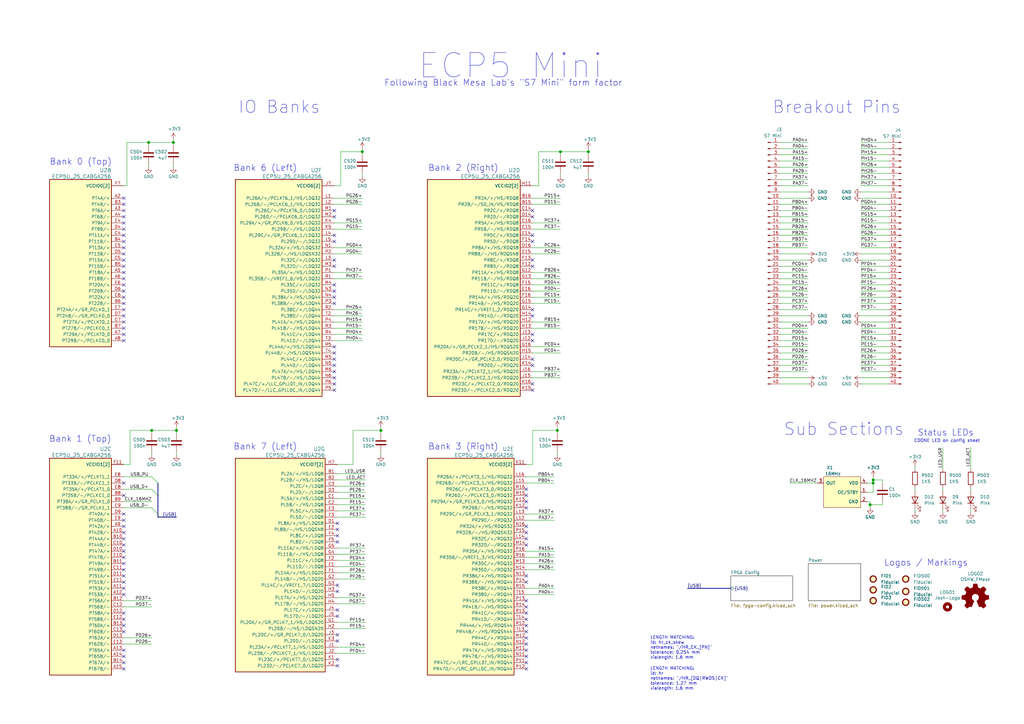
<source format=kicad_sch>
(kicad_sch (version 20210126) (generator eeschema)
  (paper "A3")
  (title_block (title "ECP5 Mini") (date "2020-12-31") (rev "0.2") (company "Josh Johnson"))
  (lib_symbols
    (symbol "Connector:Conn_01x40_Male" (pin_names (offset 1.016) hide)
      (property "Reference" "J" (at 0 50.8 0))
      (property "Value" "Conn_01x40_Male" (at 0 -53.34 0))
      (symbol "Conn_01x40_Male_1_1"
        (pin passive line (at 5.08 48.26 180) (length 3.81) (name "Pin_1") (number "1"))
        (pin passive line (at 5.08 25.4 180) (length 3.81) (name "Pin_10") (number "10"))
        (pin passive line (at 5.08 22.86 180) (length 3.81) (name "Pin_11") (number "11"))
        (pin passive line (at 5.08 20.32 180) (length 3.81) (name "Pin_12") (number "12"))
        (pin passive line (at 5.08 17.78 180) (length 3.81) (name "Pin_13") (number "13"))
        (pin passive line (at 5.08 15.24 180) (length 3.81) (name "Pin_14") (number "14"))
        (pin passive line (at 5.08 12.7 180) (length 3.81) (name "Pin_15") (number "15"))
        (pin passive line (at 5.08 10.16 180) (length 3.81) (name "Pin_16") (number "16"))
        (pin passive line (at 5.08 7.62 180) (length 3.81) (name "Pin_17") (number "17"))
        (pin passive line (at 5.08 5.08 180) (length 3.81) (name "Pin_18") (number "18"))
        (pin passive line (at 5.08 2.54 180) (length 3.81) (name "Pin_19") (number "19"))
        (pin passive line (at 5.08 45.72 180) (length 3.81) (name "Pin_2") (number "2"))
        (pin passive line (at 5.08 0 180) (length 3.81) (name "Pin_20") (number "20"))
        (pin passive line (at 5.08 -2.54 180) (length 3.81) (name "Pin_21") (number "21"))
        (pin passive line (at 5.08 -5.08 180) (length 3.81) (name "Pin_22") (number "22"))
        (pin passive line (at 5.08 -7.62 180) (length 3.81) (name "Pin_23") (number "23"))
        (pin passive line (at 5.08 -10.16 180) (length 3.81) (name "Pin_24") (number "24"))
        (pin passive line (at 5.08 -12.7 180) (length 3.81) (name "Pin_25") (number "25"))
        (pin passive line (at 5.08 -15.24 180) (length 3.81) (name "Pin_26") (number "26"))
        (pin passive line (at 5.08 -17.78 180) (length 3.81) (name "Pin_27") (number "27"))
        (pin passive line (at 5.08 -20.32 180) (length 3.81) (name "Pin_28") (number "28"))
        (pin passive line (at 5.08 -22.86 180) (length 3.81) (name "Pin_29") (number "29"))
        (pin passive line (at 5.08 43.18 180) (length 3.81) (name "Pin_3") (number "3"))
        (pin passive line (at 5.08 -25.4 180) (length 3.81) (name "Pin_30") (number "30"))
        (pin passive line (at 5.08 -27.94 180) (length 3.81) (name "Pin_31") (number "31"))
        (pin passive line (at 5.08 -30.48 180) (length 3.81) (name "Pin_32") (number "32"))
        (pin passive line (at 5.08 -33.02 180) (length 3.81) (name "Pin_33") (number "33"))
        (pin passive line (at 5.08 -35.56 180) (length 3.81) (name "Pin_34") (number "34"))
        (pin passive line (at 5.08 -38.1 180) (length 3.81) (name "Pin_35") (number "35"))
        (pin passive line (at 5.08 -40.64 180) (length 3.81) (name "Pin_36") (number "36"))
        (pin passive line (at 5.08 -43.18 180) (length 3.81) (name "Pin_37") (number "37"))
        (pin passive line (at 5.08 -45.72 180) (length 3.81) (name "Pin_38") (number "38"))
        (pin passive line (at 5.08 -48.26 180) (length 3.81) (name "Pin_39") (number "39"))
        (pin passive line (at 5.08 40.64 180) (length 3.81) (name "Pin_4") (number "4"))
        (pin passive line (at 5.08 -50.8 180) (length 3.81) (name "Pin_40") (number "40"))
        (pin passive line (at 5.08 38.1 180) (length 3.81) (name "Pin_5") (number "5"))
        (pin passive line (at 5.08 35.56 180) (length 3.81) (name "Pin_6") (number "6"))
        (pin passive line (at 5.08 33.02 180) (length 3.81) (name "Pin_7") (number "7"))
        (pin passive line (at 5.08 30.48 180) (length 3.81) (name "Pin_8") (number "8"))
        (pin passive line (at 5.08 27.94 180) (length 3.81) (name "Pin_9") (number "9"))
      )
    )
    (symbol "Connector:Conn_01x40_Male_1" (pin_names (offset 1.016) hide)
      (property "Reference" "J" (at 0 50.8 0))
      (property "Value" "Conn_01x40_Male" (at 0 -53.34 0))
      (symbol "Conn_01x40_Male_1_1_1"
        (pin passive line (at 5.08 48.26 180) (length 3.81) (name "Pin_1") (number "1"))
        (pin passive line (at 5.08 25.4 180) (length 3.81) (name "Pin_10") (number "10"))
        (pin passive line (at 5.08 22.86 180) (length 3.81) (name "Pin_11") (number "11"))
        (pin passive line (at 5.08 20.32 180) (length 3.81) (name "Pin_12") (number "12"))
        (pin passive line (at 5.08 17.78 180) (length 3.81) (name "Pin_13") (number "13"))
        (pin passive line (at 5.08 15.24 180) (length 3.81) (name "Pin_14") (number "14"))
        (pin passive line (at 5.08 12.7 180) (length 3.81) (name "Pin_15") (number "15"))
        (pin passive line (at 5.08 10.16 180) (length 3.81) (name "Pin_16") (number "16"))
        (pin passive line (at 5.08 7.62 180) (length 3.81) (name "Pin_17") (number "17"))
        (pin passive line (at 5.08 5.08 180) (length 3.81) (name "Pin_18") (number "18"))
        (pin passive line (at 5.08 2.54 180) (length 3.81) (name "Pin_19") (number "19"))
        (pin passive line (at 5.08 45.72 180) (length 3.81) (name "Pin_2") (number "2"))
        (pin passive line (at 5.08 0 180) (length 3.81) (name "Pin_20") (number "20"))
        (pin passive line (at 5.08 -2.54 180) (length 3.81) (name "Pin_21") (number "21"))
        (pin passive line (at 5.08 -5.08 180) (length 3.81) (name "Pin_22") (number "22"))
        (pin passive line (at 5.08 -7.62 180) (length 3.81) (name "Pin_23") (number "23"))
        (pin passive line (at 5.08 -10.16 180) (length 3.81) (name "Pin_24") (number "24"))
        (pin passive line (at 5.08 -12.7 180) (length 3.81) (name "Pin_25") (number "25"))
        (pin passive line (at 5.08 -15.24 180) (length 3.81) (name "Pin_26") (number "26"))
        (pin passive line (at 5.08 -17.78 180) (length 3.81) (name "Pin_27") (number "27"))
        (pin passive line (at 5.08 -20.32 180) (length 3.81) (name "Pin_28") (number "28"))
        (pin passive line (at 5.08 -22.86 180) (length 3.81) (name "Pin_29") (number "29"))
        (pin passive line (at 5.08 43.18 180) (length 3.81) (name "Pin_3") (number "3"))
        (pin passive line (at 5.08 -25.4 180) (length 3.81) (name "Pin_30") (number "30"))
        (pin passive line (at 5.08 -27.94 180) (length 3.81) (name "Pin_31") (number "31"))
        (pin passive line (at 5.08 -30.48 180) (length 3.81) (name "Pin_32") (number "32"))
        (pin passive line (at 5.08 -33.02 180) (length 3.81) (name "Pin_33") (number "33"))
        (pin passive line (at 5.08 -35.56 180) (length 3.81) (name "Pin_34") (number "34"))
        (pin passive line (at 5.08 -38.1 180) (length 3.81) (name "Pin_35") (number "35"))
        (pin passive line (at 5.08 -40.64 180) (length 3.81) (name "Pin_36") (number "36"))
        (pin passive line (at 5.08 -43.18 180) (length 3.81) (name "Pin_37") (number "37"))
        (pin passive line (at 5.08 -45.72 180) (length 3.81) (name "Pin_38") (number "38"))
        (pin passive line (at 5.08 -48.26 180) (length 3.81) (name "Pin_39") (number "39"))
        (pin passive line (at 5.08 40.64 180) (length 3.81) (name "Pin_4") (number "4"))
        (pin passive line (at 5.08 -50.8 180) (length 3.81) (name "Pin_40") (number "40"))
        (pin passive line (at 5.08 38.1 180) (length 3.81) (name "Pin_5") (number "5"))
        (pin passive line (at 5.08 35.56 180) (length 3.81) (name "Pin_6") (number "6"))
        (pin passive line (at 5.08 33.02 180) (length 3.81) (name "Pin_7") (number "7"))
        (pin passive line (at 5.08 30.48 180) (length 3.81) (name "Pin_8") (number "8"))
        (pin passive line (at 5.08 27.94 180) (length 3.81) (name "Pin_9") (number "9"))
      )
    )
    (symbol "Device:C" (pin_numbers hide) (pin_names (offset 0.254))
      (property "Reference" "C" (at 0.635 2.54 0))
      (property "Value" "C" (at 0.635 -2.54 0))
      (symbol "C_1_1"
        (pin passive line (at 0 3.81 270) (length 2.794) (name "~") (number "1"))
        (pin passive line (at 0 -3.81 90) (length 2.794) (name "~") (number "2"))
      )
    )
    (symbol "Device:LED" (pin_numbers hide) (pin_names (offset 1.016) hide)
      (property "Reference" "D" (at 0 2.54 0))
      (property "Value" "LED" (at 0 -2.54 0))
      (symbol "LED_1_1"
        (pin passive line (at -3.81 0 0) (length 2.54) (name "K") (number "1"))
        (pin passive line (at 3.81 0 180) (length 2.54) (name "A") (number "2"))
      )
    )
    (symbol "Device:LED_1" (pin_numbers hide) (pin_names (offset 1.016) hide)
      (property "Reference" "D" (at 0 2.54 0))
      (property "Value" "LED" (at 0 -2.54 0))
      (symbol "LED_1_1_1"
        (pin passive line (at -3.81 0 0) (length 2.54) (name "K") (number "1"))
        (pin passive line (at 3.81 0 180) (length 2.54) (name "A") (number "2"))
      )
    )
    (symbol "Device:LED_2" (pin_numbers hide) (pin_names (offset 1.016) hide)
      (property "Reference" "D" (at 0 2.54 0))
      (property "Value" "LED" (at 0 -2.54 0))
      (symbol "LED_2_1_1"
        (pin passive line (at -3.81 0 0) (length 2.54) (name "K") (number "1"))
        (pin passive line (at 3.81 0 180) (length 2.54) (name "A") (number "2"))
      )
    )
    (symbol "Device:R" (pin_numbers hide) (pin_names (offset 0))
      (property "Reference" "R" (at 2.032 0 90))
      (property "Value" "R" (at 0 0 90))
      (symbol "R_1_1"
        (pin passive line (at 0 3.81 270) (length 1.27) (name "~") (number "1"))
        (pin passive line (at 0 -3.81 90) (length 1.27) (name "~") (number "2"))
      )
    )
    (symbol "Graphic:Logo_Open_Hardware_Small" (pin_names (offset 1.016)))
    (symbol "Mechanical:Fiducial"
      (property "Reference" "FID" (at 0 5.08 0))
      (property "Value" "Fiducial" (at 0 3.175 0))
    )
    (symbol "Mechanical:MountingHole" (pin_names (offset 1.016))
      (property "Reference" "H" (at 0 5.08 0))
      (property "Value" "MountingHole" (at 0 3.175 0))
    )
    (symbol "josh-ic:ECP5U_12_CABGA256"
      (property "Reference" "U" (at -15.24 45.72 0))
      (property "Value" "ECP5U_12_CABGA256" (at 7.62 43.18 0))
      (symbol "ECP5U_12_CABGA256_1_1"
        (pin power_in line (at -12.7 -5.08 0) (length 5.08) (name "GND[27]") (number "A16"))
        (pin power_in line (at -12.7 -5.08 0) (length 5.08) (name "GND[27]") (number "H16"))
        (pin power_in line (at -12.7 -5.08 0) (length 5.08) (name "GND[27]") (number "T16"))
        (pin power_in line (at -12.7 -5.08 0) (length 5.08) (name "GND[27]") (number "D15"))
        (pin power_in line (at -12.7 -5.08 0) (length 5.08) (name "GND[27]") (number "N15"))
        (pin power_in line (at -12.7 -5.08 0) (length 5.08) (name "GND[27]") (number "T12"))
        (pin power_in line (at -12.7 -5.08 0) (length 5.08) (name "GND[27]") (number "G10"))
        (pin power_in line (at -12.7 -5.08 0) (length 5.08) (name "GND[27]") (number "H10"))
        (pin power_in line (at -12.7 -5.08 0) (length 5.08) (name "GND[27]") (number "J10"))
        (pin power_in line (at -12.7 -5.08 0) (length 5.08) (name "GND[27]") (number "K10"))
        (pin power_in line (at -12.7 -5.08 0) (length 5.08) (name "GND[27]") (number "F9"))
        (pin power_in line (at -12.7 -5.08 0) (length 5.08) (name "GND[27]") (number "H9"))
        (pin power_in line (at -12.7 -5.08 0) (length 5.08) (name "GND[27]") (number "J9"))
        (pin power_in line (at -12.7 -5.08 0) (length 5.08) (name "GND[27]") (number "K9"))
        (pin power_in line (at -12.7 -5.08 0) (length 5.08) (name "GND[27]") (number "F8"))
        (pin power_in line (at -12.7 -5.08 0) (length 5.08) (name "GND[27]") (number "G8"))
        (pin power_in line (at -12.7 -5.08 0) (length 5.08) (name "GND[27]") (number "H8"))
        (pin power_in line (at -12.7 -5.08 0) (length 5.08) (name "GND[27]") (number "J8"))
        (pin power_in line (at -12.7 -5.08 0) (length 5.08) (name "GND[27]") (number "K8"))
        (pin power_in line (at -12.7 -5.08 0) (length 5.08) (name "GND[27]") (number "K7"))
        (pin power_in line (at -12.7 -5.08 0) (length 5.08) (name "GND[27]") (number "K6"))
        (pin power_in line (at -12.7 -5.08 0) (length 5.08) (name "GND[27]") (number "T5"))
        (pin power_in line (at -12.7 -5.08 0) (length 5.08) (name "GND[27]") (number "D2"))
        (pin power_in line (at -12.7 -5.08 0) (length 5.08) (name "GND[27]") (number "N2"))
        (pin power_in line (at -12.7 -5.08 0) (length 5.08) (name "GND[27]") (number "A1"))
        (pin power_in line (at -12.7 -5.08 0) (length 5.08) (name "GND[27]") (number "H1"))
        (pin power_in line (at -12.7 -5.08 0) (length 5.08) (name "GND[27]") (number "T1"))
        (pin power_in line (at -12.7 5.08 0) (length 5.08) (name "VCC[6]") (number "L10"))
        (pin power_in line (at -12.7 5.08 0) (length 5.08) (name "VCC[6]") (number "G9"))
        (pin power_in line (at -12.7 5.08 0) (length 5.08) (name "VCC[6]") (number "L9"))
        (pin power_in line (at -12.7 5.08 0) (length 5.08) (name "VCC[6]") (number "L8"))
        (pin power_in line (at -12.7 5.08 0) (length 5.08) (name "VCC[6]") (number "G7"))
        (pin power_in line (at -12.7 5.08 0) (length 5.08) (name "VCC[6]") (number "G6"))
        (pin power_in line (at -12.7 2.54 0) (length 5.08) (name "VCCAUX[2]") (number "G11"))
        (pin power_in line (at -12.7 2.54 0) (length 5.08) (name "VCCAUX[2]") (number "L7"))
      )
      (symbol "ECP5U_12_CABGA256_2_1"
        (pin bidirectional line (at -21.59 33.02 0) (length 5.08) (name "PT4A/+") (number "A2"))
        (pin bidirectional line (at -21.59 30.48 0) (length 5.08) (name "PT4B/-") (number "B3"))
        (pin bidirectional line (at -21.59 27.94 0) (length 5.08) (name "PT6A/+") (number "A3"))
        (pin bidirectional line (at -21.59 25.4 0) (length 5.08) (name "PT6B/-") (number "A4"))
        (pin bidirectional line (at -21.59 22.86 0) (length 5.08) (name "PT9A/+") (number "E4"))
        (pin bidirectional line (at -21.59 20.32 0) (length 5.08) (name "PT9B/-") (number "D4"))
        (pin bidirectional line (at -21.59 17.78 0) (length 5.08) (name "PT11A/+") (number "C4"))
        (pin bidirectional line (at -21.59 15.24 0) (length 5.08) (name "PT11B/-") (number "B4"))
        (pin bidirectional line (at -21.59 12.7 0) (length 5.08) (name "PT13A/+") (number "E5"))
        (pin bidirectional line (at -21.59 10.16 0) (length 5.08) (name "PT13B/-") (number "D5"))
        (pin bidirectional line (at -21.59 7.62 0) (length 5.08) (name "PT15A/+") (number "C5"))
        (pin bidirectional line (at -21.59 5.08 0) (length 5.08) (name "PT15B/-") (number "B5"))
        (pin bidirectional line (at -21.59 2.54 0) (length 5.08) (name "PT18A/+") (number "A5"))
        (pin bidirectional line (at -21.59 0 0) (length 5.08) (name "PT18B/-") (number "A6"))
        (pin bidirectional line (at -21.59 -2.54 0) (length 5.08) (name "PT20A/+") (number "E6"))
        (pin bidirectional line (at -21.59 -5.08 0) (length 5.08) (name "PT20B/-") (number "D6"))
        (pin bidirectional line (at -21.59 -7.62 0) (length 5.08) (name "PT22A/+") (number "C6"))
        (pin bidirectional line (at -21.59 -10.16 0) (length 5.08) (name "PT22B/-") (number "B6"))
        (pin bidirectional line (at -21.59 -12.7 0) (length 5.08) (name "PT24A/+/GR_PCLK0_1") (number "E7"))
        (pin bidirectional line (at -21.59 -15.24 0) (length 5.08) (name "PT24B/-/GR_PCLK0_0") (number "D7"))
        (pin bidirectional line (at -21.59 -17.78 0) (length 5.08) (name "PT27A/+/PCLKT0_1") (number "C7"))
        (pin bidirectional line (at -21.59 -20.32 0) (length 5.08) (name "PT27B/-/PCLKC0_1") (number "B7"))
        (pin bidirectional line (at -21.59 -22.86 0) (length 5.08) (name "PT29A/+/PCLKT0_0") (number "A7"))
        (pin bidirectional line (at -21.59 -25.4 0) (length 5.08) (name "PT29B/-/PCLKC0_0") (number "A8"))
        (pin power_in line (at -21.59 38.1 0) (length 5.08) (name "VCCIO0[2]") (number "F7"))
        (pin power_in line (at -21.59 38.1 0) (length 5.08) (name "VCCIO0[2]") (number "F6"))
      )
      (symbol "ECP5U_12_CABGA256_3_1"
        (pin bidirectional line (at -21.59 33.02 0) (length 5.08) (name "PT33A/+/PCLKT1_1") (number "E8"))
        (pin bidirectional line (at -21.59 30.48 0) (length 5.08) (name "PT33B/-/PCLKC1_1") (number "D8"))
        (pin bidirectional line (at -21.59 27.94 0) (length 5.08) (name "PT35A/+/PCLKT1_0") (number "C8"))
        (pin bidirectional line (at -21.59 25.4 0) (length 5.08) (name "PT35B/-/PCLKC1_0") (number "B8"))
        (pin bidirectional line (at -21.59 22.86 0) (length 5.08) (name "PT38A/+/GR_PCLK1_0") (number "B9"))
        (pin bidirectional line (at -21.59 20.32 0) (length 5.08) (name "PT38B/-/GR_PCLK1_1") (number "C9"))
        (pin bidirectional line (at -21.59 17.78 0) (length 5.08) (name "PT40A/+") (number "D9"))
        (pin bidirectional line (at -21.59 15.24 0) (length 5.08) (name "PT40B/-") (number "E9"))
        (pin bidirectional line (at -21.59 12.7 0) (length 5.08) (name "PT42A/+") (number "A9"))
        (pin bidirectional line (at -21.59 10.16 0) (length 5.08) (name "PT42B/-") (number "A10"))
        (pin bidirectional line (at -21.59 7.62 0) (length 5.08) (name "PT44A/+") (number "B10"))
        (pin bidirectional line (at -21.59 5.08 0) (length 5.08) (name "PT44B/-") (number "C10"))
        (pin bidirectional line (at -21.59 2.54 0) (length 5.08) (name "PT47A/+") (number "D10"))
        (pin bidirectional line (at -21.59 0 0) (length 5.08) (name "PT47B/-") (number "E10"))
        (pin bidirectional line (at -21.59 -2.54 0) (length 5.08) (name "PT49A/+") (number "B11"))
        (pin bidirectional line (at -21.59 -5.08 0) (length 5.08) (name "PT49B/-") (number "C11"))
        (pin bidirectional line (at -21.59 -7.62 0) (length 5.08) (name "PT51A/+") (number "D11"))
        (pin bidirectional line (at -21.59 -10.16 0) (length 5.08) (name "PT51B/-") (number "E11"))
        (pin bidirectional line (at -21.59 -12.7 0) (length 5.08) (name "PT53A/+") (number "A11"))
        (pin bidirectional line (at -21.59 -15.24 0) (length 5.08) (name "PT53B/-") (number "A12"))
        (pin bidirectional line (at -21.59 -17.78 0) (length 5.08) (name "PT56A/+") (number "B12"))
        (pin bidirectional line (at -21.59 -20.32 0) (length 5.08) (name "PT56B/-") (number "C12"))
        (pin bidirectional line (at -21.59 -22.86 0) (length 5.08) (name "PT58A/+") (number "D12"))
        (pin bidirectional line (at -21.59 -25.4 0) (length 5.08) (name "PT58B/-") (number "E12"))
        (pin bidirectional line (at -21.59 -27.94 0) (length 5.08) (name "PT60A/+") (number "B13"))
        (pin bidirectional line (at -21.59 -30.48 0) (length 5.08) (name "PT60B/-") (number "C13"))
        (pin bidirectional line (at -21.59 -33.02 0) (length 5.08) (name "PT62A/+") (number "D13"))
        (pin bidirectional line (at -21.59 -35.56 0) (length 5.08) (name "PT62B/-") (number "E13"))
        (pin bidirectional line (at -21.59 -38.1 0) (length 5.08) (name "PT65A/+") (number "A13"))
        (pin bidirectional line (at -21.59 -40.64 0) (length 5.08) (name "PT65B/-") (number "A14"))
        (pin bidirectional line (at -21.59 -43.18 0) (length 5.08) (name "PT67A/+") (number "B14"))
        (pin bidirectional line (at -21.59 -45.72 0) (length 5.08) (name "PT67B/-") (number "A15"))
        (pin power_in line (at -21.59 38.1 0) (length 5.08) (name "VCCIO1[2]") (number "F11"))
        (pin power_in line (at -21.59 38.1 0) (length 5.08) (name "VCCIO1[2]") (number "F10"))
      )
      (symbol "ECP5U_12_CABGA256_4_1"
        (pin bidirectional line (at -21.59 33.02 0) (length 5.08) (name "PR2A/+/HS/RDQ8") (number "B16"))
        (pin bidirectional line (at -21.59 30.48 0) (length 5.08) (name "PR2B/-/S0_IN/HS/RDQ8") (number "B15"))
        (pin bidirectional line (at -21.59 27.94 0) (length 5.08) (name "PR2C/+/RDQ8") (number "C14"))
        (pin bidirectional line (at -21.59 25.4 0) (length 5.08) (name "PR2D/-/RDQ8") (number "D14"))
        (pin bidirectional line (at -21.59 22.86 0) (length 5.08) (name "PR5A/+/HS/RDQ8") (number "C16"))
        (pin bidirectional line (at -21.59 20.32 0) (length 5.08) (name "PR5B/-/HS/RDQ8") (number "C15"))
        (pin bidirectional line (at -21.59 17.78 0) (length 5.08) (name "PR5C/+/RDQ8") (number "E14"))
        (pin bidirectional line (at -21.59 15.24 0) (length 5.08) (name "PR5D/-/RDQ8") (number "F14"))
        (pin bidirectional line (at -21.59 12.7 0) (length 5.08) (name "PR8A/+/HS/RDQS8") (number "D16"))
        (pin bidirectional line (at -21.59 10.16 0) (length 5.08) (name "PR8B/-/HS/RDQSN8") (number "E15"))
        (pin bidirectional line (at -21.59 7.62 0) (length 5.08) (name "PR8C/+/RDQ8") (number "F13"))
        (pin bidirectional line (at -21.59 5.08 0) (length 5.08) (name "PR8D/-/RDQ8") (number "F12"))
        (pin bidirectional line (at -21.59 2.54 0) (length 5.08) (name "PR11A/+/HS/RDQ8") (number "G12"))
        (pin bidirectional line (at -21.59 0 0) (length 5.08) (name "PR11B/-/HS/RDQ8") (number "G13"))
        (pin bidirectional line (at -21.59 -2.54 0) (length 5.08) (name "PR11C/+/RDQ8") (number "F15"))
        (pin bidirectional line (at -21.59 -5.08 0) (length 5.08) (name "PR11D/-/RDQ8") (number "E16"))
        (pin bidirectional line (at -21.59 -7.62 0) (length 5.08) (name "PR14A/+/HS/RDQ20") (number "F16"))
        (pin bidirectional line (at -21.59 -10.16 0) (length 5.08) (name "PR14B/-/HS/RDQ20") (number "G15"))
        (pin bidirectional line (at -21.59 -12.7 0) (length 5.08) (name "PR14C/+/VREF1_2/RDQ20") (number "G14"))
        (pin bidirectional line (at -21.59 -15.24 0) (length 5.08) (name "PR14D/-/RDQ20") (number "H14"))
        (pin bidirectional line (at -21.59 -17.78 0) (length 5.08) (name "PR17A/+/HS/RDQ20") (number "H12"))
        (pin bidirectional line (at -21.59 -20.32 0) (length 5.08) (name "PR17B/-/HS/RDQ20") (number "H13"))
        (pin bidirectional line (at -21.59 -22.86 0) (length 5.08) (name "PR17C/+/RDQ20") (number "J13"))
        (pin bidirectional line (at -21.59 -25.4 0) (length 5.08) (name "PR17D/-/RDQ20") (number "J12"))
        (pin bidirectional line (at -21.59 -27.94 0) (length 5.08) (name "PR20A/+/GR_PCLK2_1/HS/RDQS20") (number "G16"))
        (pin bidirectional line (at -21.59 -30.48 0) (length 5.08) (name "PR20B/-/HS/RDQSN20") (number "H15"))
        (pin bidirectional line (at -21.59 -33.02 0) (length 5.08) (name "PR20C/+/GR_PCLK2_0/RDQ20") (number "J14"))
        (pin bidirectional line (at -21.59 -35.56 0) (length 5.08) (name "PR20D/-/RDQ20") (number "K14"))
        (pin bidirectional line (at -21.59 -38.1 0) (length 5.08) (name "PR23A/+/PCLKT2_1/HS/RDQ20") (number "J16"))
        (pin bidirectional line (at -21.59 -40.64 0) (length 5.08) (name "PR23B/-/PCLKC2_1/HS/RDQ20") (number "J15"))
        (pin bidirectional line (at -21.59 -43.18 0) (length 5.08) (name "PR23C/+/PCLKT2_0/RDQ20") (number "K16"))
        (pin bidirectional line (at -21.59 -45.72 0) (length 5.08) (name "PR23D/-/PCLKC2_0/RDQ20") (number "K15"))
        (pin power_in line (at -21.59 38.1 0) (length 5.08) (name "VCCIO2[2]") (number "H11"))
        (pin power_in line (at -21.59 38.1 0) (length 5.08) (name "VCCIO2[2]") (number "J11"))
      )
      (symbol "ECP5U_12_CABGA256_5_1"
        (pin bidirectional line (at -21.59 33.02 0) (length 5.08) (name "PR26A/+/PCLKT3_1/HS/RDQ32") (number "L16"))
        (pin bidirectional line (at -21.59 30.48 0) (length 5.08) (name "PR26B/-/PCLKC3_1/HS/RDQ32") (number "L15"))
        (pin bidirectional line (at -21.59 27.94 0) (length 5.08) (name "PR26C/+/PCLKT3_0/RDQ32") (number "M16"))
        (pin bidirectional line (at -21.59 25.4 0) (length 5.08) (name "PR26D/-/PCLKC3_0/RDQ32") (number "M15"))
        (pin bidirectional line (at -21.59 22.86 0) (length 5.08) (name "PR29A/+/GR_PCLK3_0/HS/RDQ32") (number "K13"))
        (pin bidirectional line (at -21.59 20.32 0) (length 5.08) (name "PR29B/-/HS/RDQ32") (number "K12"))
        (pin bidirectional line (at -21.59 17.78 0) (length 5.08) (name "PR29C/+/GR_PCLK3_1/RDQ32") (number "L13"))
        (pin bidirectional line (at -21.59 15.24 0) (length 5.08) (name "PR29D/-/RDQ32") (number "L12"))
        (pin bidirectional line (at -21.59 12.7 0) (length 5.08) (name "PR32A/+/HS/RDQS32") (number "N16"))
        (pin bidirectional line (at -21.59 10.16 0) (length 5.08) (name "PR32B/-/HS/RDQSN32") (number "P15"))
        (pin bidirectional line (at -21.59 7.62 0) (length 5.08) (name "PR32C/+/RDQ32") (number "L14"))
        (pin bidirectional line (at -21.59 5.08 0) (length 5.08) (name "PR32D/-/RDQ32") (number "M14"))
        (pin bidirectional line (at -21.59 2.54 0) (length 5.08) (name "PR35A/+/HS/RDQ32") (number "P16"))
        (pin bidirectional line (at -21.59 0 0) (length 5.08) (name "PR35B/-/VREF1_3/HS/RDQ32") (number "R16"))
        (pin bidirectional line (at -21.59 -2.54 0) (length 5.08) (name "PR35C/+/RDQ32") (number "M13"))
        (pin bidirectional line (at -21.59 -5.08 0) (length 5.08) (name "PR35D/-/RDQ32") (number "N14"))
        (pin bidirectional line (at -21.59 -7.62 0) (length 5.08) (name "PR38A/+/HS/RDQ44") (number "N13"))
        (pin bidirectional line (at -21.59 -10.16 0) (length 5.08) (name "PR38B/-/HS/RDQ44") (number "P14"))
        (pin bidirectional line (at -21.59 -12.7 0) (length 5.08) (name "PR38C/+/RDQ44") (number "R15"))
        (pin bidirectional line (at -21.59 -15.24 0) (length 5.08) (name "PR38D/-/RDQ44") (number "T15"))
        (pin bidirectional line (at -21.59 -17.78 0) (length 5.08) (name "PR41A/+/HS/RDQ44") (number "P13"))
        (pin bidirectional line (at -21.59 -20.32 0) (length 5.08) (name "PR41B/-/HS/RDQ44") (number "R14"))
        (pin bidirectional line (at -21.59 -22.86 0) (length 5.08) (name "PR41C/+/RDQ44") (number "R13"))
        (pin bidirectional line (at -21.59 -25.4 0) (length 5.08) (name "PR41D/-/RDQ44") (number "T14"))
        (pin bidirectional line (at -21.59 -27.94 0) (length 5.08) (name "PR44A/+/HS/RDQS44") (number "R12"))
        (pin bidirectional line (at -21.59 -30.48 0) (length 5.08) (name "PR44B/-/HS/RDQSN44") (number "T13"))
        (pin bidirectional line (at -21.59 -33.02 0) (length 5.08) (name "PR44C/+/RDQ44") (number "M12"))
        (pin bidirectional line (at -21.59 -35.56 0) (length 5.08) (name "PR44D/-/RDQ44") (number "N12"))
        (pin bidirectional line (at -21.59 -38.1 0) (length 5.08) (name "PR47A/+/HS/RDQ44") (number "M11"))
        (pin bidirectional line (at -21.59 -40.64 0) (length 5.08) (name "PR47B/-/HS/RDQ44") (number "N11"))
        (pin bidirectional line (at -21.59 -43.18 0) (length 5.08) (name "PR47C/+/LRC_GPLL0T_IN/RDQ44") (number "P11"))
        (pin bidirectional line (at -21.59 -45.72 0) (length 5.08) (name "PR47D/-/LRC_GPLL0C_IN/RDQ44") (number "P12"))
        (pin power_in line (at -21.59 38.1 0) (length 5.08) (name "VCCIO3[2]") (number "K11"))
        (pin power_in line (at -21.59 38.1 0) (length 5.08) (name "VCCIO3[2]") (number "L11"))
      )
      (symbol "ECP5U_12_CABGA256_6_1"
        (pin bidirectional line (at -21.59 33.02 0) (length 5.08) (name "PL26A/+/PCLKT6_1/HS/LDQ32") (number "L1"))
        (pin bidirectional line (at -21.59 30.48 0) (length 5.08) (name "PL26B/-/PCLKC6_1/HS/LDQ32") (number "L2"))
        (pin bidirectional line (at -21.59 27.94 0) (length 5.08) (name "PL26C/+/PCLKT6_0/LDQ32") (number "M1"))
        (pin bidirectional line (at -21.59 25.4 0) (length 5.08) (name "PL26D/-/PCLKC6_0/LDQ32") (number "M2"))
        (pin bidirectional line (at -21.59 22.86 0) (length 5.08) (name "PL29A/+/GR_PCLK6_0/HS/LDQ32") (number "K4"))
        (pin bidirectional line (at -21.59 20.32 0) (length 5.08) (name "PL29B/-/HS/LDQ32") (number "K5"))
        (pin bidirectional line (at -21.59 17.78 0) (length 5.08) (name "PL29C/+/GR_PCLK6_1/LDQ32") (number "L4"))
        (pin bidirectional line (at -21.59 15.24 0) (length 5.08) (name "PL29D/-/LDQ32") (number "L5"))
        (pin bidirectional line (at -21.59 12.7 0) (length 5.08) (name "PL32A/+/HS/LDQS32") (number "N1"))
        (pin bidirectional line (at -21.59 10.16 0) (length 5.08) (name "PL32B/-/HS/LDQSN32") (number "P2"))
        (pin bidirectional line (at -21.59 7.62 0) (length 5.08) (name "PL32C/+/LDQ32") (number "L3"))
        (pin bidirectional line (at -21.59 5.08 0) (length 5.08) (name "PL32D/-/LDQ32") (number "M3"))
        (pin bidirectional line (at -21.59 2.54 0) (length 5.08) (name "PL35A/+/HS/LDQ32") (number "P1"))
        (pin bidirectional line (at -21.59 0 0) (length 5.08) (name "PL35B/-/VREF1_6/HS/LDQ32") (number "R1"))
        (pin bidirectional line (at -21.59 -2.54 0) (length 5.08) (name "PL35C/+/LDQ32") (number "M4"))
        (pin bidirectional line (at -21.59 -5.08 0) (length 5.08) (name "PL35D/-/LDQ32") (number "N3"))
        (pin bidirectional line (at -21.59 -7.62 0) (length 5.08) (name "PL38A/+/HS/LDQ44") (number "N4"))
        (pin bidirectional line (at -21.59 -10.16 0) (length 5.08) (name "PL38B/-/HS/LDQ44") (number "P3"))
        (pin bidirectional line (at -21.59 -12.7 0) (length 5.08) (name "PL38C/+/LDQ44") (number "R2"))
        (pin bidirectional line (at -21.59 -15.24 0) (length 5.08) (name "PL38D/-/LDQ44") (number "T2"))
        (pin bidirectional line (at -21.59 -17.78 0) (length 5.08) (name "PL41A/+/HS/LDQ44") (number "P4"))
        (pin bidirectional line (at -21.59 -20.32 0) (length 5.08) (name "PL41B/-/HS/LDQ44") (number "R3"))
        (pin bidirectional line (at -21.59 -22.86 0) (length 5.08) (name "PL41C/+/LDQ44") (number "R4"))
        (pin bidirectional line (at -21.59 -25.4 0) (length 5.08) (name "PL41D/-/LDQ44") (number "T3"))
        (pin bidirectional line (at -21.59 -27.94 0) (length 5.08) (name "PL44A/+/HS/LDQS44") (number "R5"))
        (pin bidirectional line (at -21.59 -30.48 0) (length 5.08) (name "PL44B/-/HS/LDQSN44") (number "T4"))
        (pin bidirectional line (at -21.59 -33.02 0) (length 5.08) (name "PL44C/+/LDQ44") (number "M5"))
        (pin bidirectional line (at -21.59 -35.56 0) (length 5.08) (name "PL44D/-/LDQ44") (number "N5"))
        (pin bidirectional line (at -21.59 -38.1 0) (length 5.08) (name "PL47A/+/HS/LDQ44") (number "M6"))
        (pin bidirectional line (at -21.59 -40.64 0) (length 5.08) (name "PL47B/-/HS/LDQ44") (number "N6"))
        (pin bidirectional line (at -21.59 -43.18 0) (length 5.08) (name "PL47C/+/LLC_GPLL0T_IN/LDQ44") (number "P6"))
        (pin bidirectional line (at -21.59 -45.72 0) (length 5.08) (name "PL47D/-/LLC_GPLL0C_IN/LDQ44") (number "P5"))
        (pin power_in line (at -21.59 38.1 0) (length 5.08) (name "VCCIO6[2]") (number "J7"))
        (pin power_in line (at -21.59 38.1 0) (length 5.08) (name "VCCIO6[2]") (number "J6"))
      )
      (symbol "ECP5U_12_CABGA256_7_1"
        (pin bidirectional line (at -21.59 34.29 0) (length 5.08) (name "PL2A/+/HS/LDQ8") (number "B1"))
        (pin bidirectional line (at -21.59 31.75 0) (length 5.08) (name "PL2B/-/HS/LDQ8") (number "B2"))
        (pin bidirectional line (at -21.59 29.21 0) (length 5.08) (name "PL2C/+/LDQ8") (number "C3"))
        (pin bidirectional line (at -21.59 26.67 0) (length 5.08) (name "PL2D/-/LDQ8") (number "D3"))
        (pin bidirectional line (at -21.59 24.13 0) (length 5.08) (name "PL5A/+/HS/LDQ8") (number "C1"))
        (pin bidirectional line (at -21.59 21.59 0) (length 5.08) (name "PL5B/-/HS/LDQ8") (number "C2"))
        (pin bidirectional line (at -21.59 19.05 0) (length 5.08) (name "PL5C/+/LDQ8") (number "E3"))
        (pin bidirectional line (at -21.59 16.51 0) (length 5.08) (name "PL5D/-/LDQ8") (number "F3"))
        (pin bidirectional line (at -21.59 13.97 0) (length 5.08) (name "PL8A/+/HS/LDQS8") (number "D1"))
        (pin bidirectional line (at -21.59 11.43 0) (length 5.08) (name "PL8B/-/HS/LDQSN8") (number "E2"))
        (pin bidirectional line (at -21.59 8.89 0) (length 5.08) (name "PL8C/+/LDQ8") (number "F4"))
        (pin bidirectional line (at -21.59 6.35 0) (length 5.08) (name "PL8D/-/LDQ8") (number "F5"))
        (pin bidirectional line (at -21.59 3.81 0) (length 5.08) (name "PL11A/+/HS/LDQ8") (number "G5"))
        (pin bidirectional line (at -21.59 1.27 0) (length 5.08) (name "PL11B/-/HS/LDQ8") (number "G4"))
        (pin bidirectional line (at -21.59 -1.27 0) (length 5.08) (name "PL11C/+/LDQ8") (number "F2"))
        (pin bidirectional line (at -21.59 -3.81 0) (length 5.08) (name "PL11D/-/LDQ8") (number "E1"))
        (pin bidirectional line (at -21.59 -6.35 0) (length 5.08) (name "PL14A/+/HS/LDQ20") (number "F1"))
        (pin bidirectional line (at -21.59 -8.89 0) (length 5.08) (name "PL14B/-/HS/LDQ20") (number "G2"))
        (pin bidirectional line (at -21.59 -11.43 0) (length 5.08) (name "PL14C/+/VREF1_7/LDQ20") (number "G3"))
        (pin bidirectional line (at -21.59 -13.97 0) (length 5.08) (name "PL14D/-/LDQ20") (number "H3"))
        (pin bidirectional line (at -21.59 -16.51 0) (length 5.08) (name "PL17A/+/HS/LDQ20") (number "H5"))
        (pin bidirectional line (at -21.59 -19.05 0) (length 5.08) (name "PL17B/-/HS/LDQ20") (number "H4"))
        (pin bidirectional line (at -21.59 -21.59 0) (length 5.08) (name "PL17C/+/LDQ20") (number "J4"))
        (pin bidirectional line (at -21.59 -24.13 0) (length 5.08) (name "PL17D/-/LDQ20") (number "J5"))
        (pin bidirectional line (at -21.59 -26.67 0) (length 5.08) (name "PL20A/+/GR_PCLK7_1/HS/LDQS20") (number "G1"))
        (pin bidirectional line (at -21.59 -29.21 0) (length 5.08) (name "PL20B/-/HS/LDQSN20") (number "H2"))
        (pin bidirectional line (at -21.59 -31.75 0) (length 5.08) (name "PL20C/+/GR_PCLK7_0/LDQ20") (number "J3"))
        (pin bidirectional line (at -21.59 -34.29 0) (length 5.08) (name "PL20D/-/LDQ20") (number "K3"))
        (pin bidirectional line (at -21.59 -36.83 0) (length 5.08) (name "PL23A/+/PCLKT7_1/HS/LDQ20") (number "J1"))
        (pin bidirectional line (at -21.59 -39.37 0) (length 5.08) (name "PL23B/-/PCLKC7_1/HS/LDQ20") (number "J2"))
        (pin bidirectional line (at -21.59 -41.91 0) (length 5.08) (name "PL23C/+/PCLKT7_0/LDQ20") (number "K1"))
        (pin bidirectional line (at -21.59 -44.45 0) (length 5.08) (name "PL23D/-/PCLKC7_0/LDQ20") (number "K2"))
        (pin power_in line (at -21.59 38.1 0) (length 5.08) (name "VCCIO7[2]") (number "H7"))
        (pin power_in line (at -21.59 38.1 0) (length 5.08) (name "VCCIO7[2]") (number "H6"))
      )
      (symbol "ECP5U_12_CABGA256_8_1"
        (pin bidirectional line (at -21.59 33.02 0) (length 5.08) (name "CCLK/MCLK/SCK") (number "N9"))
        (pin bidirectional line (at -21.59 30.48 0) (length 5.08) (name "CFG_0") (number "N10"))
        (pin bidirectional line (at -21.59 27.94 0) (length 5.08) (name "CFG_1") (number "P10"))
        (pin bidirectional line (at -21.59 25.4 0) (length 5.08) (name "CFG_2") (number "R10"))
        (pin bidirectional line (at -21.59 22.86 0) (length 5.08) (name "DONE") (number "P9"))
        (pin bidirectional line (at -21.59 20.32 0) (length 5.08) (name "INITN") (number "T9"))
        (pin bidirectional line (at -21.59 17.78 0) (length 5.08) (name "PB4A/+/D7/IO7") (number "T6"))
        (pin bidirectional line (at -21.59 15.24 0) (length 5.08) (name "PB4B/-/D6/IO6") (number "R6"))
        (pin bidirectional line (at -21.59 12.7 0) (length 5.08) (name "PB6A/+/D5/MISO2/IO5") (number "R7"))
        (pin bidirectional line (at -21.59 10.16 0) (length 5.08) (name "PB6B/-/D4/MOSI2/IO4") (number "P7"))
        (pin bidirectional line (at -21.59 7.62 0) (length 5.08) (name "PB9A/+/D3/IO3") (number "N7"))
        (pin bidirectional line (at -21.59 5.08 0) (length 5.08) (name "PB9B/-/D2/IO2") (number "M7"))
        (pin bidirectional line (at -21.59 2.54 0) (length 5.08) (name "PB11A/+/D1/MISO/IO1") (number "T7"))
        (pin bidirectional line (at -21.59 0 0) (length 5.08) (name "PB11B/-/D0/MOSI/IO0") (number "T8"))
        (pin bidirectional line (at -21.59 -2.54 0) (length 5.08) (name "PB13A/+/SN/CSN") (number "R8"))
        (pin bidirectional line (at -21.59 -5.08 0) (length 5.08) (name "PB13B/-/CS1N") (number "P8"))
        (pin bidirectional line (at -21.59 -7.62 0) (length 5.08) (name "PB15A/+/HOLDN/DI/BUSY/CSSPIN/CEN") (number "N8"))
        (pin bidirectional line (at -21.59 -10.16 0) (length 5.08) (name "PB15B/-/DOUT/CSON") (number "M8"))
        (pin bidirectional line (at -21.59 -12.7 0) (length 5.08) (name "PB18A/WRITEN") (number "M9"))
        (pin bidirectional line (at -21.59 -15.24 0) (length 5.08) (name "PROGRAMN") (number "R9"))
        (pin power_in line (at -21.59 38.1 0) (length 5.08) (name "VCCIO8") (number "L6"))
      )
      (symbol "ECP5U_12_CABGA256_9_1"
        (pin bidirectional line (at -7.62 3.81 0) (length 5.08) (name "TCK") (number "T10"))
        (pin bidirectional line (at -7.62 1.27 0) (length 5.08) (name "TDI") (number "R11"))
        (pin bidirectional line (at -7.62 -1.27 0) (length 5.08) (name "TDO") (number "M10"))
        (pin bidirectional line (at -7.62 -3.81 0) (length 5.08) (name "TMS") (number "T11"))
      )
    )
    (symbol "josh-ic:ECP5U_12_CABGA256_1"
      (property "Reference" "U" (at -15.24 45.72 0))
      (property "Value" "ECP5U_12_CABGA256" (at 7.62 43.18 0))
      (symbol "ECP5U_12_CABGA256_1_1_1"
        (pin power_in line (at -12.7 -5.08 0) (length 5.08) (name "GND[27]") (number "A16"))
        (pin power_in line (at -12.7 -5.08 0) (length 5.08) (name "GND[27]") (number "H16"))
        (pin power_in line (at -12.7 -5.08 0) (length 5.08) (name "GND[27]") (number "T16"))
        (pin power_in line (at -12.7 -5.08 0) (length 5.08) (name "GND[27]") (number "D15"))
        (pin power_in line (at -12.7 -5.08 0) (length 5.08) (name "GND[27]") (number "N15"))
        (pin power_in line (at -12.7 -5.08 0) (length 5.08) (name "GND[27]") (number "T12"))
        (pin power_in line (at -12.7 -5.08 0) (length 5.08) (name "GND[27]") (number "G10"))
        (pin power_in line (at -12.7 -5.08 0) (length 5.08) (name "GND[27]") (number "H10"))
        (pin power_in line (at -12.7 -5.08 0) (length 5.08) (name "GND[27]") (number "J10"))
        (pin power_in line (at -12.7 -5.08 0) (length 5.08) (name "GND[27]") (number "K10"))
        (pin power_in line (at -12.7 -5.08 0) (length 5.08) (name "GND[27]") (number "F9"))
        (pin power_in line (at -12.7 -5.08 0) (length 5.08) (name "GND[27]") (number "H9"))
        (pin power_in line (at -12.7 -5.08 0) (length 5.08) (name "GND[27]") (number "J9"))
        (pin power_in line (at -12.7 -5.08 0) (length 5.08) (name "GND[27]") (number "K9"))
        (pin power_in line (at -12.7 -5.08 0) (length 5.08) (name "GND[27]") (number "F8"))
        (pin power_in line (at -12.7 -5.08 0) (length 5.08) (name "GND[27]") (number "G8"))
        (pin power_in line (at -12.7 -5.08 0) (length 5.08) (name "GND[27]") (number "H8"))
        (pin power_in line (at -12.7 -5.08 0) (length 5.08) (name "GND[27]") (number "J8"))
        (pin power_in line (at -12.7 -5.08 0) (length 5.08) (name "GND[27]") (number "K8"))
        (pin power_in line (at -12.7 -5.08 0) (length 5.08) (name "GND[27]") (number "K7"))
        (pin power_in line (at -12.7 -5.08 0) (length 5.08) (name "GND[27]") (number "K6"))
        (pin power_in line (at -12.7 -5.08 0) (length 5.08) (name "GND[27]") (number "T5"))
        (pin power_in line (at -12.7 -5.08 0) (length 5.08) (name "GND[27]") (number "D2"))
        (pin power_in line (at -12.7 -5.08 0) (length 5.08) (name "GND[27]") (number "N2"))
        (pin power_in line (at -12.7 -5.08 0) (length 5.08) (name "GND[27]") (number "A1"))
        (pin power_in line (at -12.7 -5.08 0) (length 5.08) (name "GND[27]") (number "H1"))
        (pin power_in line (at -12.7 -5.08 0) (length 5.08) (name "GND[27]") (number "T1"))
        (pin power_in line (at -12.7 5.08 0) (length 5.08) (name "VCC[6]") (number "L10"))
        (pin power_in line (at -12.7 5.08 0) (length 5.08) (name "VCC[6]") (number "G9"))
        (pin power_in line (at -12.7 5.08 0) (length 5.08) (name "VCC[6]") (number "L9"))
        (pin power_in line (at -12.7 5.08 0) (length 5.08) (name "VCC[6]") (number "L8"))
        (pin power_in line (at -12.7 5.08 0) (length 5.08) (name "VCC[6]") (number "G7"))
        (pin power_in line (at -12.7 5.08 0) (length 5.08) (name "VCC[6]") (number "G6"))
        (pin power_in line (at -12.7 2.54 0) (length 5.08) (name "VCCAUX[2]") (number "G11"))
        (pin power_in line (at -12.7 2.54 0) (length 5.08) (name "VCCAUX[2]") (number "L7"))
      )
      (symbol "ECP5U_12_CABGA256_1_2_1"
        (pin bidirectional line (at -21.59 33.02 0) (length 5.08) (name "PT4A/+") (number "A2"))
        (pin bidirectional line (at -21.59 30.48 0) (length 5.08) (name "PT4B/-") (number "B3"))
        (pin bidirectional line (at -21.59 27.94 0) (length 5.08) (name "PT6A/+") (number "A3"))
        (pin bidirectional line (at -21.59 25.4 0) (length 5.08) (name "PT6B/-") (number "A4"))
        (pin bidirectional line (at -21.59 22.86 0) (length 5.08) (name "PT9A/+") (number "E4"))
        (pin bidirectional line (at -21.59 20.32 0) (length 5.08) (name "PT9B/-") (number "D4"))
        (pin bidirectional line (at -21.59 17.78 0) (length 5.08) (name "PT11A/+") (number "C4"))
        (pin bidirectional line (at -21.59 15.24 0) (length 5.08) (name "PT11B/-") (number "B4"))
        (pin bidirectional line (at -21.59 12.7 0) (length 5.08) (name "PT13A/+") (number "E5"))
        (pin bidirectional line (at -21.59 10.16 0) (length 5.08) (name "PT13B/-") (number "D5"))
        (pin bidirectional line (at -21.59 7.62 0) (length 5.08) (name "PT15A/+") (number "C5"))
        (pin bidirectional line (at -21.59 5.08 0) (length 5.08) (name "PT15B/-") (number "B5"))
        (pin bidirectional line (at -21.59 2.54 0) (length 5.08) (name "PT18A/+") (number "A5"))
        (pin bidirectional line (at -21.59 0 0) (length 5.08) (name "PT18B/-") (number "A6"))
        (pin bidirectional line (at -21.59 -2.54 0) (length 5.08) (name "PT20A/+") (number "E6"))
        (pin bidirectional line (at -21.59 -5.08 0) (length 5.08) (name "PT20B/-") (number "D6"))
        (pin bidirectional line (at -21.59 -7.62 0) (length 5.08) (name "PT22A/+") (number "C6"))
        (pin bidirectional line (at -21.59 -10.16 0) (length 5.08) (name "PT22B/-") (number "B6"))
        (pin bidirectional line (at -21.59 -12.7 0) (length 5.08) (name "PT24A/+/GR_PCLK0_1") (number "E7"))
        (pin bidirectional line (at -21.59 -15.24 0) (length 5.08) (name "PT24B/-/GR_PCLK0_0") (number "D7"))
        (pin bidirectional line (at -21.59 -17.78 0) (length 5.08) (name "PT27A/+/PCLKT0_1") (number "C7"))
        (pin bidirectional line (at -21.59 -20.32 0) (length 5.08) (name "PT27B/-/PCLKC0_1") (number "B7"))
        (pin bidirectional line (at -21.59 -22.86 0) (length 5.08) (name "PT29A/+/PCLKT0_0") (number "A7"))
        (pin bidirectional line (at -21.59 -25.4 0) (length 5.08) (name "PT29B/-/PCLKC0_0") (number "A8"))
        (pin power_in line (at -21.59 38.1 0) (length 5.08) (name "VCCIO0[2]") (number "F7"))
        (pin power_in line (at -21.59 38.1 0) (length 5.08) (name "VCCIO0[2]") (number "F6"))
      )
      (symbol "ECP5U_12_CABGA256_1_3_1"
        (pin bidirectional line (at -21.59 33.02 0) (length 5.08) (name "PT33A/+/PCLKT1_1") (number "E8"))
        (pin bidirectional line (at -21.59 30.48 0) (length 5.08) (name "PT33B/-/PCLKC1_1") (number "D8"))
        (pin bidirectional line (at -21.59 27.94 0) (length 5.08) (name "PT35A/+/PCLKT1_0") (number "C8"))
        (pin bidirectional line (at -21.59 25.4 0) (length 5.08) (name "PT35B/-/PCLKC1_0") (number "B8"))
        (pin bidirectional line (at -21.59 22.86 0) (length 5.08) (name "PT38A/+/GR_PCLK1_0") (number "B9"))
        (pin bidirectional line (at -21.59 20.32 0) (length 5.08) (name "PT38B/-/GR_PCLK1_1") (number "C9"))
        (pin bidirectional line (at -21.59 17.78 0) (length 5.08) (name "PT40A/+") (number "D9"))
        (pin bidirectional line (at -21.59 15.24 0) (length 5.08) (name "PT40B/-") (number "E9"))
        (pin bidirectional line (at -21.59 12.7 0) (length 5.08) (name "PT42A/+") (number "A9"))
        (pin bidirectional line (at -21.59 10.16 0) (length 5.08) (name "PT42B/-") (number "A10"))
        (pin bidirectional line (at -21.59 7.62 0) (length 5.08) (name "PT44A/+") (number "B10"))
        (pin bidirectional line (at -21.59 5.08 0) (length 5.08) (name "PT44B/-") (number "C10"))
        (pin bidirectional line (at -21.59 2.54 0) (length 5.08) (name "PT47A/+") (number "D10"))
        (pin bidirectional line (at -21.59 0 0) (length 5.08) (name "PT47B/-") (number "E10"))
        (pin bidirectional line (at -21.59 -2.54 0) (length 5.08) (name "PT49A/+") (number "B11"))
        (pin bidirectional line (at -21.59 -5.08 0) (length 5.08) (name "PT49B/-") (number "C11"))
        (pin bidirectional line (at -21.59 -7.62 0) (length 5.08) (name "PT51A/+") (number "D11"))
        (pin bidirectional line (at -21.59 -10.16 0) (length 5.08) (name "PT51B/-") (number "E11"))
        (pin bidirectional line (at -21.59 -12.7 0) (length 5.08) (name "PT53A/+") (number "A11"))
        (pin bidirectional line (at -21.59 -15.24 0) (length 5.08) (name "PT53B/-") (number "A12"))
        (pin bidirectional line (at -21.59 -17.78 0) (length 5.08) (name "PT56A/+") (number "B12"))
        (pin bidirectional line (at -21.59 -20.32 0) (length 5.08) (name "PT56B/-") (number "C12"))
        (pin bidirectional line (at -21.59 -22.86 0) (length 5.08) (name "PT58A/+") (number "D12"))
        (pin bidirectional line (at -21.59 -25.4 0) (length 5.08) (name "PT58B/-") (number "E12"))
        (pin bidirectional line (at -21.59 -27.94 0) (length 5.08) (name "PT60A/+") (number "B13"))
        (pin bidirectional line (at -21.59 -30.48 0) (length 5.08) (name "PT60B/-") (number "C13"))
        (pin bidirectional line (at -21.59 -33.02 0) (length 5.08) (name "PT62A/+") (number "D13"))
        (pin bidirectional line (at -21.59 -35.56 0) (length 5.08) (name "PT62B/-") (number "E13"))
        (pin bidirectional line (at -21.59 -38.1 0) (length 5.08) (name "PT65A/+") (number "A13"))
        (pin bidirectional line (at -21.59 -40.64 0) (length 5.08) (name "PT65B/-") (number "A14"))
        (pin bidirectional line (at -21.59 -43.18 0) (length 5.08) (name "PT67A/+") (number "B14"))
        (pin bidirectional line (at -21.59 -45.72 0) (length 5.08) (name "PT67B/-") (number "A15"))
        (pin power_in line (at -21.59 38.1 0) (length 5.08) (name "VCCIO1[2]") (number "F11"))
        (pin power_in line (at -21.59 38.1 0) (length 5.08) (name "VCCIO1[2]") (number "F10"))
      )
      (symbol "ECP5U_12_CABGA256_1_4_1"
        (pin bidirectional line (at -21.59 33.02 0) (length 5.08) (name "PR2A/+/HS/RDQ8") (number "B16"))
        (pin bidirectional line (at -21.59 30.48 0) (length 5.08) (name "PR2B/-/S0_IN/HS/RDQ8") (number "B15"))
        (pin bidirectional line (at -21.59 27.94 0) (length 5.08) (name "PR2C/+/RDQ8") (number "C14"))
        (pin bidirectional line (at -21.59 25.4 0) (length 5.08) (name "PR2D/-/RDQ8") (number "D14"))
        (pin bidirectional line (at -21.59 22.86 0) (length 5.08) (name "PR5A/+/HS/RDQ8") (number "C16"))
        (pin bidirectional line (at -21.59 20.32 0) (length 5.08) (name "PR5B/-/HS/RDQ8") (number "C15"))
        (pin bidirectional line (at -21.59 17.78 0) (length 5.08) (name "PR5C/+/RDQ8") (number "E14"))
        (pin bidirectional line (at -21.59 15.24 0) (length 5.08) (name "PR5D/-/RDQ8") (number "F14"))
        (pin bidirectional line (at -21.59 12.7 0) (length 5.08) (name "PR8A/+/HS/RDQS8") (number "D16"))
        (pin bidirectional line (at -21.59 10.16 0) (length 5.08) (name "PR8B/-/HS/RDQSN8") (number "E15"))
        (pin bidirectional line (at -21.59 7.62 0) (length 5.08) (name "PR8C/+/RDQ8") (number "F13"))
        (pin bidirectional line (at -21.59 5.08 0) (length 5.08) (name "PR8D/-/RDQ8") (number "F12"))
        (pin bidirectional line (at -21.59 2.54 0) (length 5.08) (name "PR11A/+/HS/RDQ8") (number "G12"))
        (pin bidirectional line (at -21.59 0 0) (length 5.08) (name "PR11B/-/HS/RDQ8") (number "G13"))
        (pin bidirectional line (at -21.59 -2.54 0) (length 5.08) (name "PR11C/+/RDQ8") (number "F15"))
        (pin bidirectional line (at -21.59 -5.08 0) (length 5.08) (name "PR11D/-/RDQ8") (number "E16"))
        (pin bidirectional line (at -21.59 -7.62 0) (length 5.08) (name "PR14A/+/HS/RDQ20") (number "F16"))
        (pin bidirectional line (at -21.59 -10.16 0) (length 5.08) (name "PR14B/-/HS/RDQ20") (number "G15"))
        (pin bidirectional line (at -21.59 -12.7 0) (length 5.08) (name "PR14C/+/VREF1_2/RDQ20") (number "G14"))
        (pin bidirectional line (at -21.59 -15.24 0) (length 5.08) (name "PR14D/-/RDQ20") (number "H14"))
        (pin bidirectional line (at -21.59 -17.78 0) (length 5.08) (name "PR17A/+/HS/RDQ20") (number "H12"))
        (pin bidirectional line (at -21.59 -20.32 0) (length 5.08) (name "PR17B/-/HS/RDQ20") (number "H13"))
        (pin bidirectional line (at -21.59 -22.86 0) (length 5.08) (name "PR17C/+/RDQ20") (number "J13"))
        (pin bidirectional line (at -21.59 -25.4 0) (length 5.08) (name "PR17D/-/RDQ20") (number "J12"))
        (pin bidirectional line (at -21.59 -27.94 0) (length 5.08) (name "PR20A/+/GR_PCLK2_1/HS/RDQS20") (number "G16"))
        (pin bidirectional line (at -21.59 -30.48 0) (length 5.08) (name "PR20B/-/HS/RDQSN20") (number "H15"))
        (pin bidirectional line (at -21.59 -33.02 0) (length 5.08) (name "PR20C/+/GR_PCLK2_0/RDQ20") (number "J14"))
        (pin bidirectional line (at -21.59 -35.56 0) (length 5.08) (name "PR20D/-/RDQ20") (number "K14"))
        (pin bidirectional line (at -21.59 -38.1 0) (length 5.08) (name "PR23A/+/PCLKT2_1/HS/RDQ20") (number "J16"))
        (pin bidirectional line (at -21.59 -40.64 0) (length 5.08) (name "PR23B/-/PCLKC2_1/HS/RDQ20") (number "J15"))
        (pin bidirectional line (at -21.59 -43.18 0) (length 5.08) (name "PR23C/+/PCLKT2_0/RDQ20") (number "K16"))
        (pin bidirectional line (at -21.59 -45.72 0) (length 5.08) (name "PR23D/-/PCLKC2_0/RDQ20") (number "K15"))
        (pin power_in line (at -21.59 38.1 0) (length 5.08) (name "VCCIO2[2]") (number "H11"))
        (pin power_in line (at -21.59 38.1 0) (length 5.08) (name "VCCIO2[2]") (number "J11"))
      )
      (symbol "ECP5U_12_CABGA256_1_5_1"
        (pin bidirectional line (at -21.59 33.02 0) (length 5.08) (name "PR26A/+/PCLKT3_1/HS/RDQ32") (number "L16"))
        (pin bidirectional line (at -21.59 30.48 0) (length 5.08) (name "PR26B/-/PCLKC3_1/HS/RDQ32") (number "L15"))
        (pin bidirectional line (at -21.59 27.94 0) (length 5.08) (name "PR26C/+/PCLKT3_0/RDQ32") (number "M16"))
        (pin bidirectional line (at -21.59 25.4 0) (length 5.08) (name "PR26D/-/PCLKC3_0/RDQ32") (number "M15"))
        (pin bidirectional line (at -21.59 22.86 0) (length 5.08) (name "PR29A/+/GR_PCLK3_0/HS/RDQ32") (number "K13"))
        (pin bidirectional line (at -21.59 20.32 0) (length 5.08) (name "PR29B/-/HS/RDQ32") (number "K12"))
        (pin bidirectional line (at -21.59 17.78 0) (length 5.08) (name "PR29C/+/GR_PCLK3_1/RDQ32") (number "L13"))
        (pin bidirectional line (at -21.59 15.24 0) (length 5.08) (name "PR29D/-/RDQ32") (number "L12"))
        (pin bidirectional line (at -21.59 12.7 0) (length 5.08) (name "PR32A/+/HS/RDQS32") (number "N16"))
        (pin bidirectional line (at -21.59 10.16 0) (length 5.08) (name "PR32B/-/HS/RDQSN32") (number "P15"))
        (pin bidirectional line (at -21.59 7.62 0) (length 5.08) (name "PR32C/+/RDQ32") (number "L14"))
        (pin bidirectional line (at -21.59 5.08 0) (length 5.08) (name "PR32D/-/RDQ32") (number "M14"))
        (pin bidirectional line (at -21.59 2.54 0) (length 5.08) (name "PR35A/+/HS/RDQ32") (number "P16"))
        (pin bidirectional line (at -21.59 0 0) (length 5.08) (name "PR35B/-/VREF1_3/HS/RDQ32") (number "R16"))
        (pin bidirectional line (at -21.59 -2.54 0) (length 5.08) (name "PR35C/+/RDQ32") (number "M13"))
        (pin bidirectional line (at -21.59 -5.08 0) (length 5.08) (name "PR35D/-/RDQ32") (number "N14"))
        (pin bidirectional line (at -21.59 -7.62 0) (length 5.08) (name "PR38A/+/HS/RDQ44") (number "N13"))
        (pin bidirectional line (at -21.59 -10.16 0) (length 5.08) (name "PR38B/-/HS/RDQ44") (number "P14"))
        (pin bidirectional line (at -21.59 -12.7 0) (length 5.08) (name "PR38C/+/RDQ44") (number "R15"))
        (pin bidirectional line (at -21.59 -15.24 0) (length 5.08) (name "PR38D/-/RDQ44") (number "T15"))
        (pin bidirectional line (at -21.59 -17.78 0) (length 5.08) (name "PR41A/+/HS/RDQ44") (number "P13"))
        (pin bidirectional line (at -21.59 -20.32 0) (length 5.08) (name "PR41B/-/HS/RDQ44") (number "R14"))
        (pin bidirectional line (at -21.59 -22.86 0) (length 5.08) (name "PR41C/+/RDQ44") (number "R13"))
        (pin bidirectional line (at -21.59 -25.4 0) (length 5.08) (name "PR41D/-/RDQ44") (number "T14"))
        (pin bidirectional line (at -21.59 -27.94 0) (length 5.08) (name "PR44A/+/HS/RDQS44") (number "R12"))
        (pin bidirectional line (at -21.59 -30.48 0) (length 5.08) (name "PR44B/-/HS/RDQSN44") (number "T13"))
        (pin bidirectional line (at -21.59 -33.02 0) (length 5.08) (name "PR44C/+/RDQ44") (number "M12"))
        (pin bidirectional line (at -21.59 -35.56 0) (length 5.08) (name "PR44D/-/RDQ44") (number "N12"))
        (pin bidirectional line (at -21.59 -38.1 0) (length 5.08) (name "PR47A/+/HS/RDQ44") (number "M11"))
        (pin bidirectional line (at -21.59 -40.64 0) (length 5.08) (name "PR47B/-/HS/RDQ44") (number "N11"))
        (pin bidirectional line (at -21.59 -43.18 0) (length 5.08) (name "PR47C/+/LRC_GPLL0T_IN/RDQ44") (number "P11"))
        (pin bidirectional line (at -21.59 -45.72 0) (length 5.08) (name "PR47D/-/LRC_GPLL0C_IN/RDQ44") (number "P12"))
        (pin power_in line (at -21.59 38.1 0) (length 5.08) (name "VCCIO3[2]") (number "K11"))
        (pin power_in line (at -21.59 38.1 0) (length 5.08) (name "VCCIO3[2]") (number "L11"))
      )
      (symbol "ECP5U_12_CABGA256_1_6_1"
        (pin bidirectional line (at -21.59 33.02 0) (length 5.08) (name "PL26A/+/PCLKT6_1/HS/LDQ32") (number "L1"))
        (pin bidirectional line (at -21.59 30.48 0) (length 5.08) (name "PL26B/-/PCLKC6_1/HS/LDQ32") (number "L2"))
        (pin bidirectional line (at -21.59 27.94 0) (length 5.08) (name "PL26C/+/PCLKT6_0/LDQ32") (number "M1"))
        (pin bidirectional line (at -21.59 25.4 0) (length 5.08) (name "PL26D/-/PCLKC6_0/LDQ32") (number "M2"))
        (pin bidirectional line (at -21.59 22.86 0) (length 5.08) (name "PL29A/+/GR_PCLK6_0/HS/LDQ32") (number "K4"))
        (pin bidirectional line (at -21.59 20.32 0) (length 5.08) (name "PL29B/-/HS/LDQ32") (number "K5"))
        (pin bidirectional line (at -21.59 17.78 0) (length 5.08) (name "PL29C/+/GR_PCLK6_1/LDQ32") (number "L4"))
        (pin bidirectional line (at -21.59 15.24 0) (length 5.08) (name "PL29D/-/LDQ32") (number "L5"))
        (pin bidirectional line (at -21.59 12.7 0) (length 5.08) (name "PL32A/+/HS/LDQS32") (number "N1"))
        (pin bidirectional line (at -21.59 10.16 0) (length 5.08) (name "PL32B/-/HS/LDQSN32") (number "P2"))
        (pin bidirectional line (at -21.59 7.62 0) (length 5.08) (name "PL32C/+/LDQ32") (number "L3"))
        (pin bidirectional line (at -21.59 5.08 0) (length 5.08) (name "PL32D/-/LDQ32") (number "M3"))
        (pin bidirectional line (at -21.59 2.54 0) (length 5.08) (name "PL35A/+/HS/LDQ32") (number "P1"))
        (pin bidirectional line (at -21.59 0 0) (length 5.08) (name "PL35B/-/VREF1_6/HS/LDQ32") (number "R1"))
        (pin bidirectional line (at -21.59 -2.54 0) (length 5.08) (name "PL35C/+/LDQ32") (number "M4"))
        (pin bidirectional line (at -21.59 -5.08 0) (length 5.08) (name "PL35D/-/LDQ32") (number "N3"))
        (pin bidirectional line (at -21.59 -7.62 0) (length 5.08) (name "PL38A/+/HS/LDQ44") (number "N4"))
        (pin bidirectional line (at -21.59 -10.16 0) (length 5.08) (name "PL38B/-/HS/LDQ44") (number "P3"))
        (pin bidirectional line (at -21.59 -12.7 0) (length 5.08) (name "PL38C/+/LDQ44") (number "R2"))
        (pin bidirectional line (at -21.59 -15.24 0) (length 5.08) (name "PL38D/-/LDQ44") (number "T2"))
        (pin bidirectional line (at -21.59 -17.78 0) (length 5.08) (name "PL41A/+/HS/LDQ44") (number "P4"))
        (pin bidirectional line (at -21.59 -20.32 0) (length 5.08) (name "PL41B/-/HS/LDQ44") (number "R3"))
        (pin bidirectional line (at -21.59 -22.86 0) (length 5.08) (name "PL41C/+/LDQ44") (number "R4"))
        (pin bidirectional line (at -21.59 -25.4 0) (length 5.08) (name "PL41D/-/LDQ44") (number "T3"))
        (pin bidirectional line (at -21.59 -27.94 0) (length 5.08) (name "PL44A/+/HS/LDQS44") (number "R5"))
        (pin bidirectional line (at -21.59 -30.48 0) (length 5.08) (name "PL44B/-/HS/LDQSN44") (number "T4"))
        (pin bidirectional line (at -21.59 -33.02 0) (length 5.08) (name "PL44C/+/LDQ44") (number "M5"))
        (pin bidirectional line (at -21.59 -35.56 0) (length 5.08) (name "PL44D/-/LDQ44") (number "N5"))
        (pin bidirectional line (at -21.59 -38.1 0) (length 5.08) (name "PL47A/+/HS/LDQ44") (number "M6"))
        (pin bidirectional line (at -21.59 -40.64 0) (length 5.08) (name "PL47B/-/HS/LDQ44") (number "N6"))
        (pin bidirectional line (at -21.59 -43.18 0) (length 5.08) (name "PL47C/+/LLC_GPLL0T_IN/LDQ44") (number "P6"))
        (pin bidirectional line (at -21.59 -45.72 0) (length 5.08) (name "PL47D/-/LLC_GPLL0C_IN/LDQ44") (number "P5"))
        (pin power_in line (at -21.59 38.1 0) (length 5.08) (name "VCCIO6[2]") (number "J7"))
        (pin power_in line (at -21.59 38.1 0) (length 5.08) (name "VCCIO6[2]") (number "J6"))
      )
      (symbol "ECP5U_12_CABGA256_1_7_1"
        (pin bidirectional line (at -21.59 34.29 0) (length 5.08) (name "PL2A/+/HS/LDQ8") (number "B1"))
        (pin bidirectional line (at -21.59 31.75 0) (length 5.08) (name "PL2B/-/HS/LDQ8") (number "B2"))
        (pin bidirectional line (at -21.59 29.21 0) (length 5.08) (name "PL2C/+/LDQ8") (number "C3"))
        (pin bidirectional line (at -21.59 26.67 0) (length 5.08) (name "PL2D/-/LDQ8") (number "D3"))
        (pin bidirectional line (at -21.59 24.13 0) (length 5.08) (name "PL5A/+/HS/LDQ8") (number "C1"))
        (pin bidirectional line (at -21.59 21.59 0) (length 5.08) (name "PL5B/-/HS/LDQ8") (number "C2"))
        (pin bidirectional line (at -21.59 19.05 0) (length 5.08) (name "PL5C/+/LDQ8") (number "E3"))
        (pin bidirectional line (at -21.59 16.51 0) (length 5.08) (name "PL5D/-/LDQ8") (number "F3"))
        (pin bidirectional line (at -21.59 13.97 0) (length 5.08) (name "PL8A/+/HS/LDQS8") (number "D1"))
        (pin bidirectional line (at -21.59 11.43 0) (length 5.08) (name "PL8B/-/HS/LDQSN8") (number "E2"))
        (pin bidirectional line (at -21.59 8.89 0) (length 5.08) (name "PL8C/+/LDQ8") (number "F4"))
        (pin bidirectional line (at -21.59 6.35 0) (length 5.08) (name "PL8D/-/LDQ8") (number "F5"))
        (pin bidirectional line (at -21.59 3.81 0) (length 5.08) (name "PL11A/+/HS/LDQ8") (number "G5"))
        (pin bidirectional line (at -21.59 1.27 0) (length 5.08) (name "PL11B/-/HS/LDQ8") (number "G4"))
        (pin bidirectional line (at -21.59 -1.27 0) (length 5.08) (name "PL11C/+/LDQ8") (number "F2"))
        (pin bidirectional line (at -21.59 -3.81 0) (length 5.08) (name "PL11D/-/LDQ8") (number "E1"))
        (pin bidirectional line (at -21.59 -6.35 0) (length 5.08) (name "PL14A/+/HS/LDQ20") (number "F1"))
        (pin bidirectional line (at -21.59 -8.89 0) (length 5.08) (name "PL14B/-/HS/LDQ20") (number "G2"))
        (pin bidirectional line (at -21.59 -11.43 0) (length 5.08) (name "PL14C/+/VREF1_7/LDQ20") (number "G3"))
        (pin bidirectional line (at -21.59 -13.97 0) (length 5.08) (name "PL14D/-/LDQ20") (number "H3"))
        (pin bidirectional line (at -21.59 -16.51 0) (length 5.08) (name "PL17A/+/HS/LDQ20") (number "H5"))
        (pin bidirectional line (at -21.59 -19.05 0) (length 5.08) (name "PL17B/-/HS/LDQ20") (number "H4"))
        (pin bidirectional line (at -21.59 -21.59 0) (length 5.08) (name "PL17C/+/LDQ20") (number "J4"))
        (pin bidirectional line (at -21.59 -24.13 0) (length 5.08) (name "PL17D/-/LDQ20") (number "J5"))
        (pin bidirectional line (at -21.59 -26.67 0) (length 5.08) (name "PL20A/+/GR_PCLK7_1/HS/LDQS20") (number "G1"))
        (pin bidirectional line (at -21.59 -29.21 0) (length 5.08) (name "PL20B/-/HS/LDQSN20") (number "H2"))
        (pin bidirectional line (at -21.59 -31.75 0) (length 5.08) (name "PL20C/+/GR_PCLK7_0/LDQ20") (number "J3"))
        (pin bidirectional line (at -21.59 -34.29 0) (length 5.08) (name "PL20D/-/LDQ20") (number "K3"))
        (pin bidirectional line (at -21.59 -36.83 0) (length 5.08) (name "PL23A/+/PCLKT7_1/HS/LDQ20") (number "J1"))
        (pin bidirectional line (at -21.59 -39.37 0) (length 5.08) (name "PL23B/-/PCLKC7_1/HS/LDQ20") (number "J2"))
        (pin bidirectional line (at -21.59 -41.91 0) (length 5.08) (name "PL23C/+/PCLKT7_0/LDQ20") (number "K1"))
        (pin bidirectional line (at -21.59 -44.45 0) (length 5.08) (name "PL23D/-/PCLKC7_0/LDQ20") (number "K2"))
        (pin power_in line (at -21.59 38.1 0) (length 5.08) (name "VCCIO7[2]") (number "H7"))
        (pin power_in line (at -21.59 38.1 0) (length 5.08) (name "VCCIO7[2]") (number "H6"))
      )
      (symbol "ECP5U_12_CABGA256_1_8_1"
        (pin bidirectional line (at -21.59 33.02 0) (length 5.08) (name "CCLK/MCLK/SCK") (number "N9"))
        (pin bidirectional line (at -21.59 30.48 0) (length 5.08) (name "CFG_0") (number "N10"))
        (pin bidirectional line (at -21.59 27.94 0) (length 5.08) (name "CFG_1") (number "P10"))
        (pin bidirectional line (at -21.59 25.4 0) (length 5.08) (name "CFG_2") (number "R10"))
        (pin bidirectional line (at -21.59 22.86 0) (length 5.08) (name "DONE") (number "P9"))
        (pin bidirectional line (at -21.59 20.32 0) (length 5.08) (name "INITN") (number "T9"))
        (pin bidirectional line (at -21.59 17.78 0) (length 5.08) (name "PB4A/+/D7/IO7") (number "T6"))
        (pin bidirectional line (at -21.59 15.24 0) (length 5.08) (name "PB4B/-/D6/IO6") (number "R6"))
        (pin bidirectional line (at -21.59 12.7 0) (length 5.08) (name "PB6A/+/D5/MISO2/IO5") (number "R7"))
        (pin bidirectional line (at -21.59 10.16 0) (length 5.08) (name "PB6B/-/D4/MOSI2/IO4") (number "P7"))
        (pin bidirectional line (at -21.59 7.62 0) (length 5.08) (name "PB9A/+/D3/IO3") (number "N7"))
        (pin bidirectional line (at -21.59 5.08 0) (length 5.08) (name "PB9B/-/D2/IO2") (number "M7"))
        (pin bidirectional line (at -21.59 2.54 0) (length 5.08) (name "PB11A/+/D1/MISO/IO1") (number "T7"))
        (pin bidirectional line (at -21.59 0 0) (length 5.08) (name "PB11B/-/D0/MOSI/IO0") (number "T8"))
        (pin bidirectional line (at -21.59 -2.54 0) (length 5.08) (name "PB13A/+/SN/CSN") (number "R8"))
        (pin bidirectional line (at -21.59 -5.08 0) (length 5.08) (name "PB13B/-/CS1N") (number "P8"))
        (pin bidirectional line (at -21.59 -7.62 0) (length 5.08) (name "PB15A/+/HOLDN/DI/BUSY/CSSPIN/CEN") (number "N8"))
        (pin bidirectional line (at -21.59 -10.16 0) (length 5.08) (name "PB15B/-/DOUT/CSON") (number "M8"))
        (pin bidirectional line (at -21.59 -12.7 0) (length 5.08) (name "PB18A/WRITEN") (number "M9"))
        (pin bidirectional line (at -21.59 -15.24 0) (length 5.08) (name "PROGRAMN") (number "R9"))
        (pin power_in line (at -21.59 38.1 0) (length 5.08) (name "VCCIO8") (number "L6"))
      )
      (symbol "ECP5U_12_CABGA256_1_9_1"
        (pin bidirectional line (at -7.62 3.81 0) (length 5.08) (name "TCK") (number "T10"))
        (pin bidirectional line (at -7.62 1.27 0) (length 5.08) (name "TDI") (number "R11"))
        (pin bidirectional line (at -7.62 -1.27 0) (length 5.08) (name "TDO") (number "M10"))
        (pin bidirectional line (at -7.62 -3.81 0) (length 5.08) (name "TMS") (number "T11"))
      )
    )
    (symbol "josh-ic:ECP5U_12_CABGA256_2"
      (property "Reference" "U" (at -15.24 45.72 0))
      (property "Value" "ECP5U_12_CABGA256" (at 7.62 43.18 0))
      (symbol "ECP5U_12_CABGA256_2_1_1"
        (pin power_in line (at -12.7 -5.08 0) (length 5.08) (name "GND[27]") (number "A16"))
        (pin power_in line (at -12.7 -5.08 0) (length 5.08) (name "GND[27]") (number "H16"))
        (pin power_in line (at -12.7 -5.08 0) (length 5.08) (name "GND[27]") (number "T16"))
        (pin power_in line (at -12.7 -5.08 0) (length 5.08) (name "GND[27]") (number "D15"))
        (pin power_in line (at -12.7 -5.08 0) (length 5.08) (name "GND[27]") (number "N15"))
        (pin power_in line (at -12.7 -5.08 0) (length 5.08) (name "GND[27]") (number "T12"))
        (pin power_in line (at -12.7 -5.08 0) (length 5.08) (name "GND[27]") (number "G10"))
        (pin power_in line (at -12.7 -5.08 0) (length 5.08) (name "GND[27]") (number "H10"))
        (pin power_in line (at -12.7 -5.08 0) (length 5.08) (name "GND[27]") (number "J10"))
        (pin power_in line (at -12.7 -5.08 0) (length 5.08) (name "GND[27]") (number "K10"))
        (pin power_in line (at -12.7 -5.08 0) (length 5.08) (name "GND[27]") (number "F9"))
        (pin power_in line (at -12.7 -5.08 0) (length 5.08) (name "GND[27]") (number "H9"))
        (pin power_in line (at -12.7 -5.08 0) (length 5.08) (name "GND[27]") (number "J9"))
        (pin power_in line (at -12.7 -5.08 0) (length 5.08) (name "GND[27]") (number "K9"))
        (pin power_in line (at -12.7 -5.08 0) (length 5.08) (name "GND[27]") (number "F8"))
        (pin power_in line (at -12.7 -5.08 0) (length 5.08) (name "GND[27]") (number "G8"))
        (pin power_in line (at -12.7 -5.08 0) (length 5.08) (name "GND[27]") (number "H8"))
        (pin power_in line (at -12.7 -5.08 0) (length 5.08) (name "GND[27]") (number "J8"))
        (pin power_in line (at -12.7 -5.08 0) (length 5.08) (name "GND[27]") (number "K8"))
        (pin power_in line (at -12.7 -5.08 0) (length 5.08) (name "GND[27]") (number "K7"))
        (pin power_in line (at -12.7 -5.08 0) (length 5.08) (name "GND[27]") (number "K6"))
        (pin power_in line (at -12.7 -5.08 0) (length 5.08) (name "GND[27]") (number "T5"))
        (pin power_in line (at -12.7 -5.08 0) (length 5.08) (name "GND[27]") (number "D2"))
        (pin power_in line (at -12.7 -5.08 0) (length 5.08) (name "GND[27]") (number "N2"))
        (pin power_in line (at -12.7 -5.08 0) (length 5.08) (name "GND[27]") (number "A1"))
        (pin power_in line (at -12.7 -5.08 0) (length 5.08) (name "GND[27]") (number "H1"))
        (pin power_in line (at -12.7 -5.08 0) (length 5.08) (name "GND[27]") (number "T1"))
        (pin power_in line (at -12.7 5.08 0) (length 5.08) (name "VCC[6]") (number "L10"))
        (pin power_in line (at -12.7 5.08 0) (length 5.08) (name "VCC[6]") (number "G9"))
        (pin power_in line (at -12.7 5.08 0) (length 5.08) (name "VCC[6]") (number "L9"))
        (pin power_in line (at -12.7 5.08 0) (length 5.08) (name "VCC[6]") (number "L8"))
        (pin power_in line (at -12.7 5.08 0) (length 5.08) (name "VCC[6]") (number "G7"))
        (pin power_in line (at -12.7 5.08 0) (length 5.08) (name "VCC[6]") (number "G6"))
        (pin power_in line (at -12.7 2.54 0) (length 5.08) (name "VCCAUX[2]") (number "G11"))
        (pin power_in line (at -12.7 2.54 0) (length 5.08) (name "VCCAUX[2]") (number "L7"))
      )
      (symbol "ECP5U_12_CABGA256_2_2_1"
        (pin bidirectional line (at -21.59 33.02 0) (length 5.08) (name "PT4A/+") (number "A2"))
        (pin bidirectional line (at -21.59 30.48 0) (length 5.08) (name "PT4B/-") (number "B3"))
        (pin bidirectional line (at -21.59 27.94 0) (length 5.08) (name "PT6A/+") (number "A3"))
        (pin bidirectional line (at -21.59 25.4 0) (length 5.08) (name "PT6B/-") (number "A4"))
        (pin bidirectional line (at -21.59 22.86 0) (length 5.08) (name "PT9A/+") (number "E4"))
        (pin bidirectional line (at -21.59 20.32 0) (length 5.08) (name "PT9B/-") (number "D4"))
        (pin bidirectional line (at -21.59 17.78 0) (length 5.08) (name "PT11A/+") (number "C4"))
        (pin bidirectional line (at -21.59 15.24 0) (length 5.08) (name "PT11B/-") (number "B4"))
        (pin bidirectional line (at -21.59 12.7 0) (length 5.08) (name "PT13A/+") (number "E5"))
        (pin bidirectional line (at -21.59 10.16 0) (length 5.08) (name "PT13B/-") (number "D5"))
        (pin bidirectional line (at -21.59 7.62 0) (length 5.08) (name "PT15A/+") (number "C5"))
        (pin bidirectional line (at -21.59 5.08 0) (length 5.08) (name "PT15B/-") (number "B5"))
        (pin bidirectional line (at -21.59 2.54 0) (length 5.08) (name "PT18A/+") (number "A5"))
        (pin bidirectional line (at -21.59 0 0) (length 5.08) (name "PT18B/-") (number "A6"))
        (pin bidirectional line (at -21.59 -2.54 0) (length 5.08) (name "PT20A/+") (number "E6"))
        (pin bidirectional line (at -21.59 -5.08 0) (length 5.08) (name "PT20B/-") (number "D6"))
        (pin bidirectional line (at -21.59 -7.62 0) (length 5.08) (name "PT22A/+") (number "C6"))
        (pin bidirectional line (at -21.59 -10.16 0) (length 5.08) (name "PT22B/-") (number "B6"))
        (pin bidirectional line (at -21.59 -12.7 0) (length 5.08) (name "PT24A/+/GR_PCLK0_1") (number "E7"))
        (pin bidirectional line (at -21.59 -15.24 0) (length 5.08) (name "PT24B/-/GR_PCLK0_0") (number "D7"))
        (pin bidirectional line (at -21.59 -17.78 0) (length 5.08) (name "PT27A/+/PCLKT0_1") (number "C7"))
        (pin bidirectional line (at -21.59 -20.32 0) (length 5.08) (name "PT27B/-/PCLKC0_1") (number "B7"))
        (pin bidirectional line (at -21.59 -22.86 0) (length 5.08) (name "PT29A/+/PCLKT0_0") (number "A7"))
        (pin bidirectional line (at -21.59 -25.4 0) (length 5.08) (name "PT29B/-/PCLKC0_0") (number "A8"))
        (pin power_in line (at -21.59 38.1 0) (length 5.08) (name "VCCIO0[2]") (number "F7"))
        (pin power_in line (at -21.59 38.1 0) (length 5.08) (name "VCCIO0[2]") (number "F6"))
      )
      (symbol "ECP5U_12_CABGA256_2_3_1"
        (pin bidirectional line (at -21.59 33.02 0) (length 5.08) (name "PT33A/+/PCLKT1_1") (number "E8"))
        (pin bidirectional line (at -21.59 30.48 0) (length 5.08) (name "PT33B/-/PCLKC1_1") (number "D8"))
        (pin bidirectional line (at -21.59 27.94 0) (length 5.08) (name "PT35A/+/PCLKT1_0") (number "C8"))
        (pin bidirectional line (at -21.59 25.4 0) (length 5.08) (name "PT35B/-/PCLKC1_0") (number "B8"))
        (pin bidirectional line (at -21.59 22.86 0) (length 5.08) (name "PT38A/+/GR_PCLK1_0") (number "B9"))
        (pin bidirectional line (at -21.59 20.32 0) (length 5.08) (name "PT38B/-/GR_PCLK1_1") (number "C9"))
        (pin bidirectional line (at -21.59 17.78 0) (length 5.08) (name "PT40A/+") (number "D9"))
        (pin bidirectional line (at -21.59 15.24 0) (length 5.08) (name "PT40B/-") (number "E9"))
        (pin bidirectional line (at -21.59 12.7 0) (length 5.08) (name "PT42A/+") (number "A9"))
        (pin bidirectional line (at -21.59 10.16 0) (length 5.08) (name "PT42B/-") (number "A10"))
        (pin bidirectional line (at -21.59 7.62 0) (length 5.08) (name "PT44A/+") (number "B10"))
        (pin bidirectional line (at -21.59 5.08 0) (length 5.08) (name "PT44B/-") (number "C10"))
        (pin bidirectional line (at -21.59 2.54 0) (length 5.08) (name "PT47A/+") (number "D10"))
        (pin bidirectional line (at -21.59 0 0) (length 5.08) (name "PT47B/-") (number "E10"))
        (pin bidirectional line (at -21.59 -2.54 0) (length 5.08) (name "PT49A/+") (number "B11"))
        (pin bidirectional line (at -21.59 -5.08 0) (length 5.08) (name "PT49B/-") (number "C11"))
        (pin bidirectional line (at -21.59 -7.62 0) (length 5.08) (name "PT51A/+") (number "D11"))
        (pin bidirectional line (at -21.59 -10.16 0) (length 5.08) (name "PT51B/-") (number "E11"))
        (pin bidirectional line (at -21.59 -12.7 0) (length 5.08) (name "PT53A/+") (number "A11"))
        (pin bidirectional line (at -21.59 -15.24 0) (length 5.08) (name "PT53B/-") (number "A12"))
        (pin bidirectional line (at -21.59 -17.78 0) (length 5.08) (name "PT56A/+") (number "B12"))
        (pin bidirectional line (at -21.59 -20.32 0) (length 5.08) (name "PT56B/-") (number "C12"))
        (pin bidirectional line (at -21.59 -22.86 0) (length 5.08) (name "PT58A/+") (number "D12"))
        (pin bidirectional line (at -21.59 -25.4 0) (length 5.08) (name "PT58B/-") (number "E12"))
        (pin bidirectional line (at -21.59 -27.94 0) (length 5.08) (name "PT60A/+") (number "B13"))
        (pin bidirectional line (at -21.59 -30.48 0) (length 5.08) (name "PT60B/-") (number "C13"))
        (pin bidirectional line (at -21.59 -33.02 0) (length 5.08) (name "PT62A/+") (number "D13"))
        (pin bidirectional line (at -21.59 -35.56 0) (length 5.08) (name "PT62B/-") (number "E13"))
        (pin bidirectional line (at -21.59 -38.1 0) (length 5.08) (name "PT65A/+") (number "A13"))
        (pin bidirectional line (at -21.59 -40.64 0) (length 5.08) (name "PT65B/-") (number "A14"))
        (pin bidirectional line (at -21.59 -43.18 0) (length 5.08) (name "PT67A/+") (number "B14"))
        (pin bidirectional line (at -21.59 -45.72 0) (length 5.08) (name "PT67B/-") (number "A15"))
        (pin power_in line (at -21.59 38.1 0) (length 5.08) (name "VCCIO1[2]") (number "F11"))
        (pin power_in line (at -21.59 38.1 0) (length 5.08) (name "VCCIO1[2]") (number "F10"))
      )
      (symbol "ECP5U_12_CABGA256_2_4_1"
        (pin bidirectional line (at -21.59 33.02 0) (length 5.08) (name "PR2A/+/HS/RDQ8") (number "B16"))
        (pin bidirectional line (at -21.59 30.48 0) (length 5.08) (name "PR2B/-/S0_IN/HS/RDQ8") (number "B15"))
        (pin bidirectional line (at -21.59 27.94 0) (length 5.08) (name "PR2C/+/RDQ8") (number "C14"))
        (pin bidirectional line (at -21.59 25.4 0) (length 5.08) (name "PR2D/-/RDQ8") (number "D14"))
        (pin bidirectional line (at -21.59 22.86 0) (length 5.08) (name "PR5A/+/HS/RDQ8") (number "C16"))
        (pin bidirectional line (at -21.59 20.32 0) (length 5.08) (name "PR5B/-/HS/RDQ8") (number "C15"))
        (pin bidirectional line (at -21.59 17.78 0) (length 5.08) (name "PR5C/+/RDQ8") (number "E14"))
        (pin bidirectional line (at -21.59 15.24 0) (length 5.08) (name "PR5D/-/RDQ8") (number "F14"))
        (pin bidirectional line (at -21.59 12.7 0) (length 5.08) (name "PR8A/+/HS/RDQS8") (number "D16"))
        (pin bidirectional line (at -21.59 10.16 0) (length 5.08) (name "PR8B/-/HS/RDQSN8") (number "E15"))
        (pin bidirectional line (at -21.59 7.62 0) (length 5.08) (name "PR8C/+/RDQ8") (number "F13"))
        (pin bidirectional line (at -21.59 5.08 0) (length 5.08) (name "PR8D/-/RDQ8") (number "F12"))
        (pin bidirectional line (at -21.59 2.54 0) (length 5.08) (name "PR11A/+/HS/RDQ8") (number "G12"))
        (pin bidirectional line (at -21.59 0 0) (length 5.08) (name "PR11B/-/HS/RDQ8") (number "G13"))
        (pin bidirectional line (at -21.59 -2.54 0) (length 5.08) (name "PR11C/+/RDQ8") (number "F15"))
        (pin bidirectional line (at -21.59 -5.08 0) (length 5.08) (name "PR11D/-/RDQ8") (number "E16"))
        (pin bidirectional line (at -21.59 -7.62 0) (length 5.08) (name "PR14A/+/HS/RDQ20") (number "F16"))
        (pin bidirectional line (at -21.59 -10.16 0) (length 5.08) (name "PR14B/-/HS/RDQ20") (number "G15"))
        (pin bidirectional line (at -21.59 -12.7 0) (length 5.08) (name "PR14C/+/VREF1_2/RDQ20") (number "G14"))
        (pin bidirectional line (at -21.59 -15.24 0) (length 5.08) (name "PR14D/-/RDQ20") (number "H14"))
        (pin bidirectional line (at -21.59 -17.78 0) (length 5.08) (name "PR17A/+/HS/RDQ20") (number "H12"))
        (pin bidirectional line (at -21.59 -20.32 0) (length 5.08) (name "PR17B/-/HS/RDQ20") (number "H13"))
        (pin bidirectional line (at -21.59 -22.86 0) (length 5.08) (name "PR17C/+/RDQ20") (number "J13"))
        (pin bidirectional line (at -21.59 -25.4 0) (length 5.08) (name "PR17D/-/RDQ20") (number "J12"))
        (pin bidirectional line (at -21.59 -27.94 0) (length 5.08) (name "PR20A/+/GR_PCLK2_1/HS/RDQS20") (number "G16"))
        (pin bidirectional line (at -21.59 -30.48 0) (length 5.08) (name "PR20B/-/HS/RDQSN20") (number "H15"))
        (pin bidirectional line (at -21.59 -33.02 0) (length 5.08) (name "PR20C/+/GR_PCLK2_0/RDQ20") (number "J14"))
        (pin bidirectional line (at -21.59 -35.56 0) (length 5.08) (name "PR20D/-/RDQ20") (number "K14"))
        (pin bidirectional line (at -21.59 -38.1 0) (length 5.08) (name "PR23A/+/PCLKT2_1/HS/RDQ20") (number "J16"))
        (pin bidirectional line (at -21.59 -40.64 0) (length 5.08) (name "PR23B/-/PCLKC2_1/HS/RDQ20") (number "J15"))
        (pin bidirectional line (at -21.59 -43.18 0) (length 5.08) (name "PR23C/+/PCLKT2_0/RDQ20") (number "K16"))
        (pin bidirectional line (at -21.59 -45.72 0) (length 5.08) (name "PR23D/-/PCLKC2_0/RDQ20") (number "K15"))
        (pin power_in line (at -21.59 38.1 0) (length 5.08) (name "VCCIO2[2]") (number "H11"))
        (pin power_in line (at -21.59 38.1 0) (length 5.08) (name "VCCIO2[2]") (number "J11"))
      )
      (symbol "ECP5U_12_CABGA256_2_5_1"
        (pin bidirectional line (at -21.59 33.02 0) (length 5.08) (name "PR26A/+/PCLKT3_1/HS/RDQ32") (number "L16"))
        (pin bidirectional line (at -21.59 30.48 0) (length 5.08) (name "PR26B/-/PCLKC3_1/HS/RDQ32") (number "L15"))
        (pin bidirectional line (at -21.59 27.94 0) (length 5.08) (name "PR26C/+/PCLKT3_0/RDQ32") (number "M16"))
        (pin bidirectional line (at -21.59 25.4 0) (length 5.08) (name "PR26D/-/PCLKC3_0/RDQ32") (number "M15"))
        (pin bidirectional line (at -21.59 22.86 0) (length 5.08) (name "PR29A/+/GR_PCLK3_0/HS/RDQ32") (number "K13"))
        (pin bidirectional line (at -21.59 20.32 0) (length 5.08) (name "PR29B/-/HS/RDQ32") (number "K12"))
        (pin bidirectional line (at -21.59 17.78 0) (length 5.08) (name "PR29C/+/GR_PCLK3_1/RDQ32") (number "L13"))
        (pin bidirectional line (at -21.59 15.24 0) (length 5.08) (name "PR29D/-/RDQ32") (number "L12"))
        (pin bidirectional line (at -21.59 12.7 0) (length 5.08) (name "PR32A/+/HS/RDQS32") (number "N16"))
        (pin bidirectional line (at -21.59 10.16 0) (length 5.08) (name "PR32B/-/HS/RDQSN32") (number "P15"))
        (pin bidirectional line (at -21.59 7.62 0) (length 5.08) (name "PR32C/+/RDQ32") (number "L14"))
        (pin bidirectional line (at -21.59 5.08 0) (length 5.08) (name "PR32D/-/RDQ32") (number "M14"))
        (pin bidirectional line (at -21.59 2.54 0) (length 5.08) (name "PR35A/+/HS/RDQ32") (number "P16"))
        (pin bidirectional line (at -21.59 0 0) (length 5.08) (name "PR35B/-/VREF1_3/HS/RDQ32") (number "R16"))
        (pin bidirectional line (at -21.59 -2.54 0) (length 5.08) (name "PR35C/+/RDQ32") (number "M13"))
        (pin bidirectional line (at -21.59 -5.08 0) (length 5.08) (name "PR35D/-/RDQ32") (number "N14"))
        (pin bidirectional line (at -21.59 -7.62 0) (length 5.08) (name "PR38A/+/HS/RDQ44") (number "N13"))
        (pin bidirectional line (at -21.59 -10.16 0) (length 5.08) (name "PR38B/-/HS/RDQ44") (number "P14"))
        (pin bidirectional line (at -21.59 -12.7 0) (length 5.08) (name "PR38C/+/RDQ44") (number "R15"))
        (pin bidirectional line (at -21.59 -15.24 0) (length 5.08) (name "PR38D/-/RDQ44") (number "T15"))
        (pin bidirectional line (at -21.59 -17.78 0) (length 5.08) (name "PR41A/+/HS/RDQ44") (number "P13"))
        (pin bidirectional line (at -21.59 -20.32 0) (length 5.08) (name "PR41B/-/HS/RDQ44") (number "R14"))
        (pin bidirectional line (at -21.59 -22.86 0) (length 5.08) (name "PR41C/+/RDQ44") (number "R13"))
        (pin bidirectional line (at -21.59 -25.4 0) (length 5.08) (name "PR41D/-/RDQ44") (number "T14"))
        (pin bidirectional line (at -21.59 -27.94 0) (length 5.08) (name "PR44A/+/HS/RDQS44") (number "R12"))
        (pin bidirectional line (at -21.59 -30.48 0) (length 5.08) (name "PR44B/-/HS/RDQSN44") (number "T13"))
        (pin bidirectional line (at -21.59 -33.02 0) (length 5.08) (name "PR44C/+/RDQ44") (number "M12"))
        (pin bidirectional line (at -21.59 -35.56 0) (length 5.08) (name "PR44D/-/RDQ44") (number "N12"))
        (pin bidirectional line (at -21.59 -38.1 0) (length 5.08) (name "PR47A/+/HS/RDQ44") (number "M11"))
        (pin bidirectional line (at -21.59 -40.64 0) (length 5.08) (name "PR47B/-/HS/RDQ44") (number "N11"))
        (pin bidirectional line (at -21.59 -43.18 0) (length 5.08) (name "PR47C/+/LRC_GPLL0T_IN/RDQ44") (number "P11"))
        (pin bidirectional line (at -21.59 -45.72 0) (length 5.08) (name "PR47D/-/LRC_GPLL0C_IN/RDQ44") (number "P12"))
        (pin power_in line (at -21.59 38.1 0) (length 5.08) (name "VCCIO3[2]") (number "K11"))
        (pin power_in line (at -21.59 38.1 0) (length 5.08) (name "VCCIO3[2]") (number "L11"))
      )
      (symbol "ECP5U_12_CABGA256_2_6_1"
        (pin bidirectional line (at -21.59 33.02 0) (length 5.08) (name "PL26A/+/PCLKT6_1/HS/LDQ32") (number "L1"))
        (pin bidirectional line (at -21.59 30.48 0) (length 5.08) (name "PL26B/-/PCLKC6_1/HS/LDQ32") (number "L2"))
        (pin bidirectional line (at -21.59 27.94 0) (length 5.08) (name "PL26C/+/PCLKT6_0/LDQ32") (number "M1"))
        (pin bidirectional line (at -21.59 25.4 0) (length 5.08) (name "PL26D/-/PCLKC6_0/LDQ32") (number "M2"))
        (pin bidirectional line (at -21.59 22.86 0) (length 5.08) (name "PL29A/+/GR_PCLK6_0/HS/LDQ32") (number "K4"))
        (pin bidirectional line (at -21.59 20.32 0) (length 5.08) (name "PL29B/-/HS/LDQ32") (number "K5"))
        (pin bidirectional line (at -21.59 17.78 0) (length 5.08) (name "PL29C/+/GR_PCLK6_1/LDQ32") (number "L4"))
        (pin bidirectional line (at -21.59 15.24 0) (length 5.08) (name "PL29D/-/LDQ32") (number "L5"))
        (pin bidirectional line (at -21.59 12.7 0) (length 5.08) (name "PL32A/+/HS/LDQS32") (number "N1"))
        (pin bidirectional line (at -21.59 10.16 0) (length 5.08) (name "PL32B/-/HS/LDQSN32") (number "P2"))
        (pin bidirectional line (at -21.59 7.62 0) (length 5.08) (name "PL32C/+/LDQ32") (number "L3"))
        (pin bidirectional line (at -21.59 5.08 0) (length 5.08) (name "PL32D/-/LDQ32") (number "M3"))
        (pin bidirectional line (at -21.59 2.54 0) (length 5.08) (name "PL35A/+/HS/LDQ32") (number "P1"))
        (pin bidirectional line (at -21.59 0 0) (length 5.08) (name "PL35B/-/VREF1_6/HS/LDQ32") (number "R1"))
        (pin bidirectional line (at -21.59 -2.54 0) (length 5.08) (name "PL35C/+/LDQ32") (number "M4"))
        (pin bidirectional line (at -21.59 -5.08 0) (length 5.08) (name "PL35D/-/LDQ32") (number "N3"))
        (pin bidirectional line (at -21.59 -7.62 0) (length 5.08) (name "PL38A/+/HS/LDQ44") (number "N4"))
        (pin bidirectional line (at -21.59 -10.16 0) (length 5.08) (name "PL38B/-/HS/LDQ44") (number "P3"))
        (pin bidirectional line (at -21.59 -12.7 0) (length 5.08) (name "PL38C/+/LDQ44") (number "R2"))
        (pin bidirectional line (at -21.59 -15.24 0) (length 5.08) (name "PL38D/-/LDQ44") (number "T2"))
        (pin bidirectional line (at -21.59 -17.78 0) (length 5.08) (name "PL41A/+/HS/LDQ44") (number "P4"))
        (pin bidirectional line (at -21.59 -20.32 0) (length 5.08) (name "PL41B/-/HS/LDQ44") (number "R3"))
        (pin bidirectional line (at -21.59 -22.86 0) (length 5.08) (name "PL41C/+/LDQ44") (number "R4"))
        (pin bidirectional line (at -21.59 -25.4 0) (length 5.08) (name "PL41D/-/LDQ44") (number "T3"))
        (pin bidirectional line (at -21.59 -27.94 0) (length 5.08) (name "PL44A/+/HS/LDQS44") (number "R5"))
        (pin bidirectional line (at -21.59 -30.48 0) (length 5.08) (name "PL44B/-/HS/LDQSN44") (number "T4"))
        (pin bidirectional line (at -21.59 -33.02 0) (length 5.08) (name "PL44C/+/LDQ44") (number "M5"))
        (pin bidirectional line (at -21.59 -35.56 0) (length 5.08) (name "PL44D/-/LDQ44") (number "N5"))
        (pin bidirectional line (at -21.59 -38.1 0) (length 5.08) (name "PL47A/+/HS/LDQ44") (number "M6"))
        (pin bidirectional line (at -21.59 -40.64 0) (length 5.08) (name "PL47B/-/HS/LDQ44") (number "N6"))
        (pin bidirectional line (at -21.59 -43.18 0) (length 5.08) (name "PL47C/+/LLC_GPLL0T_IN/LDQ44") (number "P6"))
        (pin bidirectional line (at -21.59 -45.72 0) (length 5.08) (name "PL47D/-/LLC_GPLL0C_IN/LDQ44") (number "P5"))
        (pin power_in line (at -21.59 38.1 0) (length 5.08) (name "VCCIO6[2]") (number "J7"))
        (pin power_in line (at -21.59 38.1 0) (length 5.08) (name "VCCIO6[2]") (number "J6"))
      )
      (symbol "ECP5U_12_CABGA256_2_7_1"
        (pin bidirectional line (at -21.59 34.29 0) (length 5.08) (name "PL2A/+/HS/LDQ8") (number "B1"))
        (pin bidirectional line (at -21.59 31.75 0) (length 5.08) (name "PL2B/-/HS/LDQ8") (number "B2"))
        (pin bidirectional line (at -21.59 29.21 0) (length 5.08) (name "PL2C/+/LDQ8") (number "C3"))
        (pin bidirectional line (at -21.59 26.67 0) (length 5.08) (name "PL2D/-/LDQ8") (number "D3"))
        (pin bidirectional line (at -21.59 24.13 0) (length 5.08) (name "PL5A/+/HS/LDQ8") (number "C1"))
        (pin bidirectional line (at -21.59 21.59 0) (length 5.08) (name "PL5B/-/HS/LDQ8") (number "C2"))
        (pin bidirectional line (at -21.59 19.05 0) (length 5.08) (name "PL5C/+/LDQ8") (number "E3"))
        (pin bidirectional line (at -21.59 16.51 0) (length 5.08) (name "PL5D/-/LDQ8") (number "F3"))
        (pin bidirectional line (at -21.59 13.97 0) (length 5.08) (name "PL8A/+/HS/LDQS8") (number "D1"))
        (pin bidirectional line (at -21.59 11.43 0) (length 5.08) (name "PL8B/-/HS/LDQSN8") (number "E2"))
        (pin bidirectional line (at -21.59 8.89 0) (length 5.08) (name "PL8C/+/LDQ8") (number "F4"))
        (pin bidirectional line (at -21.59 6.35 0) (length 5.08) (name "PL8D/-/LDQ8") (number "F5"))
        (pin bidirectional line (at -21.59 3.81 0) (length 5.08) (name "PL11A/+/HS/LDQ8") (number "G5"))
        (pin bidirectional line (at -21.59 1.27 0) (length 5.08) (name "PL11B/-/HS/LDQ8") (number "G4"))
        (pin bidirectional line (at -21.59 -1.27 0) (length 5.08) (name "PL11C/+/LDQ8") (number "F2"))
        (pin bidirectional line (at -21.59 -3.81 0) (length 5.08) (name "PL11D/-/LDQ8") (number "E1"))
        (pin bidirectional line (at -21.59 -6.35 0) (length 5.08) (name "PL14A/+/HS/LDQ20") (number "F1"))
        (pin bidirectional line (at -21.59 -8.89 0) (length 5.08) (name "PL14B/-/HS/LDQ20") (number "G2"))
        (pin bidirectional line (at -21.59 -11.43 0) (length 5.08) (name "PL14C/+/VREF1_7/LDQ20") (number "G3"))
        (pin bidirectional line (at -21.59 -13.97 0) (length 5.08) (name "PL14D/-/LDQ20") (number "H3"))
        (pin bidirectional line (at -21.59 -16.51 0) (length 5.08) (name "PL17A/+/HS/LDQ20") (number "H5"))
        (pin bidirectional line (at -21.59 -19.05 0) (length 5.08) (name "PL17B/-/HS/LDQ20") (number "H4"))
        (pin bidirectional line (at -21.59 -21.59 0) (length 5.08) (name "PL17C/+/LDQ20") (number "J4"))
        (pin bidirectional line (at -21.59 -24.13 0) (length 5.08) (name "PL17D/-/LDQ20") (number "J5"))
        (pin bidirectional line (at -21.59 -26.67 0) (length 5.08) (name "PL20A/+/GR_PCLK7_1/HS/LDQS20") (number "G1"))
        (pin bidirectional line (at -21.59 -29.21 0) (length 5.08) (name "PL20B/-/HS/LDQSN20") (number "H2"))
        (pin bidirectional line (at -21.59 -31.75 0) (length 5.08) (name "PL20C/+/GR_PCLK7_0/LDQ20") (number "J3"))
        (pin bidirectional line (at -21.59 -34.29 0) (length 5.08) (name "PL20D/-/LDQ20") (number "K3"))
        (pin bidirectional line (at -21.59 -36.83 0) (length 5.08) (name "PL23A/+/PCLKT7_1/HS/LDQ20") (number "J1"))
        (pin bidirectional line (at -21.59 -39.37 0) (length 5.08) (name "PL23B/-/PCLKC7_1/HS/LDQ20") (number "J2"))
        (pin bidirectional line (at -21.59 -41.91 0) (length 5.08) (name "PL23C/+/PCLKT7_0/LDQ20") (number "K1"))
        (pin bidirectional line (at -21.59 -44.45 0) (length 5.08) (name "PL23D/-/PCLKC7_0/LDQ20") (number "K2"))
        (pin power_in line (at -21.59 38.1 0) (length 5.08) (name "VCCIO7[2]") (number "H7"))
        (pin power_in line (at -21.59 38.1 0) (length 5.08) (name "VCCIO7[2]") (number "H6"))
      )
      (symbol "ECP5U_12_CABGA256_2_8_1"
        (pin bidirectional line (at -21.59 33.02 0) (length 5.08) (name "CCLK/MCLK/SCK") (number "N9"))
        (pin bidirectional line (at -21.59 30.48 0) (length 5.08) (name "CFG_0") (number "N10"))
        (pin bidirectional line (at -21.59 27.94 0) (length 5.08) (name "CFG_1") (number "P10"))
        (pin bidirectional line (at -21.59 25.4 0) (length 5.08) (name "CFG_2") (number "R10"))
        (pin bidirectional line (at -21.59 22.86 0) (length 5.08) (name "DONE") (number "P9"))
        (pin bidirectional line (at -21.59 20.32 0) (length 5.08) (name "INITN") (number "T9"))
        (pin bidirectional line (at -21.59 17.78 0) (length 5.08) (name "PB4A/+/D7/IO7") (number "T6"))
        (pin bidirectional line (at -21.59 15.24 0) (length 5.08) (name "PB4B/-/D6/IO6") (number "R6"))
        (pin bidirectional line (at -21.59 12.7 0) (length 5.08) (name "PB6A/+/D5/MISO2/IO5") (number "R7"))
        (pin bidirectional line (at -21.59 10.16 0) (length 5.08) (name "PB6B/-/D4/MOSI2/IO4") (number "P7"))
        (pin bidirectional line (at -21.59 7.62 0) (length 5.08) (name "PB9A/+/D3/IO3") (number "N7"))
        (pin bidirectional line (at -21.59 5.08 0) (length 5.08) (name "PB9B/-/D2/IO2") (number "M7"))
        (pin bidirectional line (at -21.59 2.54 0) (length 5.08) (name "PB11A/+/D1/MISO/IO1") (number "T7"))
        (pin bidirectional line (at -21.59 0 0) (length 5.08) (name "PB11B/-/D0/MOSI/IO0") (number "T8"))
        (pin bidirectional line (at -21.59 -2.54 0) (length 5.08) (name "PB13A/+/SN/CSN") (number "R8"))
        (pin bidirectional line (at -21.59 -5.08 0) (length 5.08) (name "PB13B/-/CS1N") (number "P8"))
        (pin bidirectional line (at -21.59 -7.62 0) (length 5.08) (name "PB15A/+/HOLDN/DI/BUSY/CSSPIN/CEN") (number "N8"))
        (pin bidirectional line (at -21.59 -10.16 0) (length 5.08) (name "PB15B/-/DOUT/CSON") (number "M8"))
        (pin bidirectional line (at -21.59 -12.7 0) (length 5.08) (name "PB18A/WRITEN") (number "M9"))
        (pin bidirectional line (at -21.59 -15.24 0) (length 5.08) (name "PROGRAMN") (number "R9"))
        (pin power_in line (at -21.59 38.1 0) (length 5.08) (name "VCCIO8") (number "L6"))
      )
      (symbol "ECP5U_12_CABGA256_2_9_1"
        (pin bidirectional line (at -7.62 3.81 0) (length 5.08) (name "TCK") (number "T10"))
        (pin bidirectional line (at -7.62 1.27 0) (length 5.08) (name "TDI") (number "R11"))
        (pin bidirectional line (at -7.62 -1.27 0) (length 5.08) (name "TDO") (number "M10"))
        (pin bidirectional line (at -7.62 -3.81 0) (length 5.08) (name "TMS") (number "T11"))
      )
    )
    (symbol "josh-ic:ECP5U_12_CABGA256_3"
      (property "Reference" "U" (at -15.24 45.72 0))
      (property "Value" "ECP5U_12_CABGA256" (at 7.62 43.18 0))
      (symbol "ECP5U_12_CABGA256_3_1_1"
        (pin power_in line (at -12.7 -5.08 0) (length 5.08) (name "GND[27]") (number "A16"))
        (pin power_in line (at -12.7 -5.08 0) (length 5.08) (name "GND[27]") (number "H16"))
        (pin power_in line (at -12.7 -5.08 0) (length 5.08) (name "GND[27]") (number "T16"))
        (pin power_in line (at -12.7 -5.08 0) (length 5.08) (name "GND[27]") (number "D15"))
        (pin power_in line (at -12.7 -5.08 0) (length 5.08) (name "GND[27]") (number "N15"))
        (pin power_in line (at -12.7 -5.08 0) (length 5.08) (name "GND[27]") (number "T12"))
        (pin power_in line (at -12.7 -5.08 0) (length 5.08) (name "GND[27]") (number "G10"))
        (pin power_in line (at -12.7 -5.08 0) (length 5.08) (name "GND[27]") (number "H10"))
        (pin power_in line (at -12.7 -5.08 0) (length 5.08) (name "GND[27]") (number "J10"))
        (pin power_in line (at -12.7 -5.08 0) (length 5.08) (name "GND[27]") (number "K10"))
        (pin power_in line (at -12.7 -5.08 0) (length 5.08) (name "GND[27]") (number "F9"))
        (pin power_in line (at -12.7 -5.08 0) (length 5.08) (name "GND[27]") (number "H9"))
        (pin power_in line (at -12.7 -5.08 0) (length 5.08) (name "GND[27]") (number "J9"))
        (pin power_in line (at -12.7 -5.08 0) (length 5.08) (name "GND[27]") (number "K9"))
        (pin power_in line (at -12.7 -5.08 0) (length 5.08) (name "GND[27]") (number "F8"))
        (pin power_in line (at -12.7 -5.08 0) (length 5.08) (name "GND[27]") (number "G8"))
        (pin power_in line (at -12.7 -5.08 0) (length 5.08) (name "GND[27]") (number "H8"))
        (pin power_in line (at -12.7 -5.08 0) (length 5.08) (name "GND[27]") (number "J8"))
        (pin power_in line (at -12.7 -5.08 0) (length 5.08) (name "GND[27]") (number "K8"))
        (pin power_in line (at -12.7 -5.08 0) (length 5.08) (name "GND[27]") (number "K7"))
        (pin power_in line (at -12.7 -5.08 0) (length 5.08) (name "GND[27]") (number "K6"))
        (pin power_in line (at -12.7 -5.08 0) (length 5.08) (name "GND[27]") (number "T5"))
        (pin power_in line (at -12.7 -5.08 0) (length 5.08) (name "GND[27]") (number "D2"))
        (pin power_in line (at -12.7 -5.08 0) (length 5.08) (name "GND[27]") (number "N2"))
        (pin power_in line (at -12.7 -5.08 0) (length 5.08) (name "GND[27]") (number "A1"))
        (pin power_in line (at -12.7 -5.08 0) (length 5.08) (name "GND[27]") (number "H1"))
        (pin power_in line (at -12.7 -5.08 0) (length 5.08) (name "GND[27]") (number "T1"))
        (pin power_in line (at -12.7 5.08 0) (length 5.08) (name "VCC[6]") (number "L10"))
        (pin power_in line (at -12.7 5.08 0) (length 5.08) (name "VCC[6]") (number "G9"))
        (pin power_in line (at -12.7 5.08 0) (length 5.08) (name "VCC[6]") (number "L9"))
        (pin power_in line (at -12.7 5.08 0) (length 5.08) (name "VCC[6]") (number "L8"))
        (pin power_in line (at -12.7 5.08 0) (length 5.08) (name "VCC[6]") (number "G7"))
        (pin power_in line (at -12.7 5.08 0) (length 5.08) (name "VCC[6]") (number "G6"))
        (pin power_in line (at -12.7 2.54 0) (length 5.08) (name "VCCAUX[2]") (number "G11"))
        (pin power_in line (at -12.7 2.54 0) (length 5.08) (name "VCCAUX[2]") (number "L7"))
      )
      (symbol "ECP5U_12_CABGA256_3_2_1"
        (pin bidirectional line (at -21.59 33.02 0) (length 5.08) (name "PT4A/+") (number "A2"))
        (pin bidirectional line (at -21.59 30.48 0) (length 5.08) (name "PT4B/-") (number "B3"))
        (pin bidirectional line (at -21.59 27.94 0) (length 5.08) (name "PT6A/+") (number "A3"))
        (pin bidirectional line (at -21.59 25.4 0) (length 5.08) (name "PT6B/-") (number "A4"))
        (pin bidirectional line (at -21.59 22.86 0) (length 5.08) (name "PT9A/+") (number "E4"))
        (pin bidirectional line (at -21.59 20.32 0) (length 5.08) (name "PT9B/-") (number "D4"))
        (pin bidirectional line (at -21.59 17.78 0) (length 5.08) (name "PT11A/+") (number "C4"))
        (pin bidirectional line (at -21.59 15.24 0) (length 5.08) (name "PT11B/-") (number "B4"))
        (pin bidirectional line (at -21.59 12.7 0) (length 5.08) (name "PT13A/+") (number "E5"))
        (pin bidirectional line (at -21.59 10.16 0) (length 5.08) (name "PT13B/-") (number "D5"))
        (pin bidirectional line (at -21.59 7.62 0) (length 5.08) (name "PT15A/+") (number "C5"))
        (pin bidirectional line (at -21.59 5.08 0) (length 5.08) (name "PT15B/-") (number "B5"))
        (pin bidirectional line (at -21.59 2.54 0) (length 5.08) (name "PT18A/+") (number "A5"))
        (pin bidirectional line (at -21.59 0 0) (length 5.08) (name "PT18B/-") (number "A6"))
        (pin bidirectional line (at -21.59 -2.54 0) (length 5.08) (name "PT20A/+") (number "E6"))
        (pin bidirectional line (at -21.59 -5.08 0) (length 5.08) (name "PT20B/-") (number "D6"))
        (pin bidirectional line (at -21.59 -7.62 0) (length 5.08) (name "PT22A/+") (number "C6"))
        (pin bidirectional line (at -21.59 -10.16 0) (length 5.08) (name "PT22B/-") (number "B6"))
        (pin bidirectional line (at -21.59 -12.7 0) (length 5.08) (name "PT24A/+/GR_PCLK0_1") (number "E7"))
        (pin bidirectional line (at -21.59 -15.24 0) (length 5.08) (name "PT24B/-/GR_PCLK0_0") (number "D7"))
        (pin bidirectional line (at -21.59 -17.78 0) (length 5.08) (name "PT27A/+/PCLKT0_1") (number "C7"))
        (pin bidirectional line (at -21.59 -20.32 0) (length 5.08) (name "PT27B/-/PCLKC0_1") (number "B7"))
        (pin bidirectional line (at -21.59 -22.86 0) (length 5.08) (name "PT29A/+/PCLKT0_0") (number "A7"))
        (pin bidirectional line (at -21.59 -25.4 0) (length 5.08) (name "PT29B/-/PCLKC0_0") (number "A8"))
        (pin power_in line (at -21.59 38.1 0) (length 5.08) (name "VCCIO0[2]") (number "F7"))
        (pin power_in line (at -21.59 38.1 0) (length 5.08) (name "VCCIO0[2]") (number "F6"))
      )
      (symbol "ECP5U_12_CABGA256_3_3_1"
        (pin bidirectional line (at -21.59 33.02 0) (length 5.08) (name "PT33A/+/PCLKT1_1") (number "E8"))
        (pin bidirectional line (at -21.59 30.48 0) (length 5.08) (name "PT33B/-/PCLKC1_1") (number "D8"))
        (pin bidirectional line (at -21.59 27.94 0) (length 5.08) (name "PT35A/+/PCLKT1_0") (number "C8"))
        (pin bidirectional line (at -21.59 25.4 0) (length 5.08) (name "PT35B/-/PCLKC1_0") (number "B8"))
        (pin bidirectional line (at -21.59 22.86 0) (length 5.08) (name "PT38A/+/GR_PCLK1_0") (number "B9"))
        (pin bidirectional line (at -21.59 20.32 0) (length 5.08) (name "PT38B/-/GR_PCLK1_1") (number "C9"))
        (pin bidirectional line (at -21.59 17.78 0) (length 5.08) (name "PT40A/+") (number "D9"))
        (pin bidirectional line (at -21.59 15.24 0) (length 5.08) (name "PT40B/-") (number "E9"))
        (pin bidirectional line (at -21.59 12.7 0) (length 5.08) (name "PT42A/+") (number "A9"))
        (pin bidirectional line (at -21.59 10.16 0) (length 5.08) (name "PT42B/-") (number "A10"))
        (pin bidirectional line (at -21.59 7.62 0) (length 5.08) (name "PT44A/+") (number "B10"))
        (pin bidirectional line (at -21.59 5.08 0) (length 5.08) (name "PT44B/-") (number "C10"))
        (pin bidirectional line (at -21.59 2.54 0) (length 5.08) (name "PT47A/+") (number "D10"))
        (pin bidirectional line (at -21.59 0 0) (length 5.08) (name "PT47B/-") (number "E10"))
        (pin bidirectional line (at -21.59 -2.54 0) (length 5.08) (name "PT49A/+") (number "B11"))
        (pin bidirectional line (at -21.59 -5.08 0) (length 5.08) (name "PT49B/-") (number "C11"))
        (pin bidirectional line (at -21.59 -7.62 0) (length 5.08) (name "PT51A/+") (number "D11"))
        (pin bidirectional line (at -21.59 -10.16 0) (length 5.08) (name "PT51B/-") (number "E11"))
        (pin bidirectional line (at -21.59 -12.7 0) (length 5.08) (name "PT53A/+") (number "A11"))
        (pin bidirectional line (at -21.59 -15.24 0) (length 5.08) (name "PT53B/-") (number "A12"))
        (pin bidirectional line (at -21.59 -17.78 0) (length 5.08) (name "PT56A/+") (number "B12"))
        (pin bidirectional line (at -21.59 -20.32 0) (length 5.08) (name "PT56B/-") (number "C12"))
        (pin bidirectional line (at -21.59 -22.86 0) (length 5.08) (name "PT58A/+") (number "D12"))
        (pin bidirectional line (at -21.59 -25.4 0) (length 5.08) (name "PT58B/-") (number "E12"))
        (pin bidirectional line (at -21.59 -27.94 0) (length 5.08) (name "PT60A/+") (number "B13"))
        (pin bidirectional line (at -21.59 -30.48 0) (length 5.08) (name "PT60B/-") (number "C13"))
        (pin bidirectional line (at -21.59 -33.02 0) (length 5.08) (name "PT62A/+") (number "D13"))
        (pin bidirectional line (at -21.59 -35.56 0) (length 5.08) (name "PT62B/-") (number "E13"))
        (pin bidirectional line (at -21.59 -38.1 0) (length 5.08) (name "PT65A/+") (number "A13"))
        (pin bidirectional line (at -21.59 -40.64 0) (length 5.08) (name "PT65B/-") (number "A14"))
        (pin bidirectional line (at -21.59 -43.18 0) (length 5.08) (name "PT67A/+") (number "B14"))
        (pin bidirectional line (at -21.59 -45.72 0) (length 5.08) (name "PT67B/-") (number "A15"))
        (pin power_in line (at -21.59 38.1 0) (length 5.08) (name "VCCIO1[2]") (number "F11"))
        (pin power_in line (at -21.59 38.1 0) (length 5.08) (name "VCCIO1[2]") (number "F10"))
      )
      (symbol "ECP5U_12_CABGA256_3_4_1"
        (pin bidirectional line (at -21.59 33.02 0) (length 5.08) (name "PR2A/+/HS/RDQ8") (number "B16"))
        (pin bidirectional line (at -21.59 30.48 0) (length 5.08) (name "PR2B/-/S0_IN/HS/RDQ8") (number "B15"))
        (pin bidirectional line (at -21.59 27.94 0) (length 5.08) (name "PR2C/+/RDQ8") (number "C14"))
        (pin bidirectional line (at -21.59 25.4 0) (length 5.08) (name "PR2D/-/RDQ8") (number "D14"))
        (pin bidirectional line (at -21.59 22.86 0) (length 5.08) (name "PR5A/+/HS/RDQ8") (number "C16"))
        (pin bidirectional line (at -21.59 20.32 0) (length 5.08) (name "PR5B/-/HS/RDQ8") (number "C15"))
        (pin bidirectional line (at -21.59 17.78 0) (length 5.08) (name "PR5C/+/RDQ8") (number "E14"))
        (pin bidirectional line (at -21.59 15.24 0) (length 5.08) (name "PR5D/-/RDQ8") (number "F14"))
        (pin bidirectional line (at -21.59 12.7 0) (length 5.08) (name "PR8A/+/HS/RDQS8") (number "D16"))
        (pin bidirectional line (at -21.59 10.16 0) (length 5.08) (name "PR8B/-/HS/RDQSN8") (number "E15"))
        (pin bidirectional line (at -21.59 7.62 0) (length 5.08) (name "PR8C/+/RDQ8") (number "F13"))
        (pin bidirectional line (at -21.59 5.08 0) (length 5.08) (name "PR8D/-/RDQ8") (number "F12"))
        (pin bidirectional line (at -21.59 2.54 0) (length 5.08) (name "PR11A/+/HS/RDQ8") (number "G12"))
        (pin bidirectional line (at -21.59 0 0) (length 5.08) (name "PR11B/-/HS/RDQ8") (number "G13"))
        (pin bidirectional line (at -21.59 -2.54 0) (length 5.08) (name "PR11C/+/RDQ8") (number "F15"))
        (pin bidirectional line (at -21.59 -5.08 0) (length 5.08) (name "PR11D/-/RDQ8") (number "E16"))
        (pin bidirectional line (at -21.59 -7.62 0) (length 5.08) (name "PR14A/+/HS/RDQ20") (number "F16"))
        (pin bidirectional line (at -21.59 -10.16 0) (length 5.08) (name "PR14B/-/HS/RDQ20") (number "G15"))
        (pin bidirectional line (at -21.59 -12.7 0) (length 5.08) (name "PR14C/+/VREF1_2/RDQ20") (number "G14"))
        (pin bidirectional line (at -21.59 -15.24 0) (length 5.08) (name "PR14D/-/RDQ20") (number "H14"))
        (pin bidirectional line (at -21.59 -17.78 0) (length 5.08) (name "PR17A/+/HS/RDQ20") (number "H12"))
        (pin bidirectional line (at -21.59 -20.32 0) (length 5.08) (name "PR17B/-/HS/RDQ20") (number "H13"))
        (pin bidirectional line (at -21.59 -22.86 0) (length 5.08) (name "PR17C/+/RDQ20") (number "J13"))
        (pin bidirectional line (at -21.59 -25.4 0) (length 5.08) (name "PR17D/-/RDQ20") (number "J12"))
        (pin bidirectional line (at -21.59 -27.94 0) (length 5.08) (name "PR20A/+/GR_PCLK2_1/HS/RDQS20") (number "G16"))
        (pin bidirectional line (at -21.59 -30.48 0) (length 5.08) (name "PR20B/-/HS/RDQSN20") (number "H15"))
        (pin bidirectional line (at -21.59 -33.02 0) (length 5.08) (name "PR20C/+/GR_PCLK2_0/RDQ20") (number "J14"))
        (pin bidirectional line (at -21.59 -35.56 0) (length 5.08) (name "PR20D/-/RDQ20") (number "K14"))
        (pin bidirectional line (at -21.59 -38.1 0) (length 5.08) (name "PR23A/+/PCLKT2_1/HS/RDQ20") (number "J16"))
        (pin bidirectional line (at -21.59 -40.64 0) (length 5.08) (name "PR23B/-/PCLKC2_1/HS/RDQ20") (number "J15"))
        (pin bidirectional line (at -21.59 -43.18 0) (length 5.08) (name "PR23C/+/PCLKT2_0/RDQ20") (number "K16"))
        (pin bidirectional line (at -21.59 -45.72 0) (length 5.08) (name "PR23D/-/PCLKC2_0/RDQ20") (number "K15"))
        (pin power_in line (at -21.59 38.1 0) (length 5.08) (name "VCCIO2[2]") (number "H11"))
        (pin power_in line (at -21.59 38.1 0) (length 5.08) (name "VCCIO2[2]") (number "J11"))
      )
      (symbol "ECP5U_12_CABGA256_3_5_1"
        (pin bidirectional line (at -21.59 33.02 0) (length 5.08) (name "PR26A/+/PCLKT3_1/HS/RDQ32") (number "L16"))
        (pin bidirectional line (at -21.59 30.48 0) (length 5.08) (name "PR26B/-/PCLKC3_1/HS/RDQ32") (number "L15"))
        (pin bidirectional line (at -21.59 27.94 0) (length 5.08) (name "PR26C/+/PCLKT3_0/RDQ32") (number "M16"))
        (pin bidirectional line (at -21.59 25.4 0) (length 5.08) (name "PR26D/-/PCLKC3_0/RDQ32") (number "M15"))
        (pin bidirectional line (at -21.59 22.86 0) (length 5.08) (name "PR29A/+/GR_PCLK3_0/HS/RDQ32") (number "K13"))
        (pin bidirectional line (at -21.59 20.32 0) (length 5.08) (name "PR29B/-/HS/RDQ32") (number "K12"))
        (pin bidirectional line (at -21.59 17.78 0) (length 5.08) (name "PR29C/+/GR_PCLK3_1/RDQ32") (number "L13"))
        (pin bidirectional line (at -21.59 15.24 0) (length 5.08) (name "PR29D/-/RDQ32") (number "L12"))
        (pin bidirectional line (at -21.59 12.7 0) (length 5.08) (name "PR32A/+/HS/RDQS32") (number "N16"))
        (pin bidirectional line (at -21.59 10.16 0) (length 5.08) (name "PR32B/-/HS/RDQSN32") (number "P15"))
        (pin bidirectional line (at -21.59 7.62 0) (length 5.08) (name "PR32C/+/RDQ32") (number "L14"))
        (pin bidirectional line (at -21.59 5.08 0) (length 5.08) (name "PR32D/-/RDQ32") (number "M14"))
        (pin bidirectional line (at -21.59 2.54 0) (length 5.08) (name "PR35A/+/HS/RDQ32") (number "P16"))
        (pin bidirectional line (at -21.59 0 0) (length 5.08) (name "PR35B/-/VREF1_3/HS/RDQ32") (number "R16"))
        (pin bidirectional line (at -21.59 -2.54 0) (length 5.08) (name "PR35C/+/RDQ32") (number "M13"))
        (pin bidirectional line (at -21.59 -5.08 0) (length 5.08) (name "PR35D/-/RDQ32") (number "N14"))
        (pin bidirectional line (at -21.59 -7.62 0) (length 5.08) (name "PR38A/+/HS/RDQ44") (number "N13"))
        (pin bidirectional line (at -21.59 -10.16 0) (length 5.08) (name "PR38B/-/HS/RDQ44") (number "P14"))
        (pin bidirectional line (at -21.59 -12.7 0) (length 5.08) (name "PR38C/+/RDQ44") (number "R15"))
        (pin bidirectional line (at -21.59 -15.24 0) (length 5.08) (name "PR38D/-/RDQ44") (number "T15"))
        (pin bidirectional line (at -21.59 -17.78 0) (length 5.08) (name "PR41A/+/HS/RDQ44") (number "P13"))
        (pin bidirectional line (at -21.59 -20.32 0) (length 5.08) (name "PR41B/-/HS/RDQ44") (number "R14"))
        (pin bidirectional line (at -21.59 -22.86 0) (length 5.08) (name "PR41C/+/RDQ44") (number "R13"))
        (pin bidirectional line (at -21.59 -25.4 0) (length 5.08) (name "PR41D/-/RDQ44") (number "T14"))
        (pin bidirectional line (at -21.59 -27.94 0) (length 5.08) (name "PR44A/+/HS/RDQS44") (number "R12"))
        (pin bidirectional line (at -21.59 -30.48 0) (length 5.08) (name "PR44B/-/HS/RDQSN44") (number "T13"))
        (pin bidirectional line (at -21.59 -33.02 0) (length 5.08) (name "PR44C/+/RDQ44") (number "M12"))
        (pin bidirectional line (at -21.59 -35.56 0) (length 5.08) (name "PR44D/-/RDQ44") (number "N12"))
        (pin bidirectional line (at -21.59 -38.1 0) (length 5.08) (name "PR47A/+/HS/RDQ44") (number "M11"))
        (pin bidirectional line (at -21.59 -40.64 0) (length 5.08) (name "PR47B/-/HS/RDQ44") (number "N11"))
        (pin bidirectional line (at -21.59 -43.18 0) (length 5.08) (name "PR47C/+/LRC_GPLL0T_IN/RDQ44") (number "P11"))
        (pin bidirectional line (at -21.59 -45.72 0) (length 5.08) (name "PR47D/-/LRC_GPLL0C_IN/RDQ44") (number "P12"))
        (pin power_in line (at -21.59 38.1 0) (length 5.08) (name "VCCIO3[2]") (number "K11"))
        (pin power_in line (at -21.59 38.1 0) (length 5.08) (name "VCCIO3[2]") (number "L11"))
      )
      (symbol "ECP5U_12_CABGA256_3_6_1"
        (pin bidirectional line (at -21.59 33.02 0) (length 5.08) (name "PL26A/+/PCLKT6_1/HS/LDQ32") (number "L1"))
        (pin bidirectional line (at -21.59 30.48 0) (length 5.08) (name "PL26B/-/PCLKC6_1/HS/LDQ32") (number "L2"))
        (pin bidirectional line (at -21.59 27.94 0) (length 5.08) (name "PL26C/+/PCLKT6_0/LDQ32") (number "M1"))
        (pin bidirectional line (at -21.59 25.4 0) (length 5.08) (name "PL26D/-/PCLKC6_0/LDQ32") (number "M2"))
        (pin bidirectional line (at -21.59 22.86 0) (length 5.08) (name "PL29A/+/GR_PCLK6_0/HS/LDQ32") (number "K4"))
        (pin bidirectional line (at -21.59 20.32 0) (length 5.08) (name "PL29B/-/HS/LDQ32") (number "K5"))
        (pin bidirectional line (at -21.59 17.78 0) (length 5.08) (name "PL29C/+/GR_PCLK6_1/LDQ32") (number "L4"))
        (pin bidirectional line (at -21.59 15.24 0) (length 5.08) (name "PL29D/-/LDQ32") (number "L5"))
        (pin bidirectional line (at -21.59 12.7 0) (length 5.08) (name "PL32A/+/HS/LDQS32") (number "N1"))
        (pin bidirectional line (at -21.59 10.16 0) (length 5.08) (name "PL32B/-/HS/LDQSN32") (number "P2"))
        (pin bidirectional line (at -21.59 7.62 0) (length 5.08) (name "PL32C/+/LDQ32") (number "L3"))
        (pin bidirectional line (at -21.59 5.08 0) (length 5.08) (name "PL32D/-/LDQ32") (number "M3"))
        (pin bidirectional line (at -21.59 2.54 0) (length 5.08) (name "PL35A/+/HS/LDQ32") (number "P1"))
        (pin bidirectional line (at -21.59 0 0) (length 5.08) (name "PL35B/-/VREF1_6/HS/LDQ32") (number "R1"))
        (pin bidirectional line (at -21.59 -2.54 0) (length 5.08) (name "PL35C/+/LDQ32") (number "M4"))
        (pin bidirectional line (at -21.59 -5.08 0) (length 5.08) (name "PL35D/-/LDQ32") (number "N3"))
        (pin bidirectional line (at -21.59 -7.62 0) (length 5.08) (name "PL38A/+/HS/LDQ44") (number "N4"))
        (pin bidirectional line (at -21.59 -10.16 0) (length 5.08) (name "PL38B/-/HS/LDQ44") (number "P3"))
        (pin bidirectional line (at -21.59 -12.7 0) (length 5.08) (name "PL38C/+/LDQ44") (number "R2"))
        (pin bidirectional line (at -21.59 -15.24 0) (length 5.08) (name "PL38D/-/LDQ44") (number "T2"))
        (pin bidirectional line (at -21.59 -17.78 0) (length 5.08) (name "PL41A/+/HS/LDQ44") (number "P4"))
        (pin bidirectional line (at -21.59 -20.32 0) (length 5.08) (name "PL41B/-/HS/LDQ44") (number "R3"))
        (pin bidirectional line (at -21.59 -22.86 0) (length 5.08) (name "PL41C/+/LDQ44") (number "R4"))
        (pin bidirectional line (at -21.59 -25.4 0) (length 5.08) (name "PL41D/-/LDQ44") (number "T3"))
        (pin bidirectional line (at -21.59 -27.94 0) (length 5.08) (name "PL44A/+/HS/LDQS44") (number "R5"))
        (pin bidirectional line (at -21.59 -30.48 0) (length 5.08) (name "PL44B/-/HS/LDQSN44") (number "T4"))
        (pin bidirectional line (at -21.59 -33.02 0) (length 5.08) (name "PL44C/+/LDQ44") (number "M5"))
        (pin bidirectional line (at -21.59 -35.56 0) (length 5.08) (name "PL44D/-/LDQ44") (number "N5"))
        (pin bidirectional line (at -21.59 -38.1 0) (length 5.08) (name "PL47A/+/HS/LDQ44") (number "M6"))
        (pin bidirectional line (at -21.59 -40.64 0) (length 5.08) (name "PL47B/-/HS/LDQ44") (number "N6"))
        (pin bidirectional line (at -21.59 -43.18 0) (length 5.08) (name "PL47C/+/LLC_GPLL0T_IN/LDQ44") (number "P6"))
        (pin bidirectional line (at -21.59 -45.72 0) (length 5.08) (name "PL47D/-/LLC_GPLL0C_IN/LDQ44") (number "P5"))
        (pin power_in line (at -21.59 38.1 0) (length 5.08) (name "VCCIO6[2]") (number "J7"))
        (pin power_in line (at -21.59 38.1 0) (length 5.08) (name "VCCIO6[2]") (number "J6"))
      )
      (symbol "ECP5U_12_CABGA256_3_7_1"
        (pin bidirectional line (at -21.59 34.29 0) (length 5.08) (name "PL2A/+/HS/LDQ8") (number "B1"))
        (pin bidirectional line (at -21.59 31.75 0) (length 5.08) (name "PL2B/-/HS/LDQ8") (number "B2"))
        (pin bidirectional line (at -21.59 29.21 0) (length 5.08) (name "PL2C/+/LDQ8") (number "C3"))
        (pin bidirectional line (at -21.59 26.67 0) (length 5.08) (name "PL2D/-/LDQ8") (number "D3"))
        (pin bidirectional line (at -21.59 24.13 0) (length 5.08) (name "PL5A/+/HS/LDQ8") (number "C1"))
        (pin bidirectional line (at -21.59 21.59 0) (length 5.08) (name "PL5B/-/HS/LDQ8") (number "C2"))
        (pin bidirectional line (at -21.59 19.05 0) (length 5.08) (name "PL5C/+/LDQ8") (number "E3"))
        (pin bidirectional line (at -21.59 16.51 0) (length 5.08) (name "PL5D/-/LDQ8") (number "F3"))
        (pin bidirectional line (at -21.59 13.97 0) (length 5.08) (name "PL8A/+/HS/LDQS8") (number "D1"))
        (pin bidirectional line (at -21.59 11.43 0) (length 5.08) (name "PL8B/-/HS/LDQSN8") (number "E2"))
        (pin bidirectional line (at -21.59 8.89 0) (length 5.08) (name "PL8C/+/LDQ8") (number "F4"))
        (pin bidirectional line (at -21.59 6.35 0) (length 5.08) (name "PL8D/-/LDQ8") (number "F5"))
        (pin bidirectional line (at -21.59 3.81 0) (length 5.08) (name "PL11A/+/HS/LDQ8") (number "G5"))
        (pin bidirectional line (at -21.59 1.27 0) (length 5.08) (name "PL11B/-/HS/LDQ8") (number "G4"))
        (pin bidirectional line (at -21.59 -1.27 0) (length 5.08) (name "PL11C/+/LDQ8") (number "F2"))
        (pin bidirectional line (at -21.59 -3.81 0) (length 5.08) (name "PL11D/-/LDQ8") (number "E1"))
        (pin bidirectional line (at -21.59 -6.35 0) (length 5.08) (name "PL14A/+/HS/LDQ20") (number "F1"))
        (pin bidirectional line (at -21.59 -8.89 0) (length 5.08) (name "PL14B/-/HS/LDQ20") (number "G2"))
        (pin bidirectional line (at -21.59 -11.43 0) (length 5.08) (name "PL14C/+/VREF1_7/LDQ20") (number "G3"))
        (pin bidirectional line (at -21.59 -13.97 0) (length 5.08) (name "PL14D/-/LDQ20") (number "H3"))
        (pin bidirectional line (at -21.59 -16.51 0) (length 5.08) (name "PL17A/+/HS/LDQ20") (number "H5"))
        (pin bidirectional line (at -21.59 -19.05 0) (length 5.08) (name "PL17B/-/HS/LDQ20") (number "H4"))
        (pin bidirectional line (at -21.59 -21.59 0) (length 5.08) (name "PL17C/+/LDQ20") (number "J4"))
        (pin bidirectional line (at -21.59 -24.13 0) (length 5.08) (name "PL17D/-/LDQ20") (number "J5"))
        (pin bidirectional line (at -21.59 -26.67 0) (length 5.08) (name "PL20A/+/GR_PCLK7_1/HS/LDQS20") (number "G1"))
        (pin bidirectional line (at -21.59 -29.21 0) (length 5.08) (name "PL20B/-/HS/LDQSN20") (number "H2"))
        (pin bidirectional line (at -21.59 -31.75 0) (length 5.08) (name "PL20C/+/GR_PCLK7_0/LDQ20") (number "J3"))
        (pin bidirectional line (at -21.59 -34.29 0) (length 5.08) (name "PL20D/-/LDQ20") (number "K3"))
        (pin bidirectional line (at -21.59 -36.83 0) (length 5.08) (name "PL23A/+/PCLKT7_1/HS/LDQ20") (number "J1"))
        (pin bidirectional line (at -21.59 -39.37 0) (length 5.08) (name "PL23B/-/PCLKC7_1/HS/LDQ20") (number "J2"))
        (pin bidirectional line (at -21.59 -41.91 0) (length 5.08) (name "PL23C/+/PCLKT7_0/LDQ20") (number "K1"))
        (pin bidirectional line (at -21.59 -44.45 0) (length 5.08) (name "PL23D/-/PCLKC7_0/LDQ20") (number "K2"))
        (pin power_in line (at -21.59 38.1 0) (length 5.08) (name "VCCIO7[2]") (number "H7"))
        (pin power_in line (at -21.59 38.1 0) (length 5.08) (name "VCCIO7[2]") (number "H6"))
      )
      (symbol "ECP5U_12_CABGA256_3_8_1"
        (pin bidirectional line (at -21.59 33.02 0) (length 5.08) (name "CCLK/MCLK/SCK") (number "N9"))
        (pin bidirectional line (at -21.59 30.48 0) (length 5.08) (name "CFG_0") (number "N10"))
        (pin bidirectional line (at -21.59 27.94 0) (length 5.08) (name "CFG_1") (number "P10"))
        (pin bidirectional line (at -21.59 25.4 0) (length 5.08) (name "CFG_2") (number "R10"))
        (pin bidirectional line (at -21.59 22.86 0) (length 5.08) (name "DONE") (number "P9"))
        (pin bidirectional line (at -21.59 20.32 0) (length 5.08) (name "INITN") (number "T9"))
        (pin bidirectional line (at -21.59 17.78 0) (length 5.08) (name "PB4A/+/D7/IO7") (number "T6"))
        (pin bidirectional line (at -21.59 15.24 0) (length 5.08) (name "PB4B/-/D6/IO6") (number "R6"))
        (pin bidirectional line (at -21.59 12.7 0) (length 5.08) (name "PB6A/+/D5/MISO2/IO5") (number "R7"))
        (pin bidirectional line (at -21.59 10.16 0) (length 5.08) (name "PB6B/-/D4/MOSI2/IO4") (number "P7"))
        (pin bidirectional line (at -21.59 7.62 0) (length 5.08) (name "PB9A/+/D3/IO3") (number "N7"))
        (pin bidirectional line (at -21.59 5.08 0) (length 5.08) (name "PB9B/-/D2/IO2") (number "M7"))
        (pin bidirectional line (at -21.59 2.54 0) (length 5.08) (name "PB11A/+/D1/MISO/IO1") (number "T7"))
        (pin bidirectional line (at -21.59 0 0) (length 5.08) (name "PB11B/-/D0/MOSI/IO0") (number "T8"))
        (pin bidirectional line (at -21.59 -2.54 0) (length 5.08) (name "PB13A/+/SN/CSN") (number "R8"))
        (pin bidirectional line (at -21.59 -5.08 0) (length 5.08) (name "PB13B/-/CS1N") (number "P8"))
        (pin bidirectional line (at -21.59 -7.62 0) (length 5.08) (name "PB15A/+/HOLDN/DI/BUSY/CSSPIN/CEN") (number "N8"))
        (pin bidirectional line (at -21.59 -10.16 0) (length 5.08) (name "PB15B/-/DOUT/CSON") (number "M8"))
        (pin bidirectional line (at -21.59 -12.7 0) (length 5.08) (name "PB18A/WRITEN") (number "M9"))
        (pin bidirectional line (at -21.59 -15.24 0) (length 5.08) (name "PROGRAMN") (number "R9"))
        (pin power_in line (at -21.59 38.1 0) (length 5.08) (name "VCCIO8") (number "L6"))
      )
      (symbol "ECP5U_12_CABGA256_3_9_1"
        (pin bidirectional line (at -7.62 3.81 0) (length 5.08) (name "TCK") (number "T10"))
        (pin bidirectional line (at -7.62 1.27 0) (length 5.08) (name "TDI") (number "R11"))
        (pin bidirectional line (at -7.62 -1.27 0) (length 5.08) (name "TDO") (number "M10"))
        (pin bidirectional line (at -7.62 -3.81 0) (length 5.08) (name "TMS") (number "T11"))
      )
    )
    (symbol "josh-ic:ECP5U_12_CABGA256_4"
      (property "Reference" "U" (at -15.24 45.72 0))
      (property "Value" "ECP5U_12_CABGA256" (at 7.62 43.18 0))
      (symbol "ECP5U_12_CABGA256_4_1_1"
        (pin power_in line (at -12.7 -5.08 0) (length 5.08) (name "GND[27]") (number "A16"))
        (pin power_in line (at -12.7 -5.08 0) (length 5.08) (name "GND[27]") (number "H16"))
        (pin power_in line (at -12.7 -5.08 0) (length 5.08) (name "GND[27]") (number "T16"))
        (pin power_in line (at -12.7 -5.08 0) (length 5.08) (name "GND[27]") (number "D15"))
        (pin power_in line (at -12.7 -5.08 0) (length 5.08) (name "GND[27]") (number "N15"))
        (pin power_in line (at -12.7 -5.08 0) (length 5.08) (name "GND[27]") (number "T12"))
        (pin power_in line (at -12.7 -5.08 0) (length 5.08) (name "GND[27]") (number "G10"))
        (pin power_in line (at -12.7 -5.08 0) (length 5.08) (name "GND[27]") (number "H10"))
        (pin power_in line (at -12.7 -5.08 0) (length 5.08) (name "GND[27]") (number "J10"))
        (pin power_in line (at -12.7 -5.08 0) (length 5.08) (name "GND[27]") (number "K10"))
        (pin power_in line (at -12.7 -5.08 0) (length 5.08) (name "GND[27]") (number "F9"))
        (pin power_in line (at -12.7 -5.08 0) (length 5.08) (name "GND[27]") (number "H9"))
        (pin power_in line (at -12.7 -5.08 0) (length 5.08) (name "GND[27]") (number "J9"))
        (pin power_in line (at -12.7 -5.08 0) (length 5.08) (name "GND[27]") (number "K9"))
        (pin power_in line (at -12.7 -5.08 0) (length 5.08) (name "GND[27]") (number "F8"))
        (pin power_in line (at -12.7 -5.08 0) (length 5.08) (name "GND[27]") (number "G8"))
        (pin power_in line (at -12.7 -5.08 0) (length 5.08) (name "GND[27]") (number "H8"))
        (pin power_in line (at -12.7 -5.08 0) (length 5.08) (name "GND[27]") (number "J8"))
        (pin power_in line (at -12.7 -5.08 0) (length 5.08) (name "GND[27]") (number "K8"))
        (pin power_in line (at -12.7 -5.08 0) (length 5.08) (name "GND[27]") (number "K7"))
        (pin power_in line (at -12.7 -5.08 0) (length 5.08) (name "GND[27]") (number "K6"))
        (pin power_in line (at -12.7 -5.08 0) (length 5.08) (name "GND[27]") (number "T5"))
        (pin power_in line (at -12.7 -5.08 0) (length 5.08) (name "GND[27]") (number "D2"))
        (pin power_in line (at -12.7 -5.08 0) (length 5.08) (name "GND[27]") (number "N2"))
        (pin power_in line (at -12.7 -5.08 0) (length 5.08) (name "GND[27]") (number "A1"))
        (pin power_in line (at -12.7 -5.08 0) (length 5.08) (name "GND[27]") (number "H1"))
        (pin power_in line (at -12.7 -5.08 0) (length 5.08) (name "GND[27]") (number "T1"))
        (pin power_in line (at -12.7 5.08 0) (length 5.08) (name "VCC[6]") (number "L10"))
        (pin power_in line (at -12.7 5.08 0) (length 5.08) (name "VCC[6]") (number "G9"))
        (pin power_in line (at -12.7 5.08 0) (length 5.08) (name "VCC[6]") (number "L9"))
        (pin power_in line (at -12.7 5.08 0) (length 5.08) (name "VCC[6]") (number "L8"))
        (pin power_in line (at -12.7 5.08 0) (length 5.08) (name "VCC[6]") (number "G7"))
        (pin power_in line (at -12.7 5.08 0) (length 5.08) (name "VCC[6]") (number "G6"))
        (pin power_in line (at -12.7 2.54 0) (length 5.08) (name "VCCAUX[2]") (number "G11"))
        (pin power_in line (at -12.7 2.54 0) (length 5.08) (name "VCCAUX[2]") (number "L7"))
      )
      (symbol "ECP5U_12_CABGA256_4_2_1"
        (pin bidirectional line (at -21.59 33.02 0) (length 5.08) (name "PT4A/+") (number "A2"))
        (pin bidirectional line (at -21.59 30.48 0) (length 5.08) (name "PT4B/-") (number "B3"))
        (pin bidirectional line (at -21.59 27.94 0) (length 5.08) (name "PT6A/+") (number "A3"))
        (pin bidirectional line (at -21.59 25.4 0) (length 5.08) (name "PT6B/-") (number "A4"))
        (pin bidirectional line (at -21.59 22.86 0) (length 5.08) (name "PT9A/+") (number "E4"))
        (pin bidirectional line (at -21.59 20.32 0) (length 5.08) (name "PT9B/-") (number "D4"))
        (pin bidirectional line (at -21.59 17.78 0) (length 5.08) (name "PT11A/+") (number "C4"))
        (pin bidirectional line (at -21.59 15.24 0) (length 5.08) (name "PT11B/-") (number "B4"))
        (pin bidirectional line (at -21.59 12.7 0) (length 5.08) (name "PT13A/+") (number "E5"))
        (pin bidirectional line (at -21.59 10.16 0) (length 5.08) (name "PT13B/-") (number "D5"))
        (pin bidirectional line (at -21.59 7.62 0) (length 5.08) (name "PT15A/+") (number "C5"))
        (pin bidirectional line (at -21.59 5.08 0) (length 5.08) (name "PT15B/-") (number "B5"))
        (pin bidirectional line (at -21.59 2.54 0) (length 5.08) (name "PT18A/+") (number "A5"))
        (pin bidirectional line (at -21.59 0 0) (length 5.08) (name "PT18B/-") (number "A6"))
        (pin bidirectional line (at -21.59 -2.54 0) (length 5.08) (name "PT20A/+") (number "E6"))
        (pin bidirectional line (at -21.59 -5.08 0) (length 5.08) (name "PT20B/-") (number "D6"))
        (pin bidirectional line (at -21.59 -7.62 0) (length 5.08) (name "PT22A/+") (number "C6"))
        (pin bidirectional line (at -21.59 -10.16 0) (length 5.08) (name "PT22B/-") (number "B6"))
        (pin bidirectional line (at -21.59 -12.7 0) (length 5.08) (name "PT24A/+/GR_PCLK0_1") (number "E7"))
        (pin bidirectional line (at -21.59 -15.24 0) (length 5.08) (name "PT24B/-/GR_PCLK0_0") (number "D7"))
        (pin bidirectional line (at -21.59 -17.78 0) (length 5.08) (name "PT27A/+/PCLKT0_1") (number "C7"))
        (pin bidirectional line (at -21.59 -20.32 0) (length 5.08) (name "PT27B/-/PCLKC0_1") (number "B7"))
        (pin bidirectional line (at -21.59 -22.86 0) (length 5.08) (name "PT29A/+/PCLKT0_0") (number "A7"))
        (pin bidirectional line (at -21.59 -25.4 0) (length 5.08) (name "PT29B/-/PCLKC0_0") (number "A8"))
        (pin power_in line (at -21.59 38.1 0) (length 5.08) (name "VCCIO0[2]") (number "F7"))
        (pin power_in line (at -21.59 38.1 0) (length 5.08) (name "VCCIO0[2]") (number "F6"))
      )
      (symbol "ECP5U_12_CABGA256_4_3_1"
        (pin bidirectional line (at -21.59 33.02 0) (length 5.08) (name "PT33A/+/PCLKT1_1") (number "E8"))
        (pin bidirectional line (at -21.59 30.48 0) (length 5.08) (name "PT33B/-/PCLKC1_1") (number "D8"))
        (pin bidirectional line (at -21.59 27.94 0) (length 5.08) (name "PT35A/+/PCLKT1_0") (number "C8"))
        (pin bidirectional line (at -21.59 25.4 0) (length 5.08) (name "PT35B/-/PCLKC1_0") (number "B8"))
        (pin bidirectional line (at -21.59 22.86 0) (length 5.08) (name "PT38A/+/GR_PCLK1_0") (number "B9"))
        (pin bidirectional line (at -21.59 20.32 0) (length 5.08) (name "PT38B/-/GR_PCLK1_1") (number "C9"))
        (pin bidirectional line (at -21.59 17.78 0) (length 5.08) (name "PT40A/+") (number "D9"))
        (pin bidirectional line (at -21.59 15.24 0) (length 5.08) (name "PT40B/-") (number "E9"))
        (pin bidirectional line (at -21.59 12.7 0) (length 5.08) (name "PT42A/+") (number "A9"))
        (pin bidirectional line (at -21.59 10.16 0) (length 5.08) (name "PT42B/-") (number "A10"))
        (pin bidirectional line (at -21.59 7.62 0) (length 5.08) (name "PT44A/+") (number "B10"))
        (pin bidirectional line (at -21.59 5.08 0) (length 5.08) (name "PT44B/-") (number "C10"))
        (pin bidirectional line (at -21.59 2.54 0) (length 5.08) (name "PT47A/+") (number "D10"))
        (pin bidirectional line (at -21.59 0 0) (length 5.08) (name "PT47B/-") (number "E10"))
        (pin bidirectional line (at -21.59 -2.54 0) (length 5.08) (name "PT49A/+") (number "B11"))
        (pin bidirectional line (at -21.59 -5.08 0) (length 5.08) (name "PT49B/-") (number "C11"))
        (pin bidirectional line (at -21.59 -7.62 0) (length 5.08) (name "PT51A/+") (number "D11"))
        (pin bidirectional line (at -21.59 -10.16 0) (length 5.08) (name "PT51B/-") (number "E11"))
        (pin bidirectional line (at -21.59 -12.7 0) (length 5.08) (name "PT53A/+") (number "A11"))
        (pin bidirectional line (at -21.59 -15.24 0) (length 5.08) (name "PT53B/-") (number "A12"))
        (pin bidirectional line (at -21.59 -17.78 0) (length 5.08) (name "PT56A/+") (number "B12"))
        (pin bidirectional line (at -21.59 -20.32 0) (length 5.08) (name "PT56B/-") (number "C12"))
        (pin bidirectional line (at -21.59 -22.86 0) (length 5.08) (name "PT58A/+") (number "D12"))
        (pin bidirectional line (at -21.59 -25.4 0) (length 5.08) (name "PT58B/-") (number "E12"))
        (pin bidirectional line (at -21.59 -27.94 0) (length 5.08) (name "PT60A/+") (number "B13"))
        (pin bidirectional line (at -21.59 -30.48 0) (length 5.08) (name "PT60B/-") (number "C13"))
        (pin bidirectional line (at -21.59 -33.02 0) (length 5.08) (name "PT62A/+") (number "D13"))
        (pin bidirectional line (at -21.59 -35.56 0) (length 5.08) (name "PT62B/-") (number "E13"))
        (pin bidirectional line (at -21.59 -38.1 0) (length 5.08) (name "PT65A/+") (number "A13"))
        (pin bidirectional line (at -21.59 -40.64 0) (length 5.08) (name "PT65B/-") (number "A14"))
        (pin bidirectional line (at -21.59 -43.18 0) (length 5.08) (name "PT67A/+") (number "B14"))
        (pin bidirectional line (at -21.59 -45.72 0) (length 5.08) (name "PT67B/-") (number "A15"))
        (pin power_in line (at -21.59 38.1 0) (length 5.08) (name "VCCIO1[2]") (number "F11"))
        (pin power_in line (at -21.59 38.1 0) (length 5.08) (name "VCCIO1[2]") (number "F10"))
      )
      (symbol "ECP5U_12_CABGA256_4_4_1"
        (pin bidirectional line (at -21.59 33.02 0) (length 5.08) (name "PR2A/+/HS/RDQ8") (number "B16"))
        (pin bidirectional line (at -21.59 30.48 0) (length 5.08) (name "PR2B/-/S0_IN/HS/RDQ8") (number "B15"))
        (pin bidirectional line (at -21.59 27.94 0) (length 5.08) (name "PR2C/+/RDQ8") (number "C14"))
        (pin bidirectional line (at -21.59 25.4 0) (length 5.08) (name "PR2D/-/RDQ8") (number "D14"))
        (pin bidirectional line (at -21.59 22.86 0) (length 5.08) (name "PR5A/+/HS/RDQ8") (number "C16"))
        (pin bidirectional line (at -21.59 20.32 0) (length 5.08) (name "PR5B/-/HS/RDQ8") (number "C15"))
        (pin bidirectional line (at -21.59 17.78 0) (length 5.08) (name "PR5C/+/RDQ8") (number "E14"))
        (pin bidirectional line (at -21.59 15.24 0) (length 5.08) (name "PR5D/-/RDQ8") (number "F14"))
        (pin bidirectional line (at -21.59 12.7 0) (length 5.08) (name "PR8A/+/HS/RDQS8") (number "D16"))
        (pin bidirectional line (at -21.59 10.16 0) (length 5.08) (name "PR8B/-/HS/RDQSN8") (number "E15"))
        (pin bidirectional line (at -21.59 7.62 0) (length 5.08) (name "PR8C/+/RDQ8") (number "F13"))
        (pin bidirectional line (at -21.59 5.08 0) (length 5.08) (name "PR8D/-/RDQ8") (number "F12"))
        (pin bidirectional line (at -21.59 2.54 0) (length 5.08) (name "PR11A/+/HS/RDQ8") (number "G12"))
        (pin bidirectional line (at -21.59 0 0) (length 5.08) (name "PR11B/-/HS/RDQ8") (number "G13"))
        (pin bidirectional line (at -21.59 -2.54 0) (length 5.08) (name "PR11C/+/RDQ8") (number "F15"))
        (pin bidirectional line (at -21.59 -5.08 0) (length 5.08) (name "PR11D/-/RDQ8") (number "E16"))
        (pin bidirectional line (at -21.59 -7.62 0) (length 5.08) (name "PR14A/+/HS/RDQ20") (number "F16"))
        (pin bidirectional line (at -21.59 -10.16 0) (length 5.08) (name "PR14B/-/HS/RDQ20") (number "G15"))
        (pin bidirectional line (at -21.59 -12.7 0) (length 5.08) (name "PR14C/+/VREF1_2/RDQ20") (number "G14"))
        (pin bidirectional line (at -21.59 -15.24 0) (length 5.08) (name "PR14D/-/RDQ20") (number "H14"))
        (pin bidirectional line (at -21.59 -17.78 0) (length 5.08) (name "PR17A/+/HS/RDQ20") (number "H12"))
        (pin bidirectional line (at -21.59 -20.32 0) (length 5.08) (name "PR17B/-/HS/RDQ20") (number "H13"))
        (pin bidirectional line (at -21.59 -22.86 0) (length 5.08) (name "PR17C/+/RDQ20") (number "J13"))
        (pin bidirectional line (at -21.59 -25.4 0) (length 5.08) (name "PR17D/-/RDQ20") (number "J12"))
        (pin bidirectional line (at -21.59 -27.94 0) (length 5.08) (name "PR20A/+/GR_PCLK2_1/HS/RDQS20") (number "G16"))
        (pin bidirectional line (at -21.59 -30.48 0) (length 5.08) (name "PR20B/-/HS/RDQSN20") (number "H15"))
        (pin bidirectional line (at -21.59 -33.02 0) (length 5.08) (name "PR20C/+/GR_PCLK2_0/RDQ20") (number "J14"))
        (pin bidirectional line (at -21.59 -35.56 0) (length 5.08) (name "PR20D/-/RDQ20") (number "K14"))
        (pin bidirectional line (at -21.59 -38.1 0) (length 5.08) (name "PR23A/+/PCLKT2_1/HS/RDQ20") (number "J16"))
        (pin bidirectional line (at -21.59 -40.64 0) (length 5.08) (name "PR23B/-/PCLKC2_1/HS/RDQ20") (number "J15"))
        (pin bidirectional line (at -21.59 -43.18 0) (length 5.08) (name "PR23C/+/PCLKT2_0/RDQ20") (number "K16"))
        (pin bidirectional line (at -21.59 -45.72 0) (length 5.08) (name "PR23D/-/PCLKC2_0/RDQ20") (number "K15"))
        (pin power_in line (at -21.59 38.1 0) (length 5.08) (name "VCCIO2[2]") (number "H11"))
        (pin power_in line (at -21.59 38.1 0) (length 5.08) (name "VCCIO2[2]") (number "J11"))
      )
      (symbol "ECP5U_12_CABGA256_4_5_1"
        (pin bidirectional line (at -21.59 33.02 0) (length 5.08) (name "PR26A/+/PCLKT3_1/HS/RDQ32") (number "L16"))
        (pin bidirectional line (at -21.59 30.48 0) (length 5.08) (name "PR26B/-/PCLKC3_1/HS/RDQ32") (number "L15"))
        (pin bidirectional line (at -21.59 27.94 0) (length 5.08) (name "PR26C/+/PCLKT3_0/RDQ32") (number "M16"))
        (pin bidirectional line (at -21.59 25.4 0) (length 5.08) (name "PR26D/-/PCLKC3_0/RDQ32") (number "M15"))
        (pin bidirectional line (at -21.59 22.86 0) (length 5.08) (name "PR29A/+/GR_PCLK3_0/HS/RDQ32") (number "K13"))
        (pin bidirectional line (at -21.59 20.32 0) (length 5.08) (name "PR29B/-/HS/RDQ32") (number "K12"))
        (pin bidirectional line (at -21.59 17.78 0) (length 5.08) (name "PR29C/+/GR_PCLK3_1/RDQ32") (number "L13"))
        (pin bidirectional line (at -21.59 15.24 0) (length 5.08) (name "PR29D/-/RDQ32") (number "L12"))
        (pin bidirectional line (at -21.59 12.7 0) (length 5.08) (name "PR32A/+/HS/RDQS32") (number "N16"))
        (pin bidirectional line (at -21.59 10.16 0) (length 5.08) (name "PR32B/-/HS/RDQSN32") (number "P15"))
        (pin bidirectional line (at -21.59 7.62 0) (length 5.08) (name "PR32C/+/RDQ32") (number "L14"))
        (pin bidirectional line (at -21.59 5.08 0) (length 5.08) (name "PR32D/-/RDQ32") (number "M14"))
        (pin bidirectional line (at -21.59 2.54 0) (length 5.08) (name "PR35A/+/HS/RDQ32") (number "P16"))
        (pin bidirectional line (at -21.59 0 0) (length 5.08) (name "PR35B/-/VREF1_3/HS/RDQ32") (number "R16"))
        (pin bidirectional line (at -21.59 -2.54 0) (length 5.08) (name "PR35C/+/RDQ32") (number "M13"))
        (pin bidirectional line (at -21.59 -5.08 0) (length 5.08) (name "PR35D/-/RDQ32") (number "N14"))
        (pin bidirectional line (at -21.59 -7.62 0) (length 5.08) (name "PR38A/+/HS/RDQ44") (number "N13"))
        (pin bidirectional line (at -21.59 -10.16 0) (length 5.08) (name "PR38B/-/HS/RDQ44") (number "P14"))
        (pin bidirectional line (at -21.59 -12.7 0) (length 5.08) (name "PR38C/+/RDQ44") (number "R15"))
        (pin bidirectional line (at -21.59 -15.24 0) (length 5.08) (name "PR38D/-/RDQ44") (number "T15"))
        (pin bidirectional line (at -21.59 -17.78 0) (length 5.08) (name "PR41A/+/HS/RDQ44") (number "P13"))
        (pin bidirectional line (at -21.59 -20.32 0) (length 5.08) (name "PR41B/-/HS/RDQ44") (number "R14"))
        (pin bidirectional line (at -21.59 -22.86 0) (length 5.08) (name "PR41C/+/RDQ44") (number "R13"))
        (pin bidirectional line (at -21.59 -25.4 0) (length 5.08) (name "PR41D/-/RDQ44") (number "T14"))
        (pin bidirectional line (at -21.59 -27.94 0) (length 5.08) (name "PR44A/+/HS/RDQS44") (number "R12"))
        (pin bidirectional line (at -21.59 -30.48 0) (length 5.08) (name "PR44B/-/HS/RDQSN44") (number "T13"))
        (pin bidirectional line (at -21.59 -33.02 0) (length 5.08) (name "PR44C/+/RDQ44") (number "M12"))
        (pin bidirectional line (at -21.59 -35.56 0) (length 5.08) (name "PR44D/-/RDQ44") (number "N12"))
        (pin bidirectional line (at -21.59 -38.1 0) (length 5.08) (name "PR47A/+/HS/RDQ44") (number "M11"))
        (pin bidirectional line (at -21.59 -40.64 0) (length 5.08) (name "PR47B/-/HS/RDQ44") (number "N11"))
        (pin bidirectional line (at -21.59 -43.18 0) (length 5.08) (name "PR47C/+/LRC_GPLL0T_IN/RDQ44") (number "P11"))
        (pin bidirectional line (at -21.59 -45.72 0) (length 5.08) (name "PR47D/-/LRC_GPLL0C_IN/RDQ44") (number "P12"))
        (pin power_in line (at -21.59 38.1 0) (length 5.08) (name "VCCIO3[2]") (number "K11"))
        (pin power_in line (at -21.59 38.1 0) (length 5.08) (name "VCCIO3[2]") (number "L11"))
      )
      (symbol "ECP5U_12_CABGA256_4_6_1"
        (pin bidirectional line (at -21.59 33.02 0) (length 5.08) (name "PL26A/+/PCLKT6_1/HS/LDQ32") (number "L1"))
        (pin bidirectional line (at -21.59 30.48 0) (length 5.08) (name "PL26B/-/PCLKC6_1/HS/LDQ32") (number "L2"))
        (pin bidirectional line (at -21.59 27.94 0) (length 5.08) (name "PL26C/+/PCLKT6_0/LDQ32") (number "M1"))
        (pin bidirectional line (at -21.59 25.4 0) (length 5.08) (name "PL26D/-/PCLKC6_0/LDQ32") (number "M2"))
        (pin bidirectional line (at -21.59 22.86 0) (length 5.08) (name "PL29A/+/GR_PCLK6_0/HS/LDQ32") (number "K4"))
        (pin bidirectional line (at -21.59 20.32 0) (length 5.08) (name "PL29B/-/HS/LDQ32") (number "K5"))
        (pin bidirectional line (at -21.59 17.78 0) (length 5.08) (name "PL29C/+/GR_PCLK6_1/LDQ32") (number "L4"))
        (pin bidirectional line (at -21.59 15.24 0) (length 5.08) (name "PL29D/-/LDQ32") (number "L5"))
        (pin bidirectional line (at -21.59 12.7 0) (length 5.08) (name "PL32A/+/HS/LDQS32") (number "N1"))
        (pin bidirectional line (at -21.59 10.16 0) (length 5.08) (name "PL32B/-/HS/LDQSN32") (number "P2"))
        (pin bidirectional line (at -21.59 7.62 0) (length 5.08) (name "PL32C/+/LDQ32") (number "L3"))
        (pin bidirectional line (at -21.59 5.08 0) (length 5.08) (name "PL32D/-/LDQ32") (number "M3"))
        (pin bidirectional line (at -21.59 2.54 0) (length 5.08) (name "PL35A/+/HS/LDQ32") (number "P1"))
        (pin bidirectional line (at -21.59 0 0) (length 5.08) (name "PL35B/-/VREF1_6/HS/LDQ32") (number "R1"))
        (pin bidirectional line (at -21.59 -2.54 0) (length 5.08) (name "PL35C/+/LDQ32") (number "M4"))
        (pin bidirectional line (at -21.59 -5.08 0) (length 5.08) (name "PL35D/-/LDQ32") (number "N3"))
        (pin bidirectional line (at -21.59 -7.62 0) (length 5.08) (name "PL38A/+/HS/LDQ44") (number "N4"))
        (pin bidirectional line (at -21.59 -10.16 0) (length 5.08) (name "PL38B/-/HS/LDQ44") (number "P3"))
        (pin bidirectional line (at -21.59 -12.7 0) (length 5.08) (name "PL38C/+/LDQ44") (number "R2"))
        (pin bidirectional line (at -21.59 -15.24 0) (length 5.08) (name "PL38D/-/LDQ44") (number "T2"))
        (pin bidirectional line (at -21.59 -17.78 0) (length 5.08) (name "PL41A/+/HS/LDQ44") (number "P4"))
        (pin bidirectional line (at -21.59 -20.32 0) (length 5.08) (name "PL41B/-/HS/LDQ44") (number "R3"))
        (pin bidirectional line (at -21.59 -22.86 0) (length 5.08) (name "PL41C/+/LDQ44") (number "R4"))
        (pin bidirectional line (at -21.59 -25.4 0) (length 5.08) (name "PL41D/-/LDQ44") (number "T3"))
        (pin bidirectional line (at -21.59 -27.94 0) (length 5.08) (name "PL44A/+/HS/LDQS44") (number "R5"))
        (pin bidirectional line (at -21.59 -30.48 0) (length 5.08) (name "PL44B/-/HS/LDQSN44") (number "T4"))
        (pin bidirectional line (at -21.59 -33.02 0) (length 5.08) (name "PL44C/+/LDQ44") (number "M5"))
        (pin bidirectional line (at -21.59 -35.56 0) (length 5.08) (name "PL44D/-/LDQ44") (number "N5"))
        (pin bidirectional line (at -21.59 -38.1 0) (length 5.08) (name "PL47A/+/HS/LDQ44") (number "M6"))
        (pin bidirectional line (at -21.59 -40.64 0) (length 5.08) (name "PL47B/-/HS/LDQ44") (number "N6"))
        (pin bidirectional line (at -21.59 -43.18 0) (length 5.08) (name "PL47C/+/LLC_GPLL0T_IN/LDQ44") (number "P6"))
        (pin bidirectional line (at -21.59 -45.72 0) (length 5.08) (name "PL47D/-/LLC_GPLL0C_IN/LDQ44") (number "P5"))
        (pin power_in line (at -21.59 38.1 0) (length 5.08) (name "VCCIO6[2]") (number "J7"))
        (pin power_in line (at -21.59 38.1 0) (length 5.08) (name "VCCIO6[2]") (number "J6"))
      )
      (symbol "ECP5U_12_CABGA256_4_7_1"
        (pin bidirectional line (at -21.59 34.29 0) (length 5.08) (name "PL2A/+/HS/LDQ8") (number "B1"))
        (pin bidirectional line (at -21.59 31.75 0) (length 5.08) (name "PL2B/-/HS/LDQ8") (number "B2"))
        (pin bidirectional line (at -21.59 29.21 0) (length 5.08) (name "PL2C/+/LDQ8") (number "C3"))
        (pin bidirectional line (at -21.59 26.67 0) (length 5.08) (name "PL2D/-/LDQ8") (number "D3"))
        (pin bidirectional line (at -21.59 24.13 0) (length 5.08) (name "PL5A/+/HS/LDQ8") (number "C1"))
        (pin bidirectional line (at -21.59 21.59 0) (length 5.08) (name "PL5B/-/HS/LDQ8") (number "C2"))
        (pin bidirectional line (at -21.59 19.05 0) (length 5.08) (name "PL5C/+/LDQ8") (number "E3"))
        (pin bidirectional line (at -21.59 16.51 0) (length 5.08) (name "PL5D/-/LDQ8") (number "F3"))
        (pin bidirectional line (at -21.59 13.97 0) (length 5.08) (name "PL8A/+/HS/LDQS8") (number "D1"))
        (pin bidirectional line (at -21.59 11.43 0) (length 5.08) (name "PL8B/-/HS/LDQSN8") (number "E2"))
        (pin bidirectional line (at -21.59 8.89 0) (length 5.08) (name "PL8C/+/LDQ8") (number "F4"))
        (pin bidirectional line (at -21.59 6.35 0) (length 5.08) (name "PL8D/-/LDQ8") (number "F5"))
        (pin bidirectional line (at -21.59 3.81 0) (length 5.08) (name "PL11A/+/HS/LDQ8") (number "G5"))
        (pin bidirectional line (at -21.59 1.27 0) (length 5.08) (name "PL11B/-/HS/LDQ8") (number "G4"))
        (pin bidirectional line (at -21.59 -1.27 0) (length 5.08) (name "PL11C/+/LDQ8") (number "F2"))
        (pin bidirectional line (at -21.59 -3.81 0) (length 5.08) (name "PL11D/-/LDQ8") (number "E1"))
        (pin bidirectional line (at -21.59 -6.35 0) (length 5.08) (name "PL14A/+/HS/LDQ20") (number "F1"))
        (pin bidirectional line (at -21.59 -8.89 0) (length 5.08) (name "PL14B/-/HS/LDQ20") (number "G2"))
        (pin bidirectional line (at -21.59 -11.43 0) (length 5.08) (name "PL14C/+/VREF1_7/LDQ20") (number "G3"))
        (pin bidirectional line (at -21.59 -13.97 0) (length 5.08) (name "PL14D/-/LDQ20") (number "H3"))
        (pin bidirectional line (at -21.59 -16.51 0) (length 5.08) (name "PL17A/+/HS/LDQ20") (number "H5"))
        (pin bidirectional line (at -21.59 -19.05 0) (length 5.08) (name "PL17B/-/HS/LDQ20") (number "H4"))
        (pin bidirectional line (at -21.59 -21.59 0) (length 5.08) (name "PL17C/+/LDQ20") (number "J4"))
        (pin bidirectional line (at -21.59 -24.13 0) (length 5.08) (name "PL17D/-/LDQ20") (number "J5"))
        (pin bidirectional line (at -21.59 -26.67 0) (length 5.08) (name "PL20A/+/GR_PCLK7_1/HS/LDQS20") (number "G1"))
        (pin bidirectional line (at -21.59 -29.21 0) (length 5.08) (name "PL20B/-/HS/LDQSN20") (number "H2"))
        (pin bidirectional line (at -21.59 -31.75 0) (length 5.08) (name "PL20C/+/GR_PCLK7_0/LDQ20") (number "J3"))
        (pin bidirectional line (at -21.59 -34.29 0) (length 5.08) (name "PL20D/-/LDQ20") (number "K3"))
        (pin bidirectional line (at -21.59 -36.83 0) (length 5.08) (name "PL23A/+/PCLKT7_1/HS/LDQ20") (number "J1"))
        (pin bidirectional line (at -21.59 -39.37 0) (length 5.08) (name "PL23B/-/PCLKC7_1/HS/LDQ20") (number "J2"))
        (pin bidirectional line (at -21.59 -41.91 0) (length 5.08) (name "PL23C/+/PCLKT7_0/LDQ20") (number "K1"))
        (pin bidirectional line (at -21.59 -44.45 0) (length 5.08) (name "PL23D/-/PCLKC7_0/LDQ20") (number "K2"))
        (pin power_in line (at -21.59 38.1 0) (length 5.08) (name "VCCIO7[2]") (number "H7"))
        (pin power_in line (at -21.59 38.1 0) (length 5.08) (name "VCCIO7[2]") (number "H6"))
      )
      (symbol "ECP5U_12_CABGA256_4_8_1"
        (pin bidirectional line (at -21.59 33.02 0) (length 5.08) (name "CCLK/MCLK/SCK") (number "N9"))
        (pin bidirectional line (at -21.59 30.48 0) (length 5.08) (name "CFG_0") (number "N10"))
        (pin bidirectional line (at -21.59 27.94 0) (length 5.08) (name "CFG_1") (number "P10"))
        (pin bidirectional line (at -21.59 25.4 0) (length 5.08) (name "CFG_2") (number "R10"))
        (pin bidirectional line (at -21.59 22.86 0) (length 5.08) (name "DONE") (number "P9"))
        (pin bidirectional line (at -21.59 20.32 0) (length 5.08) (name "INITN") (number "T9"))
        (pin bidirectional line (at -21.59 17.78 0) (length 5.08) (name "PB4A/+/D7/IO7") (number "T6"))
        (pin bidirectional line (at -21.59 15.24 0) (length 5.08) (name "PB4B/-/D6/IO6") (number "R6"))
        (pin bidirectional line (at -21.59 12.7 0) (length 5.08) (name "PB6A/+/D5/MISO2/IO5") (number "R7"))
        (pin bidirectional line (at -21.59 10.16 0) (length 5.08) (name "PB6B/-/D4/MOSI2/IO4") (number "P7"))
        (pin bidirectional line (at -21.59 7.62 0) (length 5.08) (name "PB9A/+/D3/IO3") (number "N7"))
        (pin bidirectional line (at -21.59 5.08 0) (length 5.08) (name "PB9B/-/D2/IO2") (number "M7"))
        (pin bidirectional line (at -21.59 2.54 0) (length 5.08) (name "PB11A/+/D1/MISO/IO1") (number "T7"))
        (pin bidirectional line (at -21.59 0 0) (length 5.08) (name "PB11B/-/D0/MOSI/IO0") (number "T8"))
        (pin bidirectional line (at -21.59 -2.54 0) (length 5.08) (name "PB13A/+/SN/CSN") (number "R8"))
        (pin bidirectional line (at -21.59 -5.08 0) (length 5.08) (name "PB13B/-/CS1N") (number "P8"))
        (pin bidirectional line (at -21.59 -7.62 0) (length 5.08) (name "PB15A/+/HOLDN/DI/BUSY/CSSPIN/CEN") (number "N8"))
        (pin bidirectional line (at -21.59 -10.16 0) (length 5.08) (name "PB15B/-/DOUT/CSON") (number "M8"))
        (pin bidirectional line (at -21.59 -12.7 0) (length 5.08) (name "PB18A/WRITEN") (number "M9"))
        (pin bidirectional line (at -21.59 -15.24 0) (length 5.08) (name "PROGRAMN") (number "R9"))
        (pin power_in line (at -21.59 38.1 0) (length 5.08) (name "VCCIO8") (number "L6"))
      )
      (symbol "ECP5U_12_CABGA256_4_9_1"
        (pin bidirectional line (at -7.62 3.81 0) (length 5.08) (name "TCK") (number "T10"))
        (pin bidirectional line (at -7.62 1.27 0) (length 5.08) (name "TDI") (number "R11"))
        (pin bidirectional line (at -7.62 -1.27 0) (length 5.08) (name "TDO") (number "M10"))
        (pin bidirectional line (at -7.62 -3.81 0) (length 5.08) (name "TMS") (number "T11"))
      )
    )
    (symbol "josh-ic:ECP5U_12_CABGA256_5"
      (property "Reference" "U" (at -15.24 45.72 0))
      (property "Value" "ECP5U_12_CABGA256" (at 7.62 43.18 0))
      (symbol "ECP5U_12_CABGA256_5_1_1"
        (pin power_in line (at -12.7 -5.08 0) (length 5.08) (name "GND[27]") (number "A16"))
        (pin power_in line (at -12.7 -5.08 0) (length 5.08) (name "GND[27]") (number "H16"))
        (pin power_in line (at -12.7 -5.08 0) (length 5.08) (name "GND[27]") (number "T16"))
        (pin power_in line (at -12.7 -5.08 0) (length 5.08) (name "GND[27]") (number "D15"))
        (pin power_in line (at -12.7 -5.08 0) (length 5.08) (name "GND[27]") (number "N15"))
        (pin power_in line (at -12.7 -5.08 0) (length 5.08) (name "GND[27]") (number "T12"))
        (pin power_in line (at -12.7 -5.08 0) (length 5.08) (name "GND[27]") (number "G10"))
        (pin power_in line (at -12.7 -5.08 0) (length 5.08) (name "GND[27]") (number "H10"))
        (pin power_in line (at -12.7 -5.08 0) (length 5.08) (name "GND[27]") (number "J10"))
        (pin power_in line (at -12.7 -5.08 0) (length 5.08) (name "GND[27]") (number "K10"))
        (pin power_in line (at -12.7 -5.08 0) (length 5.08) (name "GND[27]") (number "F9"))
        (pin power_in line (at -12.7 -5.08 0) (length 5.08) (name "GND[27]") (number "H9"))
        (pin power_in line (at -12.7 -5.08 0) (length 5.08) (name "GND[27]") (number "J9"))
        (pin power_in line (at -12.7 -5.08 0) (length 5.08) (name "GND[27]") (number "K9"))
        (pin power_in line (at -12.7 -5.08 0) (length 5.08) (name "GND[27]") (number "F8"))
        (pin power_in line (at -12.7 -5.08 0) (length 5.08) (name "GND[27]") (number "G8"))
        (pin power_in line (at -12.7 -5.08 0) (length 5.08) (name "GND[27]") (number "H8"))
        (pin power_in line (at -12.7 -5.08 0) (length 5.08) (name "GND[27]") (number "J8"))
        (pin power_in line (at -12.7 -5.08 0) (length 5.08) (name "GND[27]") (number "K8"))
        (pin power_in line (at -12.7 -5.08 0) (length 5.08) (name "GND[27]") (number "K7"))
        (pin power_in line (at -12.7 -5.08 0) (length 5.08) (name "GND[27]") (number "K6"))
        (pin power_in line (at -12.7 -5.08 0) (length 5.08) (name "GND[27]") (number "T5"))
        (pin power_in line (at -12.7 -5.08 0) (length 5.08) (name "GND[27]") (number "D2"))
        (pin power_in line (at -12.7 -5.08 0) (length 5.08) (name "GND[27]") (number "N2"))
        (pin power_in line (at -12.7 -5.08 0) (length 5.08) (name "GND[27]") (number "A1"))
        (pin power_in line (at -12.7 -5.08 0) (length 5.08) (name "GND[27]") (number "H1"))
        (pin power_in line (at -12.7 -5.08 0) (length 5.08) (name "GND[27]") (number "T1"))
        (pin power_in line (at -12.7 5.08 0) (length 5.08) (name "VCC[6]") (number "L10"))
        (pin power_in line (at -12.7 5.08 0) (length 5.08) (name "VCC[6]") (number "G9"))
        (pin power_in line (at -12.7 5.08 0) (length 5.08) (name "VCC[6]") (number "L9"))
        (pin power_in line (at -12.7 5.08 0) (length 5.08) (name "VCC[6]") (number "L8"))
        (pin power_in line (at -12.7 5.08 0) (length 5.08) (name "VCC[6]") (number "G7"))
        (pin power_in line (at -12.7 5.08 0) (length 5.08) (name "VCC[6]") (number "G6"))
        (pin power_in line (at -12.7 2.54 0) (length 5.08) (name "VCCAUX[2]") (number "G11"))
        (pin power_in line (at -12.7 2.54 0) (length 5.08) (name "VCCAUX[2]") (number "L7"))
      )
      (symbol "ECP5U_12_CABGA256_5_2_1"
        (pin bidirectional line (at -21.59 33.02 0) (length 5.08) (name "PT4A/+") (number "A2"))
        (pin bidirectional line (at -21.59 30.48 0) (length 5.08) (name "PT4B/-") (number "B3"))
        (pin bidirectional line (at -21.59 27.94 0) (length 5.08) (name "PT6A/+") (number "A3"))
        (pin bidirectional line (at -21.59 25.4 0) (length 5.08) (name "PT6B/-") (number "A4"))
        (pin bidirectional line (at -21.59 22.86 0) (length 5.08) (name "PT9A/+") (number "E4"))
        (pin bidirectional line (at -21.59 20.32 0) (length 5.08) (name "PT9B/-") (number "D4"))
        (pin bidirectional line (at -21.59 17.78 0) (length 5.08) (name "PT11A/+") (number "C4"))
        (pin bidirectional line (at -21.59 15.24 0) (length 5.08) (name "PT11B/-") (number "B4"))
        (pin bidirectional line (at -21.59 12.7 0) (length 5.08) (name "PT13A/+") (number "E5"))
        (pin bidirectional line (at -21.59 10.16 0) (length 5.08) (name "PT13B/-") (number "D5"))
        (pin bidirectional line (at -21.59 7.62 0) (length 5.08) (name "PT15A/+") (number "C5"))
        (pin bidirectional line (at -21.59 5.08 0) (length 5.08) (name "PT15B/-") (number "B5"))
        (pin bidirectional line (at -21.59 2.54 0) (length 5.08) (name "PT18A/+") (number "A5"))
        (pin bidirectional line (at -21.59 0 0) (length 5.08) (name "PT18B/-") (number "A6"))
        (pin bidirectional line (at -21.59 -2.54 0) (length 5.08) (name "PT20A/+") (number "E6"))
        (pin bidirectional line (at -21.59 -5.08 0) (length 5.08) (name "PT20B/-") (number "D6"))
        (pin bidirectional line (at -21.59 -7.62 0) (length 5.08) (name "PT22A/+") (number "C6"))
        (pin bidirectional line (at -21.59 -10.16 0) (length 5.08) (name "PT22B/-") (number "B6"))
        (pin bidirectional line (at -21.59 -12.7 0) (length 5.08) (name "PT24A/+/GR_PCLK0_1") (number "E7"))
        (pin bidirectional line (at -21.59 -15.24 0) (length 5.08) (name "PT24B/-/GR_PCLK0_0") (number "D7"))
        (pin bidirectional line (at -21.59 -17.78 0) (length 5.08) (name "PT27A/+/PCLKT0_1") (number "C7"))
        (pin bidirectional line (at -21.59 -20.32 0) (length 5.08) (name "PT27B/-/PCLKC0_1") (number "B7"))
        (pin bidirectional line (at -21.59 -22.86 0) (length 5.08) (name "PT29A/+/PCLKT0_0") (number "A7"))
        (pin bidirectional line (at -21.59 -25.4 0) (length 5.08) (name "PT29B/-/PCLKC0_0") (number "A8"))
        (pin power_in line (at -21.59 38.1 0) (length 5.08) (name "VCCIO0[2]") (number "F7"))
        (pin power_in line (at -21.59 38.1 0) (length 5.08) (name "VCCIO0[2]") (number "F6"))
      )
      (symbol "ECP5U_12_CABGA256_5_3_1"
        (pin bidirectional line (at -21.59 33.02 0) (length 5.08) (name "PT33A/+/PCLKT1_1") (number "E8"))
        (pin bidirectional line (at -21.59 30.48 0) (length 5.08) (name "PT33B/-/PCLKC1_1") (number "D8"))
        (pin bidirectional line (at -21.59 27.94 0) (length 5.08) (name "PT35A/+/PCLKT1_0") (number "C8"))
        (pin bidirectional line (at -21.59 25.4 0) (length 5.08) (name "PT35B/-/PCLKC1_0") (number "B8"))
        (pin bidirectional line (at -21.59 22.86 0) (length 5.08) (name "PT38A/+/GR_PCLK1_0") (number "B9"))
        (pin bidirectional line (at -21.59 20.32 0) (length 5.08) (name "PT38B/-/GR_PCLK1_1") (number "C9"))
        (pin bidirectional line (at -21.59 17.78 0) (length 5.08) (name "PT40A/+") (number "D9"))
        (pin bidirectional line (at -21.59 15.24 0) (length 5.08) (name "PT40B/-") (number "E9"))
        (pin bidirectional line (at -21.59 12.7 0) (length 5.08) (name "PT42A/+") (number "A9"))
        (pin bidirectional line (at -21.59 10.16 0) (length 5.08) (name "PT42B/-") (number "A10"))
        (pin bidirectional line (at -21.59 7.62 0) (length 5.08) (name "PT44A/+") (number "B10"))
        (pin bidirectional line (at -21.59 5.08 0) (length 5.08) (name "PT44B/-") (number "C10"))
        (pin bidirectional line (at -21.59 2.54 0) (length 5.08) (name "PT47A/+") (number "D10"))
        (pin bidirectional line (at -21.59 0 0) (length 5.08) (name "PT47B/-") (number "E10"))
        (pin bidirectional line (at -21.59 -2.54 0) (length 5.08) (name "PT49A/+") (number "B11"))
        (pin bidirectional line (at -21.59 -5.08 0) (length 5.08) (name "PT49B/-") (number "C11"))
        (pin bidirectional line (at -21.59 -7.62 0) (length 5.08) (name "PT51A/+") (number "D11"))
        (pin bidirectional line (at -21.59 -10.16 0) (length 5.08) (name "PT51B/-") (number "E11"))
        (pin bidirectional line (at -21.59 -12.7 0) (length 5.08) (name "PT53A/+") (number "A11"))
        (pin bidirectional line (at -21.59 -15.24 0) (length 5.08) (name "PT53B/-") (number "A12"))
        (pin bidirectional line (at -21.59 -17.78 0) (length 5.08) (name "PT56A/+") (number "B12"))
        (pin bidirectional line (at -21.59 -20.32 0) (length 5.08) (name "PT56B/-") (number "C12"))
        (pin bidirectional line (at -21.59 -22.86 0) (length 5.08) (name "PT58A/+") (number "D12"))
        (pin bidirectional line (at -21.59 -25.4 0) (length 5.08) (name "PT58B/-") (number "E12"))
        (pin bidirectional line (at -21.59 -27.94 0) (length 5.08) (name "PT60A/+") (number "B13"))
        (pin bidirectional line (at -21.59 -30.48 0) (length 5.08) (name "PT60B/-") (number "C13"))
        (pin bidirectional line (at -21.59 -33.02 0) (length 5.08) (name "PT62A/+") (number "D13"))
        (pin bidirectional line (at -21.59 -35.56 0) (length 5.08) (name "PT62B/-") (number "E13"))
        (pin bidirectional line (at -21.59 -38.1 0) (length 5.08) (name "PT65A/+") (number "A13"))
        (pin bidirectional line (at -21.59 -40.64 0) (length 5.08) (name "PT65B/-") (number "A14"))
        (pin bidirectional line (at -21.59 -43.18 0) (length 5.08) (name "PT67A/+") (number "B14"))
        (pin bidirectional line (at -21.59 -45.72 0) (length 5.08) (name "PT67B/-") (number "A15"))
        (pin power_in line (at -21.59 38.1 0) (length 5.08) (name "VCCIO1[2]") (number "F11"))
        (pin power_in line (at -21.59 38.1 0) (length 5.08) (name "VCCIO1[2]") (number "F10"))
      )
      (symbol "ECP5U_12_CABGA256_5_4_1"
        (pin bidirectional line (at -21.59 33.02 0) (length 5.08) (name "PR2A/+/HS/RDQ8") (number "B16"))
        (pin bidirectional line (at -21.59 30.48 0) (length 5.08) (name "PR2B/-/S0_IN/HS/RDQ8") (number "B15"))
        (pin bidirectional line (at -21.59 27.94 0) (length 5.08) (name "PR2C/+/RDQ8") (number "C14"))
        (pin bidirectional line (at -21.59 25.4 0) (length 5.08) (name "PR2D/-/RDQ8") (number "D14"))
        (pin bidirectional line (at -21.59 22.86 0) (length 5.08) (name "PR5A/+/HS/RDQ8") (number "C16"))
        (pin bidirectional line (at -21.59 20.32 0) (length 5.08) (name "PR5B/-/HS/RDQ8") (number "C15"))
        (pin bidirectional line (at -21.59 17.78 0) (length 5.08) (name "PR5C/+/RDQ8") (number "E14"))
        (pin bidirectional line (at -21.59 15.24 0) (length 5.08) (name "PR5D/-/RDQ8") (number "F14"))
        (pin bidirectional line (at -21.59 12.7 0) (length 5.08) (name "PR8A/+/HS/RDQS8") (number "D16"))
        (pin bidirectional line (at -21.59 10.16 0) (length 5.08) (name "PR8B/-/HS/RDQSN8") (number "E15"))
        (pin bidirectional line (at -21.59 7.62 0) (length 5.08) (name "PR8C/+/RDQ8") (number "F13"))
        (pin bidirectional line (at -21.59 5.08 0) (length 5.08) (name "PR8D/-/RDQ8") (number "F12"))
        (pin bidirectional line (at -21.59 2.54 0) (length 5.08) (name "PR11A/+/HS/RDQ8") (number "G12"))
        (pin bidirectional line (at -21.59 0 0) (length 5.08) (name "PR11B/-/HS/RDQ8") (number "G13"))
        (pin bidirectional line (at -21.59 -2.54 0) (length 5.08) (name "PR11C/+/RDQ8") (number "F15"))
        (pin bidirectional line (at -21.59 -5.08 0) (length 5.08) (name "PR11D/-/RDQ8") (number "E16"))
        (pin bidirectional line (at -21.59 -7.62 0) (length 5.08) (name "PR14A/+/HS/RDQ20") (number "F16"))
        (pin bidirectional line (at -21.59 -10.16 0) (length 5.08) (name "PR14B/-/HS/RDQ20") (number "G15"))
        (pin bidirectional line (at -21.59 -12.7 0) (length 5.08) (name "PR14C/+/VREF1_2/RDQ20") (number "G14"))
        (pin bidirectional line (at -21.59 -15.24 0) (length 5.08) (name "PR14D/-/RDQ20") (number "H14"))
        (pin bidirectional line (at -21.59 -17.78 0) (length 5.08) (name "PR17A/+/HS/RDQ20") (number "H12"))
        (pin bidirectional line (at -21.59 -20.32 0) (length 5.08) (name "PR17B/-/HS/RDQ20") (number "H13"))
        (pin bidirectional line (at -21.59 -22.86 0) (length 5.08) (name "PR17C/+/RDQ20") (number "J13"))
        (pin bidirectional line (at -21.59 -25.4 0) (length 5.08) (name "PR17D/-/RDQ20") (number "J12"))
        (pin bidirectional line (at -21.59 -27.94 0) (length 5.08) (name "PR20A/+/GR_PCLK2_1/HS/RDQS20") (number "G16"))
        (pin bidirectional line (at -21.59 -30.48 0) (length 5.08) (name "PR20B/-/HS/RDQSN20") (number "H15"))
        (pin bidirectional line (at -21.59 -33.02 0) (length 5.08) (name "PR20C/+/GR_PCLK2_0/RDQ20") (number "J14"))
        (pin bidirectional line (at -21.59 -35.56 0) (length 5.08) (name "PR20D/-/RDQ20") (number "K14"))
        (pin bidirectional line (at -21.59 -38.1 0) (length 5.08) (name "PR23A/+/PCLKT2_1/HS/RDQ20") (number "J16"))
        (pin bidirectional line (at -21.59 -40.64 0) (length 5.08) (name "PR23B/-/PCLKC2_1/HS/RDQ20") (number "J15"))
        (pin bidirectional line (at -21.59 -43.18 0) (length 5.08) (name "PR23C/+/PCLKT2_0/RDQ20") (number "K16"))
        (pin bidirectional line (at -21.59 -45.72 0) (length 5.08) (name "PR23D/-/PCLKC2_0/RDQ20") (number "K15"))
        (pin power_in line (at -21.59 38.1 0) (length 5.08) (name "VCCIO2[2]") (number "H11"))
        (pin power_in line (at -21.59 38.1 0) (length 5.08) (name "VCCIO2[2]") (number "J11"))
      )
      (symbol "ECP5U_12_CABGA256_5_5_1"
        (pin bidirectional line (at -21.59 33.02 0) (length 5.08) (name "PR26A/+/PCLKT3_1/HS/RDQ32") (number "L16"))
        (pin bidirectional line (at -21.59 30.48 0) (length 5.08) (name "PR26B/-/PCLKC3_1/HS/RDQ32") (number "L15"))
        (pin bidirectional line (at -21.59 27.94 0) (length 5.08) (name "PR26C/+/PCLKT3_0/RDQ32") (number "M16"))
        (pin bidirectional line (at -21.59 25.4 0) (length 5.08) (name "PR26D/-/PCLKC3_0/RDQ32") (number "M15"))
        (pin bidirectional line (at -21.59 22.86 0) (length 5.08) (name "PR29A/+/GR_PCLK3_0/HS/RDQ32") (number "K13"))
        (pin bidirectional line (at -21.59 20.32 0) (length 5.08) (name "PR29B/-/HS/RDQ32") (number "K12"))
        (pin bidirectional line (at -21.59 17.78 0) (length 5.08) (name "PR29C/+/GR_PCLK3_1/RDQ32") (number "L13"))
        (pin bidirectional line (at -21.59 15.24 0) (length 5.08) (name "PR29D/-/RDQ32") (number "L12"))
        (pin bidirectional line (at -21.59 12.7 0) (length 5.08) (name "PR32A/+/HS/RDQS32") (number "N16"))
        (pin bidirectional line (at -21.59 10.16 0) (length 5.08) (name "PR32B/-/HS/RDQSN32") (number "P15"))
        (pin bidirectional line (at -21.59 7.62 0) (length 5.08) (name "PR32C/+/RDQ32") (number "L14"))
        (pin bidirectional line (at -21.59 5.08 0) (length 5.08) (name "PR32D/-/RDQ32") (number "M14"))
        (pin bidirectional line (at -21.59 2.54 0) (length 5.08) (name "PR35A/+/HS/RDQ32") (number "P16"))
        (pin bidirectional line (at -21.59 0 0) (length 5.08) (name "PR35B/-/VREF1_3/HS/RDQ32") (number "R16"))
        (pin bidirectional line (at -21.59 -2.54 0) (length 5.08) (name "PR35C/+/RDQ32") (number "M13"))
        (pin bidirectional line (at -21.59 -5.08 0) (length 5.08) (name "PR35D/-/RDQ32") (number "N14"))
        (pin bidirectional line (at -21.59 -7.62 0) (length 5.08) (name "PR38A/+/HS/RDQ44") (number "N13"))
        (pin bidirectional line (at -21.59 -10.16 0) (length 5.08) (name "PR38B/-/HS/RDQ44") (number "P14"))
        (pin bidirectional line (at -21.59 -12.7 0) (length 5.08) (name "PR38C/+/RDQ44") (number "R15"))
        (pin bidirectional line (at -21.59 -15.24 0) (length 5.08) (name "PR38D/-/RDQ44") (number "T15"))
        (pin bidirectional line (at -21.59 -17.78 0) (length 5.08) (name "PR41A/+/HS/RDQ44") (number "P13"))
        (pin bidirectional line (at -21.59 -20.32 0) (length 5.08) (name "PR41B/-/HS/RDQ44") (number "R14"))
        (pin bidirectional line (at -21.59 -22.86 0) (length 5.08) (name "PR41C/+/RDQ44") (number "R13"))
        (pin bidirectional line (at -21.59 -25.4 0) (length 5.08) (name "PR41D/-/RDQ44") (number "T14"))
        (pin bidirectional line (at -21.59 -27.94 0) (length 5.08) (name "PR44A/+/HS/RDQS44") (number "R12"))
        (pin bidirectional line (at -21.59 -30.48 0) (length 5.08) (name "PR44B/-/HS/RDQSN44") (number "T13"))
        (pin bidirectional line (at -21.59 -33.02 0) (length 5.08) (name "PR44C/+/RDQ44") (number "M12"))
        (pin bidirectional line (at -21.59 -35.56 0) (length 5.08) (name "PR44D/-/RDQ44") (number "N12"))
        (pin bidirectional line (at -21.59 -38.1 0) (length 5.08) (name "PR47A/+/HS/RDQ44") (number "M11"))
        (pin bidirectional line (at -21.59 -40.64 0) (length 5.08) (name "PR47B/-/HS/RDQ44") (number "N11"))
        (pin bidirectional line (at -21.59 -43.18 0) (length 5.08) (name "PR47C/+/LRC_GPLL0T_IN/RDQ44") (number "P11"))
        (pin bidirectional line (at -21.59 -45.72 0) (length 5.08) (name "PR47D/-/LRC_GPLL0C_IN/RDQ44") (number "P12"))
        (pin power_in line (at -21.59 38.1 0) (length 5.08) (name "VCCIO3[2]") (number "K11"))
        (pin power_in line (at -21.59 38.1 0) (length 5.08) (name "VCCIO3[2]") (number "L11"))
      )
      (symbol "ECP5U_12_CABGA256_5_6_1"
        (pin bidirectional line (at -21.59 33.02 0) (length 5.08) (name "PL26A/+/PCLKT6_1/HS/LDQ32") (number "L1"))
        (pin bidirectional line (at -21.59 30.48 0) (length 5.08) (name "PL26B/-/PCLKC6_1/HS/LDQ32") (number "L2"))
        (pin bidirectional line (at -21.59 27.94 0) (length 5.08) (name "PL26C/+/PCLKT6_0/LDQ32") (number "M1"))
        (pin bidirectional line (at -21.59 25.4 0) (length 5.08) (name "PL26D/-/PCLKC6_0/LDQ32") (number "M2"))
        (pin bidirectional line (at -21.59 22.86 0) (length 5.08) (name "PL29A/+/GR_PCLK6_0/HS/LDQ32") (number "K4"))
        (pin bidirectional line (at -21.59 20.32 0) (length 5.08) (name "PL29B/-/HS/LDQ32") (number "K5"))
        (pin bidirectional line (at -21.59 17.78 0) (length 5.08) (name "PL29C/+/GR_PCLK6_1/LDQ32") (number "L4"))
        (pin bidirectional line (at -21.59 15.24 0) (length 5.08) (name "PL29D/-/LDQ32") (number "L5"))
        (pin bidirectional line (at -21.59 12.7 0) (length 5.08) (name "PL32A/+/HS/LDQS32") (number "N1"))
        (pin bidirectional line (at -21.59 10.16 0) (length 5.08) (name "PL32B/-/HS/LDQSN32") (number "P2"))
        (pin bidirectional line (at -21.59 7.62 0) (length 5.08) (name "PL32C/+/LDQ32") (number "L3"))
        (pin bidirectional line (at -21.59 5.08 0) (length 5.08) (name "PL32D/-/LDQ32") (number "M3"))
        (pin bidirectional line (at -21.59 2.54 0) (length 5.08) (name "PL35A/+/HS/LDQ32") (number "P1"))
        (pin bidirectional line (at -21.59 0 0) (length 5.08) (name "PL35B/-/VREF1_6/HS/LDQ32") (number "R1"))
        (pin bidirectional line (at -21.59 -2.54 0) (length 5.08) (name "PL35C/+/LDQ32") (number "M4"))
        (pin bidirectional line (at -21.59 -5.08 0) (length 5.08) (name "PL35D/-/LDQ32") (number "N3"))
        (pin bidirectional line (at -21.59 -7.62 0) (length 5.08) (name "PL38A/+/HS/LDQ44") (number "N4"))
        (pin bidirectional line (at -21.59 -10.16 0) (length 5.08) (name "PL38B/-/HS/LDQ44") (number "P3"))
        (pin bidirectional line (at -21.59 -12.7 0) (length 5.08) (name "PL38C/+/LDQ44") (number "R2"))
        (pin bidirectional line (at -21.59 -15.24 0) (length 5.08) (name "PL38D/-/LDQ44") (number "T2"))
        (pin bidirectional line (at -21.59 -17.78 0) (length 5.08) (name "PL41A/+/HS/LDQ44") (number "P4"))
        (pin bidirectional line (at -21.59 -20.32 0) (length 5.08) (name "PL41B/-/HS/LDQ44") (number "R3"))
        (pin bidirectional line (at -21.59 -22.86 0) (length 5.08) (name "PL41C/+/LDQ44") (number "R4"))
        (pin bidirectional line (at -21.59 -25.4 0) (length 5.08) (name "PL41D/-/LDQ44") (number "T3"))
        (pin bidirectional line (at -21.59 -27.94 0) (length 5.08) (name "PL44A/+/HS/LDQS44") (number "R5"))
        (pin bidirectional line (at -21.59 -30.48 0) (length 5.08) (name "PL44B/-/HS/LDQSN44") (number "T4"))
        (pin bidirectional line (at -21.59 -33.02 0) (length 5.08) (name "PL44C/+/LDQ44") (number "M5"))
        (pin bidirectional line (at -21.59 -35.56 0) (length 5.08) (name "PL44D/-/LDQ44") (number "N5"))
        (pin bidirectional line (at -21.59 -38.1 0) (length 5.08) (name "PL47A/+/HS/LDQ44") (number "M6"))
        (pin bidirectional line (at -21.59 -40.64 0) (length 5.08) (name "PL47B/-/HS/LDQ44") (number "N6"))
        (pin bidirectional line (at -21.59 -43.18 0) (length 5.08) (name "PL47C/+/LLC_GPLL0T_IN/LDQ44") (number "P6"))
        (pin bidirectional line (at -21.59 -45.72 0) (length 5.08) (name "PL47D/-/LLC_GPLL0C_IN/LDQ44") (number "P5"))
        (pin power_in line (at -21.59 38.1 0) (length 5.08) (name "VCCIO6[2]") (number "J7"))
        (pin power_in line (at -21.59 38.1 0) (length 5.08) (name "VCCIO6[2]") (number "J6"))
      )
      (symbol "ECP5U_12_CABGA256_5_7_1"
        (pin bidirectional line (at -21.59 34.29 0) (length 5.08) (name "PL2A/+/HS/LDQ8") (number "B1"))
        (pin bidirectional line (at -21.59 31.75 0) (length 5.08) (name "PL2B/-/HS/LDQ8") (number "B2"))
        (pin bidirectional line (at -21.59 29.21 0) (length 5.08) (name "PL2C/+/LDQ8") (number "C3"))
        (pin bidirectional line (at -21.59 26.67 0) (length 5.08) (name "PL2D/-/LDQ8") (number "D3"))
        (pin bidirectional line (at -21.59 24.13 0) (length 5.08) (name "PL5A/+/HS/LDQ8") (number "C1"))
        (pin bidirectional line (at -21.59 21.59 0) (length 5.08) (name "PL5B/-/HS/LDQ8") (number "C2"))
        (pin bidirectional line (at -21.59 19.05 0) (length 5.08) (name "PL5C/+/LDQ8") (number "E3"))
        (pin bidirectional line (at -21.59 16.51 0) (length 5.08) (name "PL5D/-/LDQ8") (number "F3"))
        (pin bidirectional line (at -21.59 13.97 0) (length 5.08) (name "PL8A/+/HS/LDQS8") (number "D1"))
        (pin bidirectional line (at -21.59 11.43 0) (length 5.08) (name "PL8B/-/HS/LDQSN8") (number "E2"))
        (pin bidirectional line (at -21.59 8.89 0) (length 5.08) (name "PL8C/+/LDQ8") (number "F4"))
        (pin bidirectional line (at -21.59 6.35 0) (length 5.08) (name "PL8D/-/LDQ8") (number "F5"))
        (pin bidirectional line (at -21.59 3.81 0) (length 5.08) (name "PL11A/+/HS/LDQ8") (number "G5"))
        (pin bidirectional line (at -21.59 1.27 0) (length 5.08) (name "PL11B/-/HS/LDQ8") (number "G4"))
        (pin bidirectional line (at -21.59 -1.27 0) (length 5.08) (name "PL11C/+/LDQ8") (number "F2"))
        (pin bidirectional line (at -21.59 -3.81 0) (length 5.08) (name "PL11D/-/LDQ8") (number "E1"))
        (pin bidirectional line (at -21.59 -6.35 0) (length 5.08) (name "PL14A/+/HS/LDQ20") (number "F1"))
        (pin bidirectional line (at -21.59 -8.89 0) (length 5.08) (name "PL14B/-/HS/LDQ20") (number "G2"))
        (pin bidirectional line (at -21.59 -11.43 0) (length 5.08) (name "PL14C/+/VREF1_7/LDQ20") (number "G3"))
        (pin bidirectional line (at -21.59 -13.97 0) (length 5.08) (name "PL14D/-/LDQ20") (number "H3"))
        (pin bidirectional line (at -21.59 -16.51 0) (length 5.08) (name "PL17A/+/HS/LDQ20") (number "H5"))
        (pin bidirectional line (at -21.59 -19.05 0) (length 5.08) (name "PL17B/-/HS/LDQ20") (number "H4"))
        (pin bidirectional line (at -21.59 -21.59 0) (length 5.08) (name "PL17C/+/LDQ20") (number "J4"))
        (pin bidirectional line (at -21.59 -24.13 0) (length 5.08) (name "PL17D/-/LDQ20") (number "J5"))
        (pin bidirectional line (at -21.59 -26.67 0) (length 5.08) (name "PL20A/+/GR_PCLK7_1/HS/LDQS20") (number "G1"))
        (pin bidirectional line (at -21.59 -29.21 0) (length 5.08) (name "PL20B/-/HS/LDQSN20") (number "H2"))
        (pin bidirectional line (at -21.59 -31.75 0) (length 5.08) (name "PL20C/+/GR_PCLK7_0/LDQ20") (number "J3"))
        (pin bidirectional line (at -21.59 -34.29 0) (length 5.08) (name "PL20D/-/LDQ20") (number "K3"))
        (pin bidirectional line (at -21.59 -36.83 0) (length 5.08) (name "PL23A/+/PCLKT7_1/HS/LDQ20") (number "J1"))
        (pin bidirectional line (at -21.59 -39.37 0) (length 5.08) (name "PL23B/-/PCLKC7_1/HS/LDQ20") (number "J2"))
        (pin bidirectional line (at -21.59 -41.91 0) (length 5.08) (name "PL23C/+/PCLKT7_0/LDQ20") (number "K1"))
        (pin bidirectional line (at -21.59 -44.45 0) (length 5.08) (name "PL23D/-/PCLKC7_0/LDQ20") (number "K2"))
        (pin power_in line (at -21.59 38.1 0) (length 5.08) (name "VCCIO7[2]") (number "H7"))
        (pin power_in line (at -21.59 38.1 0) (length 5.08) (name "VCCIO7[2]") (number "H6"))
      )
      (symbol "ECP5U_12_CABGA256_5_8_1"
        (pin bidirectional line (at -21.59 33.02 0) (length 5.08) (name "CCLK/MCLK/SCK") (number "N9"))
        (pin bidirectional line (at -21.59 30.48 0) (length 5.08) (name "CFG_0") (number "N10"))
        (pin bidirectional line (at -21.59 27.94 0) (length 5.08) (name "CFG_1") (number "P10"))
        (pin bidirectional line (at -21.59 25.4 0) (length 5.08) (name "CFG_2") (number "R10"))
        (pin bidirectional line (at -21.59 22.86 0) (length 5.08) (name "DONE") (number "P9"))
        (pin bidirectional line (at -21.59 20.32 0) (length 5.08) (name "INITN") (number "T9"))
        (pin bidirectional line (at -21.59 17.78 0) (length 5.08) (name "PB4A/+/D7/IO7") (number "T6"))
        (pin bidirectional line (at -21.59 15.24 0) (length 5.08) (name "PB4B/-/D6/IO6") (number "R6"))
        (pin bidirectional line (at -21.59 12.7 0) (length 5.08) (name "PB6A/+/D5/MISO2/IO5") (number "R7"))
        (pin bidirectional line (at -21.59 10.16 0) (length 5.08) (name "PB6B/-/D4/MOSI2/IO4") (number "P7"))
        (pin bidirectional line (at -21.59 7.62 0) (length 5.08) (name "PB9A/+/D3/IO3") (number "N7"))
        (pin bidirectional line (at -21.59 5.08 0) (length 5.08) (name "PB9B/-/D2/IO2") (number "M7"))
        (pin bidirectional line (at -21.59 2.54 0) (length 5.08) (name "PB11A/+/D1/MISO/IO1") (number "T7"))
        (pin bidirectional line (at -21.59 0 0) (length 5.08) (name "PB11B/-/D0/MOSI/IO0") (number "T8"))
        (pin bidirectional line (at -21.59 -2.54 0) (length 5.08) (name "PB13A/+/SN/CSN") (number "R8"))
        (pin bidirectional line (at -21.59 -5.08 0) (length 5.08) (name "PB13B/-/CS1N") (number "P8"))
        (pin bidirectional line (at -21.59 -7.62 0) (length 5.08) (name "PB15A/+/HOLDN/DI/BUSY/CSSPIN/CEN") (number "N8"))
        (pin bidirectional line (at -21.59 -10.16 0) (length 5.08) (name "PB15B/-/DOUT/CSON") (number "M8"))
        (pin bidirectional line (at -21.59 -12.7 0) (length 5.08) (name "PB18A/WRITEN") (number "M9"))
        (pin bidirectional line (at -21.59 -15.24 0) (length 5.08) (name "PROGRAMN") (number "R9"))
        (pin power_in line (at -21.59 38.1 0) (length 5.08) (name "VCCIO8") (number "L6"))
      )
      (symbol "ECP5U_12_CABGA256_5_9_1"
        (pin bidirectional line (at -7.62 3.81 0) (length 5.08) (name "TCK") (number "T10"))
        (pin bidirectional line (at -7.62 1.27 0) (length 5.08) (name "TDI") (number "R11"))
        (pin bidirectional line (at -7.62 -1.27 0) (length 5.08) (name "TDO") (number "M10"))
        (pin bidirectional line (at -7.62 -3.81 0) (length 5.08) (name "TMS") (number "T11"))
      )
    )
    (symbol "josh-oscillator:DSC6101CI1A" (pin_names (offset 1.016))
      (property "Reference" "X" (at -6.35 10.16 0))
      (property "Value" "DSC6101CI1A" (at -1.27 7.62 0))
      (symbol "DSC6101CI1A_1_1"
        (pin input line (at -10.16 0 0) (length 2.54) (name "OE/STBY") (number "1"))
        (pin input line (at -10.16 -3.81 0) (length 2.54) (name "GND") (number "2"))
        (pin output line (at 10.16 3.81 180) (length 2.54) (name "OUT") (number "3"))
        (pin power_in line (at -10.16 3.81 0) (length 2.54) (name "VDD") (number "4"))
      )
    )
    (symbol "power:+3V3" (power) (pin_names (offset 0))
      (property "Value" "+3V3" (at 0 3.556 0))
      (symbol "+3V3_1_1"
        (pin power_in line (at 0 0 90) (length 0) hide (name "+3V3") (number "1"))
      )
    )
    (symbol "power:+5V" (power) (pin_names (offset 0))
      (property "Value" "+5V" (at 0 3.556 0))
      (symbol "+5V_1_1"
        (pin power_in line (at 0 0 90) (length 0) hide (name "+5V") (number "1"))
      )
    )
    (symbol "power:GND" (power) (pin_names (offset 0))
      (property "Value" "GND" (at 0 -3.81 0))
      (symbol "GND_1_1"
        (pin power_in line (at 0 0 270) (length 0) hide (name "GND") (number "1"))
      )
    )
  )
  (bus_alias "LED" (members "LED_[0..7]" "LED_R" "LED_G" "LED_B"))
  (bus_alias "HYPERRAM" (members "HR_nRST" "HR_nCS" "HR_CK_N" "HR_RWDS" "HR_DQ[0..7]" "HR_CK_P" "HR_nCK"))
  (bus_alias "USB" (members "USB_D-" "USB_D+" "USB_PU"))
  (bus_alias "SD" (members "SD_DAT[0..3]" "SD_CMD" "SD_CLK" "SD_DET"))
  (junction (at 60.96 58.42) (diameter 1.016))
  (junction (at 62.23 176.53) (diameter 1.016))
  (junction (at 71.12 58.42) (diameter 1.016))
  (junction (at 72.39 176.53) (diameter 1.016))
  (junction (at 148.59 62.23) (diameter 1.016))
  (junction (at 156.21 176.53) (diameter 1.016))
  (junction (at 228.6 176.53) (diameter 1.016))
  (junction (at 229.87 62.23) (diameter 1.016))
  (junction (at 241.3 62.23) (diameter 1.016))
  (junction (at 356.87 207.01) (diameter 1.016))
  (junction (at 358.14 196.85) (diameter 1.016))
  (junction (at 358.14 198.12) (diameter 1.016))
  (no_connect (at 50.8 81.28))
  (no_connect (at 50.8 83.82))
  (no_connect (at 50.8 86.36))
  (no_connect (at 50.8 88.9))
  (no_connect (at 50.8 91.44))
  (no_connect (at 50.8 93.98))
  (no_connect (at 50.8 96.52))
  (no_connect (at 50.8 99.06))
  (no_connect (at 50.8 101.6))
  (no_connect (at 50.8 104.14))
  (no_connect (at 50.8 106.68))
  (no_connect (at 50.8 109.22))
  (no_connect (at 50.8 111.76))
  (no_connect (at 50.8 114.3))
  (no_connect (at 50.8 116.84))
  (no_connect (at 50.8 119.38))
  (no_connect (at 50.8 121.92))
  (no_connect (at 50.8 124.46))
  (no_connect (at 50.8 127))
  (no_connect (at 50.8 129.54))
  (no_connect (at 50.8 132.08))
  (no_connect (at 50.8 134.62))
  (no_connect (at 50.8 137.16))
  (no_connect (at 50.8 139.7))
  (no_connect (at 50.8 198.12))
  (no_connect (at 50.8 203.2))
  (no_connect (at 50.8 210.82))
  (no_connect (at 50.8 213.36))
  (no_connect (at 50.8 215.9))
  (no_connect (at 50.8 218.44))
  (no_connect (at 50.8 220.98))
  (no_connect (at 50.8 223.52))
  (no_connect (at 50.8 226.06))
  (no_connect (at 50.8 228.6))
  (no_connect (at 50.8 231.14))
  (no_connect (at 50.8 233.68))
  (no_connect (at 50.8 236.22))
  (no_connect (at 50.8 238.76))
  (no_connect (at 50.8 241.3))
  (no_connect (at 50.8 243.84))
  (no_connect (at 50.8 251.46))
  (no_connect (at 50.8 254))
  (no_connect (at 50.8 256.54))
  (no_connect (at 50.8 259.08))
  (no_connect (at 50.8 266.7))
  (no_connect (at 50.8 269.24))
  (no_connect (at 50.8 271.78))
  (no_connect (at 50.8 274.32))
  (no_connect (at 137.16 86.36))
  (no_connect (at 137.16 88.9))
  (no_connect (at 137.16 96.52))
  (no_connect (at 137.16 99.06))
  (no_connect (at 137.16 106.68))
  (no_connect (at 137.16 109.22))
  (no_connect (at 137.16 116.84))
  (no_connect (at 137.16 119.38))
  (no_connect (at 137.16 121.92))
  (no_connect (at 137.16 124.46))
  (no_connect (at 137.16 142.24))
  (no_connect (at 137.16 144.78))
  (no_connect (at 137.16 147.32))
  (no_connect (at 137.16 149.86))
  (no_connect (at 137.16 152.4))
  (no_connect (at 137.16 154.94))
  (no_connect (at 137.16 157.48))
  (no_connect (at 137.16 160.02))
  (no_connect (at 138.43 214.63))
  (no_connect (at 138.43 217.17))
  (no_connect (at 138.43 219.71))
  (no_connect (at 138.43 222.25))
  (no_connect (at 138.43 240.03))
  (no_connect (at 138.43 242.57))
  (no_connect (at 138.43 250.19))
  (no_connect (at 138.43 252.73))
  (no_connect (at 138.43 260.35))
  (no_connect (at 138.43 262.89))
  (no_connect (at 138.43 270.51))
  (no_connect (at 138.43 273.05))
  (no_connect (at 215.9 200.66))
  (no_connect (at 215.9 203.2))
  (no_connect (at 215.9 205.74))
  (no_connect (at 215.9 208.28))
  (no_connect (at 215.9 215.9))
  (no_connect (at 215.9 218.44))
  (no_connect (at 215.9 220.98))
  (no_connect (at 215.9 223.52))
  (no_connect (at 215.9 236.22))
  (no_connect (at 215.9 238.76))
  (no_connect (at 215.9 246.38))
  (no_connect (at 215.9 248.92))
  (no_connect (at 215.9 251.46))
  (no_connect (at 215.9 254))
  (no_connect (at 215.9 256.54))
  (no_connect (at 215.9 259.08))
  (no_connect (at 215.9 261.62))
  (no_connect (at 215.9 264.16))
  (no_connect (at 215.9 266.7))
  (no_connect (at 215.9 269.24))
  (no_connect (at 215.9 271.78))
  (no_connect (at 215.9 274.32))
  (no_connect (at 218.44 86.36))
  (no_connect (at 218.44 88.9))
  (no_connect (at 218.44 96.52))
  (no_connect (at 218.44 99.06))
  (no_connect (at 218.44 106.68))
  (no_connect (at 218.44 109.22))
  (no_connect (at 218.44 127))
  (no_connect (at 218.44 129.54))
  (no_connect (at 218.44 137.16))
  (no_connect (at 218.44 139.7))
  (no_connect (at 218.44 147.32))
  (no_connect (at 218.44 149.86))
  (no_connect (at 218.44 157.48))
  (no_connect (at 218.44 160.02))
  (bus_entry (at 62.23 195.58) (size 2.54 2.54) (stroke (width 0.1524)))
  (bus_entry (at 62.23 200.66) (size 2.54 2.54) (stroke (width 0.1524)))
  (bus_entry (at 62.23 208.28) (size 2.54 2.54) (stroke (width 0.1524)))
  (wire (pts (xy 50.8 76.2) (xy 52.07 76.2)))
  (wire (pts (xy 50.8 195.58) (xy 62.23 195.58)))
  (wire (pts (xy 50.8 200.66) (xy 62.23 200.66)))
  (wire (pts (xy 50.8 208.28) (xy 62.23 208.28)))
  (wire (pts (xy 50.8 246.38) (xy 62.23 246.38)))
  (wire (pts (xy 50.8 248.92) (xy 62.23 248.92)))
  (wire (pts (xy 50.8 261.62) (xy 62.23 261.62)))
  (wire (pts (xy 50.8 264.16) (xy 62.23 264.16)))
  (wire (pts (xy 52.07 58.42) (xy 60.96 58.42)))
  (wire (pts (xy 52.07 76.2) (xy 52.07 58.42)))
  (wire (pts (xy 53.34 176.53) (xy 53.34 190.5)))
  (wire (pts (xy 53.34 176.53) (xy 62.23 176.53)))
  (wire (pts (xy 53.34 190.5) (xy 50.8 190.5)))
  (wire (pts (xy 60.96 58.42) (xy 60.96 59.69)))
  (wire (pts (xy 60.96 58.42) (xy 71.12 58.42)))
  (wire (pts (xy 60.96 67.31) (xy 60.96 68.58)))
  (wire (pts (xy 62.23 176.53) (xy 62.23 177.8)))
  (wire (pts (xy 62.23 176.53) (xy 72.39 176.53)))
  (wire (pts (xy 62.23 185.42) (xy 62.23 186.69)))
  (wire (pts (xy 62.23 205.74) (xy 50.8 205.74)))
  (wire (pts (xy 71.12 57.15) (xy 71.12 58.42)))
  (wire (pts (xy 71.12 58.42) (xy 71.12 59.69)))
  (wire (pts (xy 71.12 67.31) (xy 71.12 68.58)))
  (wire (pts (xy 72.39 175.26) (xy 72.39 176.53)))
  (wire (pts (xy 72.39 176.53) (xy 72.39 177.8)))
  (wire (pts (xy 72.39 185.42) (xy 72.39 186.69)))
  (wire (pts (xy 137.16 76.2) (xy 139.7 76.2)))
  (wire (pts (xy 137.16 81.28) (xy 148.59 81.28)))
  (wire (pts (xy 137.16 83.82) (xy 148.59 83.82)))
  (wire (pts (xy 137.16 91.44) (xy 148.59 91.44)))
  (wire (pts (xy 137.16 93.98) (xy 148.59 93.98)))
  (wire (pts (xy 137.16 101.6) (xy 148.59 101.6)))
  (wire (pts (xy 137.16 104.14) (xy 148.59 104.14)))
  (wire (pts (xy 137.16 111.76) (xy 148.59 111.76)))
  (wire (pts (xy 137.16 114.3) (xy 148.59 114.3)))
  (wire (pts (xy 137.16 127) (xy 148.59 127)))
  (wire (pts (xy 137.16 129.54) (xy 148.59 129.54)))
  (wire (pts (xy 137.16 132.08) (xy 148.59 132.08)))
  (wire (pts (xy 137.16 134.62) (xy 148.59 134.62)))
  (wire (pts (xy 137.16 137.16) (xy 148.59 137.16)))
  (wire (pts (xy 137.16 139.7) (xy 148.59 139.7)))
  (wire (pts (xy 138.43 190.5) (xy 144.78 190.5)))
  (wire (pts (xy 138.43 199.39) (xy 149.86 199.39)))
  (wire (pts (xy 138.43 201.93) (xy 149.86 201.93)))
  (wire (pts (xy 138.43 204.47) (xy 149.86 204.47)))
  (wire (pts (xy 138.43 207.01) (xy 149.86 207.01)))
  (wire (pts (xy 138.43 209.55) (xy 149.86 209.55)))
  (wire (pts (xy 138.43 212.09) (xy 149.86 212.09)))
  (wire (pts (xy 138.43 224.79) (xy 149.86 224.79)))
  (wire (pts (xy 138.43 227.33) (xy 149.86 227.33)))
  (wire (pts (xy 138.43 229.87) (xy 149.86 229.87)))
  (wire (pts (xy 138.43 232.41) (xy 149.86 232.41)))
  (wire (pts (xy 138.43 234.95) (xy 149.86 234.95)))
  (wire (pts (xy 138.43 237.49) (xy 149.86 237.49)))
  (wire (pts (xy 138.43 245.11) (xy 149.86 245.11)))
  (wire (pts (xy 138.43 247.65) (xy 149.86 247.65)))
  (wire (pts (xy 138.43 255.27) (xy 149.86 255.27)))
  (wire (pts (xy 138.43 257.81) (xy 149.86 257.81)))
  (wire (pts (xy 138.43 265.43) (xy 149.86 265.43)))
  (wire (pts (xy 138.43 267.97) (xy 149.86 267.97)))
  (wire (pts (xy 139.7 62.23) (xy 148.59 62.23)))
  (wire (pts (xy 139.7 76.2) (xy 139.7 62.23)))
  (wire (pts (xy 144.78 176.53) (xy 156.21 176.53)))
  (wire (pts (xy 144.78 190.5) (xy 144.78 176.53)))
  (wire (pts (xy 148.59 60.96) (xy 148.59 62.23)))
  (wire (pts (xy 148.59 62.23) (xy 148.59 63.5)))
  (wire (pts (xy 148.59 71.12) (xy 148.59 72.39)))
  (wire (pts (xy 149.86 194.31) (xy 138.43 194.31)))
  (wire (pts (xy 149.86 196.85) (xy 138.43 196.85)))
  (wire (pts (xy 156.21 175.26) (xy 156.21 176.53)))
  (wire (pts (xy 156.21 176.53) (xy 156.21 177.8)))
  (wire (pts (xy 156.21 185.42) (xy 156.21 186.69)))
  (wire (pts (xy 215.9 195.58) (xy 227.33 195.58)))
  (wire (pts (xy 215.9 198.12) (xy 227.33 198.12)))
  (wire (pts (xy 215.9 210.82) (xy 227.33 210.82)))
  (wire (pts (xy 215.9 213.36) (xy 227.33 213.36)))
  (wire (pts (xy 215.9 226.06) (xy 227.33 226.06)))
  (wire (pts (xy 215.9 228.6) (xy 227.33 228.6)))
  (wire (pts (xy 215.9 231.14) (xy 227.33 231.14)))
  (wire (pts (xy 215.9 233.68) (xy 227.33 233.68)))
  (wire (pts (xy 215.9 241.3) (xy 227.33 241.3)))
  (wire (pts (xy 215.9 243.84) (xy 227.33 243.84)))
  (wire (pts (xy 218.44 76.2) (xy 220.98 76.2)))
  (wire (pts (xy 218.44 81.28) (xy 229.87 81.28)))
  (wire (pts (xy 218.44 83.82) (xy 229.87 83.82)))
  (wire (pts (xy 218.44 91.44) (xy 229.87 91.44)))
  (wire (pts (xy 218.44 93.98) (xy 229.87 93.98)))
  (wire (pts (xy 218.44 101.6) (xy 229.87 101.6)))
  (wire (pts (xy 218.44 104.14) (xy 229.87 104.14)))
  (wire (pts (xy 218.44 111.76) (xy 229.87 111.76)))
  (wire (pts (xy 218.44 114.3) (xy 229.87 114.3)))
  (wire (pts (xy 218.44 116.84) (xy 229.87 116.84)))
  (wire (pts (xy 218.44 119.38) (xy 229.87 119.38)))
  (wire (pts (xy 218.44 121.92) (xy 229.87 121.92)))
  (wire (pts (xy 218.44 124.46) (xy 229.87 124.46)))
  (wire (pts (xy 218.44 132.08) (xy 229.87 132.08)))
  (wire (pts (xy 218.44 134.62) (xy 229.87 134.62)))
  (wire (pts (xy 218.44 142.24) (xy 229.87 142.24)))
  (wire (pts (xy 218.44 144.78) (xy 229.87 144.78)))
  (wire (pts (xy 218.44 152.4) (xy 229.87 152.4)))
  (wire (pts (xy 218.44 154.94) (xy 229.87 154.94)))
  (wire (pts (xy 218.44 176.53) (xy 218.44 190.5)))
  (wire (pts (xy 218.44 190.5) (xy 215.9 190.5)))
  (wire (pts (xy 220.98 62.23) (xy 229.87 62.23)))
  (wire (pts (xy 220.98 76.2) (xy 220.98 62.23)))
  (wire (pts (xy 228.6 175.26) (xy 228.6 176.53)))
  (wire (pts (xy 228.6 176.53) (xy 218.44 176.53)))
  (wire (pts (xy 228.6 176.53) (xy 228.6 177.8)))
  (wire (pts (xy 228.6 185.42) (xy 228.6 186.69)))
  (wire (pts (xy 229.87 62.23) (xy 229.87 63.5)))
  (wire (pts (xy 229.87 62.23) (xy 241.3 62.23)))
  (wire (pts (xy 229.87 71.12) (xy 229.87 72.39)))
  (wire (pts (xy 241.3 60.96) (xy 241.3 62.23)))
  (wire (pts (xy 241.3 62.23) (xy 241.3 63.5)))
  (wire (pts (xy 241.3 71.12) (xy 241.3 72.39)))
  (wire (pts (xy 320.04 58.42) (xy 331.47 58.42)))
  (wire (pts (xy 320.04 60.96) (xy 331.47 60.96)))
  (wire (pts (xy 320.04 63.5) (xy 331.47 63.5)))
  (wire (pts (xy 320.04 66.04) (xy 331.47 66.04)))
  (wire (pts (xy 320.04 68.58) (xy 331.47 68.58)))
  (wire (pts (xy 320.04 71.12) (xy 331.47 71.12)))
  (wire (pts (xy 320.04 73.66) (xy 331.47 73.66)))
  (wire (pts (xy 320.04 76.2) (xy 331.47 76.2)))
  (wire (pts (xy 320.04 78.74) (xy 331.47 78.74)))
  (wire (pts (xy 320.04 81.28) (xy 331.47 81.28)))
  (wire (pts (xy 320.04 83.82) (xy 331.47 83.82)))
  (wire (pts (xy 320.04 86.36) (xy 331.47 86.36)))
  (wire (pts (xy 320.04 88.9) (xy 331.47 88.9)))
  (wire (pts (xy 320.04 91.44) (xy 331.47 91.44)))
  (wire (pts (xy 320.04 93.98) (xy 331.47 93.98)))
  (wire (pts (xy 320.04 96.52) (xy 331.47 96.52)))
  (wire (pts (xy 320.04 99.06) (xy 331.47 99.06)))
  (wire (pts (xy 320.04 101.6) (xy 331.47 101.6)))
  (wire (pts (xy 320.04 104.14) (xy 331.47 104.14)))
  (wire (pts (xy 320.04 106.68) (xy 331.47 106.68)))
  (wire (pts (xy 320.04 109.22) (xy 331.47 109.22)))
  (wire (pts (xy 320.04 111.76) (xy 331.47 111.76)))
  (wire (pts (xy 320.04 114.3) (xy 331.47 114.3)))
  (wire (pts (xy 320.04 116.84) (xy 331.47 116.84)))
  (wire (pts (xy 320.04 119.38) (xy 331.47 119.38)))
  (wire (pts (xy 320.04 121.92) (xy 331.47 121.92)))
  (wire (pts (xy 320.04 124.46) (xy 331.47 124.46)))
  (wire (pts (xy 320.04 127) (xy 331.47 127)))
  (wire (pts (xy 320.04 129.54) (xy 331.47 129.54)))
  (wire (pts (xy 320.04 132.08) (xy 331.47 132.08)))
  (wire (pts (xy 320.04 134.62) (xy 331.47 134.62)))
  (wire (pts (xy 320.04 137.16) (xy 331.47 137.16)))
  (wire (pts (xy 320.04 139.7) (xy 331.47 139.7)))
  (wire (pts (xy 320.04 142.24) (xy 331.47 142.24)))
  (wire (pts (xy 320.04 144.78) (xy 331.47 144.78)))
  (wire (pts (xy 320.04 147.32) (xy 331.47 147.32)))
  (wire (pts (xy 320.04 149.86) (xy 331.47 149.86)))
  (wire (pts (xy 320.04 152.4) (xy 331.47 152.4)))
  (wire (pts (xy 320.04 154.94) (xy 331.47 154.94)))
  (wire (pts (xy 320.04 157.48) (xy 331.47 157.48)))
  (wire (pts (xy 323.85 198.12) (xy 335.28 198.12)))
  (wire (pts (xy 353.06 78.74) (xy 364.49 78.74)))
  (wire (pts (xy 353.06 81.28) (xy 364.49 81.28)))
  (wire (pts (xy 353.06 104.14) (xy 364.49 104.14)))
  (wire (pts (xy 353.06 106.68) (xy 364.49 106.68)))
  (wire (pts (xy 353.06 129.54) (xy 364.49 129.54)))
  (wire (pts (xy 353.06 132.08) (xy 364.49 132.08)))
  (wire (pts (xy 353.06 154.94) (xy 364.49 154.94)))
  (wire (pts (xy 353.06 157.48) (xy 364.49 157.48)))
  (wire (pts (xy 355.6 198.12) (xy 358.14 198.12)))
  (wire (pts (xy 355.6 201.93) (xy 358.14 201.93)))
  (wire (pts (xy 355.6 205.74) (xy 356.87 205.74)))
  (wire (pts (xy 356.87 205.74) (xy 356.87 207.01)))
  (wire (pts (xy 356.87 207.01) (xy 356.87 208.28)))
  (wire (pts (xy 356.87 207.01) (xy 361.95 207.01)))
  (wire (pts (xy 358.14 195.58) (xy 358.14 196.85)))
  (wire (pts (xy 358.14 196.85) (xy 358.14 198.12)))
  (wire (pts (xy 358.14 198.12) (xy 358.14 201.93)))
  (wire (pts (xy 361.95 196.85) (xy 358.14 196.85)))
  (wire (pts (xy 361.95 198.12) (xy 361.95 196.85)))
  (wire (pts (xy 361.95 205.74) (xy 361.95 207.01)))
  (wire (pts (xy 364.49 58.42) (xy 353.06 58.42)))
  (wire (pts (xy 364.49 60.96) (xy 353.06 60.96)))
  (wire (pts (xy 364.49 63.5) (xy 353.06 63.5)))
  (wire (pts (xy 364.49 66.04) (xy 353.06 66.04)))
  (wire (pts (xy 364.49 68.58) (xy 353.06 68.58)))
  (wire (pts (xy 364.49 71.12) (xy 353.06 71.12)))
  (wire (pts (xy 364.49 73.66) (xy 353.06 73.66)))
  (wire (pts (xy 364.49 76.2) (xy 353.06 76.2)))
  (wire (pts (xy 364.49 83.82) (xy 353.06 83.82)))
  (wire (pts (xy 364.49 86.36) (xy 353.06 86.36)))
  (wire (pts (xy 364.49 88.9) (xy 353.06 88.9)))
  (wire (pts (xy 364.49 91.44) (xy 353.06 91.44)))
  (wire (pts (xy 364.49 93.98) (xy 353.06 93.98)))
  (wire (pts (xy 364.49 96.52) (xy 353.06 96.52)))
  (wire (pts (xy 364.49 99.06) (xy 353.06 99.06)))
  (wire (pts (xy 364.49 101.6) (xy 353.06 101.6)))
  (wire (pts (xy 364.49 109.22) (xy 353.06 109.22)))
  (wire (pts (xy 364.49 111.76) (xy 353.06 111.76)))
  (wire (pts (xy 364.49 114.3) (xy 353.06 114.3)))
  (wire (pts (xy 364.49 116.84) (xy 353.06 116.84)))
  (wire (pts (xy 364.49 119.38) (xy 353.06 119.38)))
  (wire (pts (xy 364.49 121.92) (xy 353.06 121.92)))
  (wire (pts (xy 364.49 124.46) (xy 353.06 124.46)))
  (wire (pts (xy 364.49 127) (xy 353.06 127)))
  (wire (pts (xy 364.49 134.62) (xy 353.06 134.62)))
  (wire (pts (xy 364.49 137.16) (xy 353.06 137.16)))
  (wire (pts (xy 364.49 139.7) (xy 353.06 139.7)))
  (wire (pts (xy 364.49 142.24) (xy 353.06 142.24)))
  (wire (pts (xy 364.49 144.78) (xy 353.06 144.78)))
  (wire (pts (xy 364.49 147.32) (xy 353.06 147.32)))
  (wire (pts (xy 364.49 149.86) (xy 353.06 149.86)))
  (wire (pts (xy 364.49 152.4) (xy 353.06 152.4)))
  (wire (pts (xy 375.285 191.135) (xy 375.285 192.405)))
  (wire (pts (xy 375.285 200.025) (xy 375.285 201.295)))
  (wire (pts (xy 375.285 208.915) (xy 375.285 210.185)))
  (wire (pts (xy 386.715 183.515) (xy 386.715 192.405)))
  (wire (pts (xy 386.715 200.025) (xy 386.715 201.295)))
  (wire (pts (xy 386.715 208.915) (xy 386.715 210.185)))
  (wire (pts (xy 398.145 183.515) (xy 398.145 192.405)))
  (wire (pts (xy 398.145 200.025) (xy 398.145 201.295)))
  (wire (pts (xy 398.145 208.915) (xy 398.145 210.185)))
  (bus (pts (xy 64.77 198.12) (xy 64.77 203.2)))
  (bus (pts (xy 64.77 203.2) (xy 64.77 210.82)))
  (bus (pts (xy 64.77 210.82) (xy 64.77 212.09)))
  (bus (pts (xy 72.39 212.09) (xy 64.77 212.09)))
  (bus (pts (xy 281.94 241.3) (xy 299.72 241.3)))
  (text "Bank 0 (Top)" (at 20.32 67.945 0) (effects (font (size 2.54 2.54)) (justify left bottom)))
  (text "Bank 1 (Top)" (at 45.72 181.61 180) (effects (font (size 2.54 2.54)) (justify right bottom)))
  (text "Bank 6 (Left)" (at 121.92 70.485 180) (effects (font (size 2.54 2.54)) (justify right bottom)))
  (text "Bank 7 (Left)" (at 121.92 184.785 180) (effects (font (size 2.54 2.54)) (justify right bottom)))
  (text "IO Banks" (at 131.445 46.99 180) (effects (font (size 5 5)) (justify right bottom)))
  (text "Bank 2 (Right)" (at 204.47 70.485 180) (effects (font (size 2.54 2.54)) (justify right bottom)))
  (text "Bank 3 (Right)" (at 204.47 184.785 180) (effects (font (size 2.54 2.54)) (justify right bottom)))
  (text "ECP5 Mini" (at 247.65 33.02 180) (effects (font (size 10 10)) (justify right bottom)))
  (text "Following Black Mesa Lab's \"S7 Mini\" form factor" (at 255.27 35.56 180) (effects (font (size 2.54 2.54)) (justify right bottom)))
  (text "LENGTH MATCHING:\nid: hr_ck_skew\nnetnames: \"/HR_CK_[PN]\"\ntolerance: 0.254 mm\nvialength: 1.6 mm" (at 266.7 270.51 0) (effects (font (size 1.27 1.27)) (justify left bottom)))
  (text "LENGTH MATCHING:\nid: hr\nnetnames: \"/HR_[DQ|RWDS|CK]\"\ntolerance: 1.27 mm\nvialength: 1.6 mm" (at 266.7 283.21 0) (effects (font (size 1.27 1.27)) (justify left bottom)))
  (text "Logos / Markings" (at 362.585 232.41 0) (effects (font (size 2.54 2.54)) (justify left bottom)))
  (text "Breakout Pins" (at 369.57 46.99 180) (effects (font (size 5 5)) (justify right bottom)))
  (text "Sub Sections" (at 370.84 179.07 180) (effects (font (size 5 5)) (justify right bottom)))
  (text "Status LEDs" (at 399.415 179.07 180) (effects (font (size 2.54 2.54)) (justify right bottom)))
  (text "CDONE LED on config sheet" (at 401.955 181.61 180) (effects (font (size 1.27 1.27)) (justify right bottom)))
  (label "USB_PU" (at 60.96 195.58 180))
  (label "USB_D+" (at 60.96 200.66 180))
  (label "USB_D-" (at 60.96 208.28 180))
  (label "CLK_16MHZ" (at 62.23 205.74 180))
  (label "PD37+" (at 62.23 246.38 180))
  (label "PD37-" (at 62.23 248.92 180))
  (label "PD26+" (at 62.23 261.62 180))
  (label "PD26-" (at 62.23 264.16 180))
  (label "{USB}" (at 72.39 212.09 180))
  (label "PG26+" (at 148.59 81.28 180))
  (label "PG26-" (at 148.59 83.82 180))
  (label "PG15+" (at 148.59 91.44 180))
  (label "PG15-" (at 148.59 93.98 180))
  (label "PG04+" (at 148.59 101.6 180))
  (label "PG04-" (at 148.59 104.14 180))
  (label "PH37+" (at 148.59 111.76 180))
  (label "PH37-" (at 148.59 114.3 180))
  (label "PH26+" (at 148.59 127 180))
  (label "PH26-" (at 148.59 129.54 180))
  (label "PH15+" (at 148.59 132.08 180))
  (label "PH15-" (at 148.59 134.62 180))
  (label "PH04+" (at 148.59 137.16 180))
  (label "PH04-" (at 148.59 139.7 180))
  (label "LED_USR" (at 149.86 194.31 180))
  (label "LED_ACT" (at 149.86 196.85 180))
  (label "PE26+" (at 149.86 199.39 180))
  (label "PE26-" (at 149.86 201.93 180))
  (label "PE15+" (at 149.86 204.47 180))
  (label "PE15-" (at 149.86 207.01 180))
  (label "PE37+" (at 149.86 209.55 180))
  (label "PE37-" (at 149.86 212.09 180))
  (label "PF37+" (at 149.86 224.79 180))
  (label "PF37-" (at 149.86 227.33 180))
  (label "PE04+" (at 149.86 229.87 180))
  (label "PE04-" (at 149.86 232.41 180))
  (label "PF26+" (at 149.86 234.95 180))
  (label "PF26-" (at 149.86 237.49 180))
  (label "PG37+" (at 149.86 245.11 180))
  (label "PG37-" (at 149.86 247.65 180))
  (label "PF15+" (at 149.86 255.27 180))
  (label "PF15-" (at 149.86 257.81 180))
  (label "PF04+" (at 149.86 265.43 180))
  (label "PF04-" (at 149.86 267.97 180))
  (label "PB04+" (at 227.33 195.58 180))
  (label "PB04-" (at 227.33 198.12 180))
  (label "PA37+" (at 227.33 210.82 180))
  (label "PA37-" (at 227.33 213.36 180))
  (label "PA15+" (at 227.33 226.06 180))
  (label "PA15-" (at 227.33 228.6 180))
  (label "PA26+" (at 227.33 231.14 180))
  (label "PA26-" (at 227.33 233.68 180))
  (label "PA04+" (at 227.33 241.3 180))
  (label "PA04-" (at 227.33 243.84 180))
  (label "PD15+" (at 229.87 81.28 180))
  (label "PD15-" (at 229.87 83.82 180))
  (label "PC37+" (at 229.87 91.44 180))
  (label "PC37-" (at 229.87 93.98 180))
  (label "PC26+" (at 229.87 101.6 180))
  (label "PC26-" (at 229.87 104.14 180))
  (label "PB26+" (at 229.87 111.76 180))
  (label "PB26-" (at 229.87 114.3 180))
  (label "PD04+" (at 229.87 116.84 180))
  (label "PD04-" (at 229.87 119.38 180))
  (label "PC15+" (at 229.87 121.92 180))
  (label "PC15-" (at 229.87 124.46 180))
  (label "PB15+" (at 229.87 132.08 180))
  (label "PB15-" (at 229.87 134.62 180))
  (label "PC04+" (at 229.87 142.24 180))
  (label "PC04-" (at 229.87 144.78 180))
  (label "PB37+" (at 229.87 152.4 180))
  (label "PB37-" (at 229.87 154.94 180))
  (label "{USB}" (at 281.94 241.3 0))
  (label "CLK_16MHZ" (at 323.85 198.12 0))
  (label "PA04+" (at 331.47 58.42 180))
  (label "PA04-" (at 331.47 60.96 180))
  (label "PA15+" (at 331.47 63.5 180))
  (label "PA15-" (at 331.47 66.04 180))
  (label "PA26+" (at 331.47 68.58 180))
  (label "PA26-" (at 331.47 71.12 180))
  (label "PA37+" (at 331.47 73.66 180))
  (label "PA37-" (at 331.47 76.2 180))
  (label "PB04+" (at 331.47 83.82 180))
  (label "PB04-" (at 331.47 86.36 180))
  (label "PB15+" (at 331.47 88.9 180))
  (label "PB15-" (at 331.47 91.44 180))
  (label "PB26+" (at 331.47 93.98 180))
  (label "PB26-" (at 331.47 96.52 180))
  (label "PB37+" (at 331.47 99.06 180))
  (label "PB37-" (at 331.47 101.6 180))
  (label "PC04+" (at 331.47 109.22 180))
  (label "PC04-" (at 331.47 111.76 180))
  (label "PC15+" (at 331.47 114.3 180))
  (label "PC15-" (at 331.47 116.84 180))
  (label "PC26+" (at 331.47 119.38 180))
  (label "PC26-" (at 331.47 121.92 180))
  (label "PC37+" (at 331.47 124.46 180))
  (label "PC37-" (at 331.47 127 180))
  (label "PD04+" (at 331.47 134.62 180))
  (label "PD04-" (at 331.47 137.16 180))
  (label "PD15+" (at 331.47 139.7 180))
  (label "PD15-" (at 331.47 142.24 180))
  (label "PD26+" (at 331.47 144.78 180))
  (label "PD26-" (at 331.47 147.32 180))
  (label "PD37+" (at 331.47 149.86 180))
  (label "PD37-" (at 331.47 152.4 180))
  (label "PH04+" (at 353.06 58.42 0))
  (label "PH04-" (at 353.06 60.96 0))
  (label "PH15+" (at 353.06 63.5 0))
  (label "PH15-" (at 353.06 66.04 0))
  (label "PH26+" (at 353.06 68.58 0))
  (label "PH26-" (at 353.06 71.12 0))
  (label "PH37+" (at 353.06 73.66 0))
  (label "PH37-" (at 353.06 76.2 0))
  (label "PG04+" (at 353.06 83.82 0))
  (label "PG04-" (at 353.06 86.36 0))
  (label "PG15+" (at 353.06 88.9 0))
  (label "PG15-" (at 353.06 91.44 0))
  (label "PG26+" (at 353.06 93.98 0))
  (label "PG26-" (at 353.06 96.52 0))
  (label "PG37+" (at 353.06 99.06 0))
  (label "PG37-" (at 353.06 101.6 0))
  (label "PF04+" (at 353.06 109.22 0))
  (label "PF04-" (at 353.06 111.76 0))
  (label "PF15+" (at 353.06 114.3 0))
  (label "PF15-" (at 353.06 116.84 0))
  (label "PF26+" (at 353.06 119.38 0))
  (label "PF26-" (at 353.06 121.92 0))
  (label "PF37+" (at 353.06 124.46 0))
  (label "PF37-" (at 353.06 127 0))
  (label "PE04+" (at 353.06 134.62 0))
  (label "PE04-" (at 353.06 137.16 0))
  (label "PE15+" (at 353.06 139.7 0))
  (label "PE15-" (at 353.06 142.24 0))
  (label "PE26+" (at 353.06 144.78 0))
  (label "PE26-" (at 353.06 147.32 0))
  (label "PE37+" (at 353.06 149.86 0))
  (label "PE37-" (at 353.06 152.4 0))
  (label "LED_USR" (at 386.715 183.515 270))
  (label "LED_ACT" (at 398.145 183.515 270))
  (symbol (lib_id "power:+3V3") (at 71.12 57.15 0) (unit 1)
    (property "Reference" "#PWR0102" (effects hide))
    (property "Value" "+3V3" (at 71.4883 52.8256 0))
  )
  (symbol (lib_id "power:+3V3") (at 72.39 175.26 0) (mirror y) (unit 1)
    (property "Reference" "#PWR05" (effects hide))
    (property "Value" "+3V3" (at 73.025 171.45 0))
  )
  (symbol (lib_id "power:+3V3") (at 148.59 60.96 0) (mirror y) (unit 1)
    (property "Reference" "#PWR026" (effects hide))
    (property "Value" "+3V3" (at 149.225 57.15 0))
  )
  (symbol (lib_id "power:+3V3") (at 156.21 175.26 0) (mirror y) (unit 1)
    (property "Reference" "#PWR07" (effects hide))
    (property "Value" "+3V3" (at 156.845 171.45 0))
  )
  (symbol (lib_id "power:+3V3") (at 228.6 175.26 0) (mirror y) (unit 1)
    (property "Reference" "#PWR028" (effects hide))
    (property "Value" "+3V3" (at 229.235 171.45 0))
  )
  (symbol (lib_id "power:+3V3") (at 241.3 60.96 0) (mirror y) (unit 1)
    (property "Reference" "#PWR020" (effects hide))
    (property "Value" "+3V3" (at 241.935 57.15 0))
  )
  (symbol (lib_id "power:+3V3") (at 331.47 104.14 270) (unit 1)
    (property "Reference" "#PWR0154" (effects hide))
    (property "Value" "+3V3" (at 336.55 104.14 90))
  )
  (symbol (lib_id "power:+5V") (at 331.47 154.94 270) (unit 1)
    (property "Reference" "#PWR0153" (effects hide))
    (property "Value" "+5V" (at 335.28 154.94 90) (effects (justify left)))
  )
  (symbol (lib_id "power:+3V3") (at 353.06 104.14 90) (mirror x) (unit 1)
    (property "Reference" "#PWR0159" (effects hide))
    (property "Value" "+3V3" (at 347.98 104.14 90))
  )
  (symbol (lib_id "power:+5V") (at 353.06 154.94 90) (unit 1)
    (property "Reference" "#PWR0152" (effects hide))
    (property "Value" "+5V" (at 349.25 154.94 90) (effects (justify left)))
  )
  (symbol (lib_id "power:+3V3") (at 358.14 195.58 0) (unit 1)
    (property "Reference" "#PWR0166" (effects hide))
    (property "Value" "+3V3" (at 358.14 191.77 0))
  )
  (symbol (lib_id "power:+3V3") (at 375.285 191.135 0) (unit 1)
    (property "Reference" "#PWR0170" (effects hide))
    (property "Value" "+3V3" (at 375.285 187.325 0))
  )
  (symbol (lib_id "power:GND") (at 60.96 68.58 0) (mirror y) (unit 1)
    (property "Reference" "#PWR01" (effects hide))
    (property "Value" "GND" (at 60.96 72.39 0))
  )
  (symbol (lib_id "power:GND") (at 62.23 186.69 0) (mirror y) (unit 1)
    (property "Reference" "#PWR09" (effects hide))
    (property "Value" "GND" (at 62.23 190.5 0))
  )
  (symbol (lib_id "power:GND") (at 71.12 68.58 0) (mirror y) (unit 1)
    (property "Reference" "#PWR06" (effects hide))
    (property "Value" "GND" (at 71.12 72.39 0))
  )
  (symbol (lib_id "power:GND") (at 72.39 186.69 0) (mirror y) (unit 1)
    (property "Reference" "#PWR019" (effects hide))
    (property "Value" "GND" (at 72.39 190.5 0))
  )
  (symbol (lib_id "power:GND") (at 148.59 72.39 0) (mirror y) (unit 1)
    (property "Reference" "#PWR022" (effects hide))
    (property "Value" "GND" (at 148.59 76.2 0))
  )
  (symbol (lib_id "power:GND") (at 156.21 186.69 0) (mirror y) (unit 1)
    (property "Reference" "#PWR02" (effects hide))
    (property "Value" "GND" (at 156.21 190.5 0))
  )
  (symbol (lib_id "power:GND") (at 228.6 186.69 0) (mirror y) (unit 1)
    (property "Reference" "#PWR023" (effects hide))
    (property "Value" "GND" (at 228.6 190.5 0))
  )
  (symbol (lib_id "power:GND") (at 229.87 72.39 0) (mirror y) (unit 1)
    (property "Reference" "#PWR010" (effects hide))
    (property "Value" "GND" (at 229.87 76.2 0))
  )
  (symbol (lib_id "power:GND") (at 241.3 72.39 0) (mirror y) (unit 1)
    (property "Reference" "#PWR021" (effects hide))
    (property "Value" "GND" (at 241.3 76.2 0))
  )
  (symbol (lib_id "power:GND") (at 331.47 78.74 90) (unit 1)
    (property "Reference" "#PWR0156" (effects hide))
    (property "Value" "GND" (at 335.28 78.74 90) (effects (justify right)))
  )
  (symbol (lib_id "power:GND") (at 331.47 81.28 90) (unit 1)
    (property "Reference" "#PWR0155" (effects hide))
    (property "Value" "GND" (at 335.28 81.28 90) (effects (justify right)))
  )
  (symbol (lib_id "power:GND") (at 331.47 106.68 90) (unit 1)
    (property "Reference" "#PWR0160" (effects hide))
    (property "Value" "GND" (at 335.28 106.68 90) (effects (justify right)))
  )
  (symbol (lib_id "power:GND") (at 331.47 129.54 90) (unit 1)
    (property "Reference" "#PWR0164" (effects hide))
    (property "Value" "GND" (at 335.28 129.54 90) (effects (justify right)))
  )
  (symbol (lib_id "power:GND") (at 331.47 132.08 90) (unit 1)
    (property "Reference" "#PWR0162" (effects hide))
    (property "Value" "GND" (at 335.28 132.08 90) (effects (justify right)))
  )
  (symbol (lib_id "power:GND") (at 331.47 157.48 90) (unit 1)
    (property "Reference" "#PWR0143" (effects hide))
    (property "Value" "GND" (at 335.28 157.48 90) (effects (justify right)))
  )
  (symbol (lib_id "power:GND") (at 353.06 78.74 270) (unit 1)
    (property "Reference" "#PWR0158" (effects hide))
    (property "Value" "GND" (at 349.25 78.74 90) (effects (justify right)))
  )
  (symbol (lib_id "power:GND") (at 353.06 81.28 270) (unit 1)
    (property "Reference" "#PWR0157" (effects hide))
    (property "Value" "GND" (at 349.25 81.28 90) (effects (justify right)))
  )
  (symbol (lib_id "power:GND") (at 353.06 106.68 270) (mirror x) (unit 1)
    (property "Reference" "#PWR0161" (effects hide))
    (property "Value" "GND" (at 349.25 106.68 90) (effects (justify right)))
  )
  (symbol (lib_id "power:GND") (at 353.06 129.54 270) (unit 1)
    (property "Reference" "#PWR0163" (effects hide))
    (property "Value" "GND" (at 349.25 129.54 90) (effects (justify right)))
  )
  (symbol (lib_id "power:GND") (at 353.06 132.08 270) (unit 1)
    (property "Reference" "#PWR0165" (effects hide))
    (property "Value" "GND" (at 349.25 132.08 90) (effects (justify right)))
  )
  (symbol (lib_id "power:GND") (at 353.06 157.48 270) (mirror x) (unit 1)
    (property "Reference" "#PWR0142" (effects hide))
    (property "Value" "GND" (at 349.25 157.48 90) (effects (justify right)))
  )
  (symbol (lib_id "power:GND") (at 356.87 208.28 0) (unit 1)
    (property "Reference" "#PWR0167" (effects hide))
    (property "Value" "GND" (at 356.87 212.09 0))
  )
  (symbol (lib_id "power:GND") (at 375.285 210.185 0) (unit 1)
    (property "Reference" "#PWR0168" (effects hide))
    (property "Value" "GND" (at 375.285 213.995 0))
  )
  (symbol (lib_id "power:GND") (at 386.715 210.185 0) (unit 1)
    (property "Reference" "#PWR0151" (effects hide))
    (property "Value" "GND" (at 386.715 213.995 0))
  )
  (symbol (lib_id "power:GND") (at 398.145 210.185 0) (unit 1)
    (property "Reference" "#PWR0169" (effects hide))
    (property "Value" "GND" (at 398.145 213.995 0))
  )
  (symbol (lib_id "Mechanical:Fiducial") (at 358.14 237.49 0) (unit 1) (in_bom no)
    (property "Reference" "FID1" (at 361.315 236.22 0) (effects (justify left)))
    (property "Value" "Fiducial" (at 361.315 238.76 0) (effects (justify left)))
    (property "Footprint" "Fiducial:Fiducial_0.5mm_Mask1mm" (effects hide))
    (property "DNP" "DNP" (effects hide))
  )
  (symbol (lib_id "Mechanical:Fiducial") (at 358.14 241.935 0) (unit 1) (in_bom no)
    (property "Reference" "FID2" (at 361.315 240.665 0) (effects (justify left)))
    (property "Value" "Fiducial" (at 361.315 243.205 0) (effects (justify left)))
    (property "Footprint" "Fiducial:Fiducial_0.5mm_Mask1mm" (effects hide))
    (property "DNP" "DNP" (effects hide))
  )
  (symbol (lib_id "Mechanical:Fiducial") (at 358.14 246.38 0) (unit 1) (in_bom no)
    (property "Reference" "FID3" (at 361.315 245.11 0) (effects (justify left)))
    (property "Value" "Fiducial" (at 361.315 247.65 0) (effects (justify left)))
    (property "Footprint" "Fiducial:Fiducial_0.5mm_Mask1mm" (effects hide))
    (property "DNP" "DNP" (effects hide))
  )
  (symbol (lib_id "Mechanical:Fiducial") (at 371.475 237.49 0) (unit 1) (in_bom no)
    (property "Reference" "FID500" (at 374.65 236.22 0) (effects (justify left)))
    (property "Value" "Fiducial" (at 374.65 238.76 0) (effects (justify left)))
    (property "Footprint" "Fiducial:Fiducial_0.5mm_Mask1mm" (effects hide))
    (property "DNP" "DNP" (effects hide))
  )
  (symbol (lib_id "Mechanical:Fiducial") (at 371.475 242.57 0) (unit 1) (in_bom no)
    (property "Reference" "FID501" (at 374.65 241.3 0) (effects (justify left)))
    (property "Value" "Fiducial" (at 374.65 243.84 0) (effects (justify left)))
    (property "Footprint" "Fiducial:Fiducial_0.5mm_Mask1mm" (effects hide))
    (property "DNP" "DNP" (effects hide))
  )
  (symbol (lib_id "Mechanical:Fiducial") (at 371.475 247.015 0) (unit 1) (in_bom no)
    (property "Reference" "FID502" (at 374.65 245.745 0) (effects (justify left)))
    (property "Value" "Fiducial" (at 374.65 248.285 0) (effects (justify left)))
    (property "Footprint" "Fiducial:Fiducial_0.5mm_Mask1mm" (effects hide))
    (property "DNP" "DNP" (effects hide))
  )
  (symbol (lib_id "Mechanical:MountingHole") (at 388.62 248.92 0) (unit 1) (in_bom no)
    (property "Reference" "LOGO1" (at 388.62 242.9002 0))
    (property "Value" "Josh-Logo" (at 388.62 245.2116 0))
    (property "Footprint" "josh-logos:josh-johnson-logo-8_6x1_5" (effects hide))
    (property "DNP" "DNP" (effects hide))
  )
  (symbol (lib_id "Device:R") (at 375.285 196.215 0) (unit 1)
    (property "Reference" "R502" (at 377.825 194.945 0) (effects (justify left)))
    (property "Value" "1K5" (at 377.825 197.485 0) (effects (justify left)))
    (property "Footprint" "Resistor_SMD:R_0402_1005Metric" (effects hide))
    (property "LCSC" "C114451" (effects hide))
    (property "MPN" "RC0402JR-071K5L" (effects hide))
    (property "Manufacturer" "Yageo" (effects hide))
    (property "MPN2" "0402WGF1501TCE" (effects hide))
    (property "Manufacturer2" "UNI-ROYAL(Uniroyal Elec)" (effects hide))
  )
  (symbol (lib_id "Device:R") (at 386.715 196.215 0) (unit 1)
    (property "Reference" "R500" (at 389.255 194.945 0) (effects (justify left)))
    (property "Value" "1K5" (at 389.255 197.485 0) (effects (justify left)))
    (property "Footprint" "Resistor_SMD:R_0402_1005Metric" (effects hide))
    (property "LCSC" "C114451" (effects hide))
    (property "MPN" "RC0402JR-071K5L" (effects hide))
    (property "Manufacturer" "Yageo" (effects hide))
    (property "MPN2" "0402WGF1501TCE" (effects hide))
    (property "Manufacturer2" "UNI-ROYAL(Uniroyal Elec)" (effects hide))
  )
  (symbol (lib_id "Device:R") (at 398.145 196.215 0) (unit 1)
    (property "Reference" "R503" (at 400.685 194.945 0) (effects (justify left)))
    (property "Value" "1K5" (at 400.685 197.485 0) (effects (justify left)))
    (property "Footprint" "Resistor_SMD:R_0402_1005Metric" (effects hide))
    (property "LCSC" "C114451" (effects hide))
    (property "MPN" "RC0402JR-071K5L" (effects hide))
    (property "Manufacturer" "Yageo" (effects hide))
    (property "MPN2" "0402WGF1501TCE" (effects hide))
    (property "Manufacturer2" "UNI-ROYAL(Uniroyal Elec)" (effects hide))
  )
  (symbol (lib_name "Device:LED_1") (lib_id "Device:LED") (at 375.285 205.105 90) (unit 1)
    (property "Reference" "D12" (at 379.095 203.835 90) (effects (justify right)))
    (property "Value" "Pink" (at 379.095 206.375 90) (effects (justify right)))
    (property "Footprint" "LED_SMD:LED_0603_1608Metric" (effects hide))
    (property "LCSC" "C268294" (effects hide))
    (property "MPN" "OSK40603C1E" (effects hide))
    (property "Manufacturer" "OptoSupply" (effects hide))
  )
  (symbol (lib_name "Device:LED_2") (lib_id "Device:LED") (at 386.715 205.105 90) (unit 1)
    (property "Reference" "D9" (at 390.525 203.835 90) (effects (justify right)))
    (property "Value" "Pink" (at 390.525 206.375 90) (effects (justify right)))
    (property "Footprint" "LED_SMD:LED_0603_1608Metric" (effects hide))
    (property "LCSC" "C268294" (effects hide))
    (property "MPN" "OSK40603C1E" (effects hide))
    (property "Manufacturer" "OptoSupply" (effects hide))
  )
  (symbol (lib_id "Device:LED") (at 398.145 205.105 90) (unit 1)
    (property "Reference" "D10" (at 401.955 203.835 90) (effects (justify right)))
    (property "Value" "Pink" (at 401.955 206.375 90) (effects (justify right)))
    (property "Footprint" "LED_SMD:LED_0603_1608Metric" (effects hide))
    (property "LCSC" "C268294" (effects hide))
    (property "MPN" "OSK40603C1E" (effects hide))
    (property "Manufacturer" "OptoSupply" (effects hide))
  )
  (symbol (lib_id "Device:C") (at 60.96 63.5 0) (mirror y) (unit 1)
    (property "Reference" "C504" (at 58.42 62.23 0) (effects (justify left)))
    (property "Value" "100n" (at 58.42 64.77 0) (effects (justify left)))
    (property "Footprint" "Capacitor_SMD:C_0402_1005Metric" (effects hide))
    (property "LCSC" "C327009" (effects hide))
    (property "MPN" "CC0402KRX7R7BB104" (effects hide))
    (property "Manufacturer" "Yageo" (effects hide))
    (property "MPN2" "CL05B104KO5NNNC" (effects hide))
    (property "Manufacturer2" "Samsung Electro-Mechanics" (effects hide))
  )
  (symbol (lib_id "Device:C") (at 62.23 181.61 0) (mirror y) (unit 1)
    (property "Reference" "C505" (at 59.69 180.34 0) (effects (justify left)))
    (property "Value" "100n" (at 59.69 182.88 0) (effects (justify left)))
    (property "Footprint" "Capacitor_SMD:C_0402_1005Metric" (effects hide))
    (property "LCSC" "C327009" (effects hide))
    (property "MPN" "CC0402KRX7R7BB104" (effects hide))
    (property "Manufacturer" "Yageo" (effects hide))
    (property "MPN2" "CL05B104KO5NNNC" (effects hide))
    (property "Manufacturer2" "Samsung Electro-Mechanics" (effects hide))
  )
  (symbol (lib_id "Device:C") (at 71.12 63.5 0) (mirror y) (unit 1)
    (property "Reference" "C502" (at 68.58 62.23 0) (effects (justify left)))
    (property "Value" "4u7" (at 68.58 64.77 0) (effects (justify left)))
    (property "Footprint" "Capacitor_SMD:C_0402_1005Metric" (effects hide))
    (property "LCSC" "C326586" (effects hide))
    (property "MPN" "CC0402KRX5R6BB475" (effects hide))
    (property "Manufacturer" "Yageo" (effects hide))
    (property "MPN2" "CL05A475KP5NRNC" (effects hide))
    (property "Manufacturer2" "Samsung Electro-Mechanics" (effects hide))
  )
  (symbol (lib_id "Device:C") (at 72.39 181.61 0) (mirror y) (unit 1)
    (property "Reference" "C503" (at 69.85 180.34 0) (effects (justify left)))
    (property "Value" "4u7" (at 69.85 182.88 0) (effects (justify left)))
    (property "Footprint" "Capacitor_SMD:C_0402_1005Metric" (effects hide))
    (property "LCSC" "C326586" (effects hide))
    (property "MPN" "CC0402KRX5R6BB475" (effects hide))
    (property "Manufacturer" "Yageo" (effects hide))
    (property "MPN2" "CL05A475KP5NRNC" (effects hide))
    (property "Manufacturer2" "Samsung Electro-Mechanics" (effects hide))
  )
  (symbol (lib_id "Device:C") (at 148.59 67.31 0) (mirror y) (unit 1)
    (property "Reference" "C520" (at 146.05 66.04 0) (effects (justify left)))
    (property "Value" "100n" (at 146.05 68.58 0) (effects (justify left)))
    (property "Footprint" "Capacitor_SMD:C_0402_1005Metric" (effects hide))
    (property "LCSC" "C327009" (effects hide))
    (property "MPN" "CC0402KRX7R7BB104" (effects hide))
    (property "Manufacturer" "Yageo" (effects hide))
    (property "MPN2" "CL05B104KO5NNNC" (effects hide))
    (property "Manufacturer2" "Samsung Electro-Mechanics" (effects hide))
  )
  (symbol (lib_id "Device:C") (at 156.21 181.61 0) (mirror y) (unit 1)
    (property "Reference" "C510" (at 153.67 180.34 0) (effects (justify left)))
    (property "Value" "100n" (at 153.67 182.88 0) (effects (justify left)))
    (property "Footprint" "Capacitor_SMD:C_0402_1005Metric" (effects hide))
    (property "LCSC" "C327009" (effects hide))
    (property "MPN" "CC0402KRX7R7BB104" (effects hide))
    (property "Manufacturer" "Yageo" (effects hide))
    (property "MPN2" "CL05B104KO5NNNC" (effects hide))
    (property "Manufacturer2" "Samsung Electro-Mechanics" (effects hide))
  )
  (symbol (lib_id "Device:C") (at 228.6 181.61 0) (mirror y) (unit 1)
    (property "Reference" "C514" (at 226.06 180.34 0) (effects (justify left)))
    (property "Value" "100n" (at 226.06 182.88 0) (effects (justify left)))
    (property "Footprint" "Capacitor_SMD:C_0402_1005Metric" (effects hide))
    (property "LCSC" "C327009" (effects hide))
    (property "MPN" "CC0402KRX7R7BB104" (effects hide))
    (property "Manufacturer" "Yageo" (effects hide))
    (property "MPN2" "CL05B104KO5NNNC" (effects hide))
    (property "Manufacturer2" "Samsung Electro-Mechanics" (effects hide))
  )
  (symbol (lib_id "Device:C") (at 229.87 67.31 0) (mirror y) (unit 1)
    (property "Reference" "C511" (at 227.33 66.04 0) (effects (justify left)))
    (property "Value" "100n" (at 227.33 68.58 0) (effects (justify left)))
    (property "Footprint" "Capacitor_SMD:C_0402_1005Metric" (effects hide))
    (property "LCSC" "C327009" (effects hide))
    (property "MPN" "CC0402KRX7R7BB104" (effects hide))
    (property "Manufacturer" "Yageo" (effects hide))
    (property "MPN2" "CL05B104KO5NNNC" (effects hide))
    (property "Manufacturer2" "Samsung Electro-Mechanics" (effects hide))
  )
  (symbol (lib_id "Device:C") (at 241.3 67.31 0) (mirror y) (unit 1)
    (property "Reference" "C512" (at 238.76 66.04 0) (effects (justify left)))
    (property "Value" "4u7" (at 238.76 68.58 0) (effects (justify left)))
    (property "Footprint" "Capacitor_SMD:C_0402_1005Metric" (effects hide))
    (property "LCSC" "C326586" (effects hide))
    (property "MPN" "CC0402KRX5R6BB475" (effects hide))
    (property "Manufacturer" "Yageo" (effects hide))
    (property "MPN2" "CL05A475KP5NRNC" (effects hide))
    (property "Manufacturer2" "Samsung Electro-Mechanics" (effects hide))
  )
  (symbol (lib_id "Device:C") (at 361.95 201.93 0) (unit 1)
    (property "Reference" "C1" (at 364.49 200.66 0) (effects (justify left)))
    (property "Value" "100n" (at 364.49 203.2 0) (effects (justify left)))
    (property "Footprint" "Capacitor_SMD:C_0402_1005Metric" (effects hide))
    (property "LCSC" "C327009" (effects hide))
    (property "MPN" "CC0402KRX7R7BB104" (effects hide))
    (property "Manufacturer" "Yageo" (effects hide))
    (property "MPN2" "CL05B104KO5NNNC" (effects hide))
    (property "Manufacturer2" "Samsung Electro-Mechanics" (effects hide))
  )
  (symbol (lib_id "Graphic:Logo_Open_Hardware_Small") (at 400.05 245.11 0) (unit 1) (in_bom no)
    (property "Reference" "LOGO2" (at 400.05 235.3056 0))
    (property "Value" "OSHW_FMask" (at 400.05 237.617 0))
    (property "Footprint" "josh-logos:OSHW_Logo_3.6x3.6_F.Mask" (effects hide))
    (property "DNP" "DNP" (effects hide))
  )
  (symbol (lib_id "josh-oscillator:DSC6101CI1A") (at 345.44 201.93 0) (mirror y) (unit 1)
    (property "Reference" "X1" (at 340.36 191.77 0))
    (property "Value" "16MHz" (at 341.63 194.31 0))
    (property "Footprint" "josh-oscillators:CDFN_3.2x2.5mm_XO" (effects hide))
    (property "MPN" "DSC6101CI2A-016.0000 " (effects hide))
    (property "MPN2" "S3D16.000000B20F30T" (effects hide))
    (property "Manufacturer2" "Shenzhen SCTF Elec" (effects hide))
    (property "LCSC" "C387369" (effects hide))
    (property "Manufacturer" "Microchip" (effects hide))
  )
  (symbol (lib_name "Connector:Conn_01x40_Male_1") (lib_id "Connector:Conn_01x40_Male") (at 314.96 106.68 0) (unit 1) (in_bom no)
    (property "Reference" "J3" (at 320.7004 53.1368 0) (effects (justify right)))
    (property "Value" "S7 Mini" (at 320.7004 55.6768 0) (effects (justify right)))
    (property "Footprint" "josh-connectors:ECP5-Mini-Edge-20x2.54-40x1.27" (effects hide))
    (property "DNP" "DNP" (effects hide))
  )
  (symbol (lib_id "Connector:Conn_01x40_Male") (at 369.57 106.68 0) (mirror y) (unit 1) (in_bom no)
    (property "Reference" "J4" (at 369.57 53.34 0) (effects (justify left)))
    (property "Value" "S7 Mini" (at 369.57 55.88 0) (effects (justify left)))
    (property "Footprint" "josh-connectors:ECP5-Mini-Edge-20x2.54-40x1.27" (effects hide))
    (property "DNP" "DNP" (effects hide))
  )
  (symbol (lib_name "josh-ic:ECP5U_12_CABGA256_1") (lib_id "josh-ic:ECP5U_12_CABGA256") (at 29.21 114.3 0) (mirror y) (unit 2)
    (property "Reference" "U2" (at 45.72 69.85 0) (effects (font (size 1.524 1.524)) (justify left)))
    (property "Value" "ECP5U_25_CABGA256" (at 45.72 72.39 0) (effects (font (size 1.524 1.524)) (justify left)))
    (property "Footprint" "Package_BGA:BGA-256_14.0x14.0mm_Layout16x16_P0.8mm_Ball0.45mm_Pad0.32mm_NSMD" (effects hide))
    (property "MPN" "LFE5U25F8BG256C" (effects hide))
    (property "Manufacturer" "Lattice Semiconductor" (effects hide))
    (property "Manufacturer2" "Lattice Semiconductor" (effects hide))
    (property "MPN2" "LFE5U25F8BG256I" (effects hide))
  )
  (symbol (lib_name "josh-ic:ECP5U_12_CABGA256_2") (lib_id "josh-ic:ECP5U_12_CABGA256") (at 29.21 228.6 0) (mirror y) (unit 3)
    (property "Reference" "U2" (at 45.72 184.15 0) (effects (font (size 1.524 1.524)) (justify left)))
    (property "Value" "ECP5U_25_CABGA256" (at 45.72 186.69 0) (effects (font (size 1.524 1.524)) (justify left)))
    (property "Footprint" "Package_BGA:BGA-256_14.0x14.0mm_Layout16x16_P0.8mm_Ball0.45mm_Pad0.32mm_NSMD" (effects hide))
    (property "MPN" "LFE5U25F8BG256C" (effects hide))
    (property "Manufacturer" "Lattice Semiconductor" (effects hide))
    (property "Manufacturer2" "Lattice Semiconductor" (effects hide))
    (property "MPN2" "LFE5U25F8BG256I" (effects hide))
  )
  (symbol (lib_name "josh-ic:ECP5U_12_CABGA256_4") (lib_id "josh-ic:ECP5U_12_CABGA256") (at 115.57 114.3 0) (mirror y) (unit 6)
    (property "Reference" "U2" (at 132.08 69.85 0) (effects (font (size 1.524 1.524)) (justify left)))
    (property "Value" "ECP5U_25_CABGA256" (at 132.08 72.39 0) (effects (font (size 1.524 1.524)) (justify left)))
    (property "Footprint" "Package_BGA:BGA-256_14.0x14.0mm_Layout16x16_P0.8mm_Ball0.45mm_Pad0.32mm_NSMD" (effects hide))
    (property "MPN" "LFE5U25F8BG256C" (effects hide))
    (property "Manufacturer" "Lattice Semiconductor" (effects hide))
    (property "Manufacturer2" "Lattice Semiconductor" (effects hide))
    (property "MPN2" "LFE5U25F8BG256I" (effects hide))
  )
  (symbol (lib_name "josh-ic:ECP5U_12_CABGA256_3") (lib_id "josh-ic:ECP5U_12_CABGA256") (at 194.31 228.6 0) (mirror y) (unit 5)
    (property "Reference" "U2" (at 210.82 184.15 0) (effects (font (size 1.524 1.524)) (justify left)))
    (property "Value" "ECP5U_25_CABGA256" (at 210.82 186.69 0) (effects (font (size 1.524 1.524)) (justify left)))
    (property "Footprint" "Package_BGA:BGA-256_14.0x14.0mm_Layout16x16_P0.8mm_Ball0.45mm_Pad0.32mm_NSMD" (effects hide))
    (property "MPN" "LFE5U25F8BG256C" (effects hide))
    (property "Manufacturer" "Lattice Semiconductor" (effects hide))
    (property "Manufacturer2" "Lattice Semiconductor" (effects hide))
    (property "MPN2" "LFE5U25F8BG256I" (effects hide))
  )
  (symbol (lib_name "josh-ic:ECP5U_12_CABGA256_5") (lib_id "josh-ic:ECP5U_12_CABGA256") (at 116.84 228.6 0) (mirror y) (unit 7)
    (property "Reference" "U2" (at 133.35 184.15 0) (effects (font (size 1.524 1.524)) (justify left)))
    (property "Value" "ECP5U_25_CABGA256" (at 133.35 186.69 0) (effects (font (size 1.524 1.524)) (justify left)))
    (property "Footprint" "Package_BGA:BGA-256_14.0x14.0mm_Layout16x16_P0.8mm_Ball0.45mm_Pad0.32mm_NSMD" (effects hide))
    (property "MPN" "LFE5U25F8BG256C" (effects hide))
    (property "Manufacturer" "Lattice Semiconductor" (effects hide))
    (property "Manufacturer2" "Lattice Semiconductor" (effects hide))
    (property "MPN2" "LFE5U25F8BG256I" (effects hide))
  )
  (symbol (lib_id "josh-ic:ECP5U_12_CABGA256") (at 196.85 114.3 0) (mirror y) (unit 4)
    (property "Reference" "U2" (at 213.36 69.85 0) (effects (font (size 1.524 1.524)) (justify left)))
    (property "Value" "ECP5U_25_CABGA256" (at 213.36 72.39 0) (effects (font (size 1.524 1.524)) (justify left)))
    (property "Footprint" "Package_BGA:BGA-256_14.0x14.0mm_Layout16x16_P0.8mm_Ball0.45mm_Pad0.32mm_NSMD" (effects hide))
    (property "MPN" "LFE5U25F8BG256C" (effects hide))
    (property "Manufacturer" "Lattice Semiconductor" (effects hide))
    (property "Manufacturer2" "Lattice Semiconductor" (effects hide))
    (property "MPN2" "LFE5U25F8BG256I" (effects hide))
  )
  (sheet (at 299.72 236.22) (size 25.4 10.16) (stroke (width 0.001) (color 0 0 0 1)) (fill (color 255 255 255 0.0000))
    (property "Sheet name" "FPGA Config" (at 299.72 235.5841 0) (effects (justify left bottom)))
    (property "Sheet file" "fpga-config.kicad_sch" (at 299.72 247.65 0) (effects (justify left top)))
    (pin "{USB}" bidirectional (at 299.72 241.3 180))
  )
  (sheet (at 331.47 231.14) (size 21.59 15.24) (stroke (width 0.001) (color 0 0 0 1)) (fill (color 255 255 255 0.0000))
    (property "Sheet name" "Power" (at 331.47 230.504 0) (effects (justify left bottom)))
    (property "Sheet file" "power.kicad_sch" (at 331.47 247.65 0) (effects (justify left top)))
  )
)
</source>
